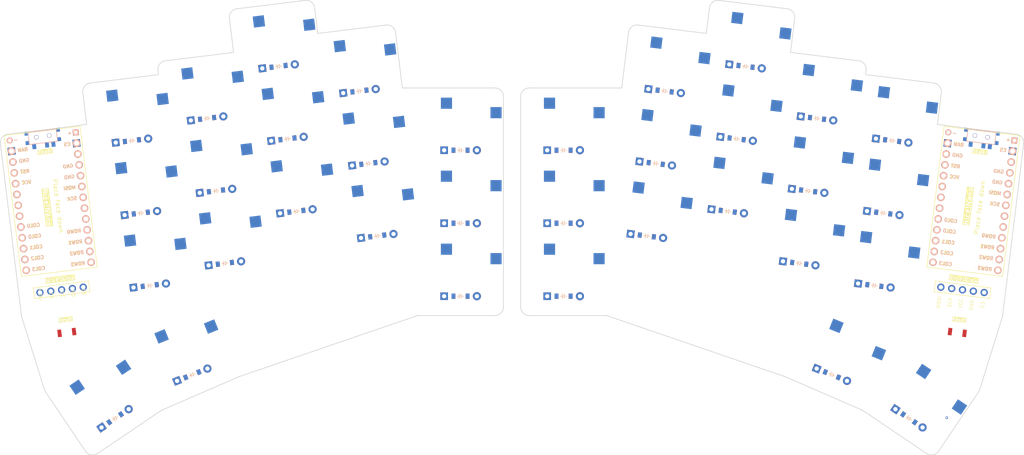
<source format=kicad_pcb>

            
(kicad_pcb (version 20171130) (host pcbnew 5.1.6)

  (page A3)
  (title_block
    (title dyad-choc-v1)
    (rev v1.0.0)
    (company Unknown)
  )

  (general
    (thickness 1.6)
  )

  (layers
    (0 F.Cu signal)
    (31 B.Cu signal)
    (32 B.Adhes user)
    (33 F.Adhes user)
    (34 B.Paste user)
    (35 F.Paste user)
    (36 B.SilkS user)
    (37 F.SilkS user)
    (38 B.Mask user)
    (39 F.Mask user)
    (40 Dwgs.User user)
    (41 Cmts.User user)
    (42 Eco1.User user)
    (43 Eco2.User user)
    (44 Edge.Cuts user)
    (45 Margin user)
    (46 B.CrtYd user)
    (47 F.CrtYd user)
    (48 B.Fab user)
    (49 F.Fab user)
  )

  (setup
    (last_trace_width 0.25)
    (trace_clearance 0.2)
    (zone_clearance 0.508)
    (zone_45_only no)
    (trace_min 0.2)
    (via_size 0.8)
    (via_drill 0.4)
    (via_min_size 0.4)
    (via_min_drill 0.3)
    (uvia_size 0.3)
    (uvia_drill 0.1)
    (uvias_allowed no)
    (uvia_min_size 0.2)
    (uvia_min_drill 0.1)
    (edge_width 0.05)
    (segment_width 0.2)
    (pcb_text_width 0.3)
    (pcb_text_size 1.5 1.5)
    (mod_edge_width 0.12)
    (mod_text_size 1 1)
    (mod_text_width 0.15)
    (pad_size 1.524 1.524)
    (pad_drill 0.762)
    (pad_to_mask_clearance 0.05)
    (aux_axis_origin 0 0)
    (visible_elements FFFFFF7F)
    (pcbplotparams
      (layerselection 0x010fc_ffffffff)
      (usegerberextensions false)
      (usegerberattributes true)
      (usegerberadvancedattributes true)
      (creategerberjobfile true)
      (excludeedgelayer true)
      (linewidth 0.100000)
      (plotframeref false)
      (viasonmask false)
      (mode 1)
      (useauxorigin false)
      (hpglpennumber 1)
      (hpglpenspeed 20)
      (hpglpendiameter 15.000000)
      (psnegative false)
      (psa4output false)
      (plotreference true)
      (plotvalue true)
      (plotinvisibletext false)
      (padsonsilk false)
      (subtractmaskfromsilk false)
      (outputformat 1)
      (mirror false)
      (drillshape 1)
      (scaleselection 1)
      (outputdirectory ""))
  )

            (net 0 "")
(net 1 "P18")
(net 2 "pinky_bottom")
(net 3 "pinky_home")
(net 4 "pinky_top")
(net 5 "P15")
(net 6 "ring_bottom")
(net 7 "ring_home")
(net 8 "ring_top")
(net 9 "P14")
(net 10 "middle_bottom")
(net 11 "middle_home")
(net 12 "middle_top")
(net 13 "P16")
(net 14 "index_bottom")
(net 15 "index_home")
(net 16 "index_top")
(net 17 "P10")
(net 18 "inner_bottom")
(net 19 "inner_home")
(net 20 "inner_top")
(net 21 "inner_sole")
(net 22 "outer_sole")
(net 23 "mirror_pinky_bottom")
(net 24 "mirror_pinky_home")
(net 25 "mirror_pinky_top")
(net 26 "mirror_ring_bottom")
(net 27 "mirror_ring_home")
(net 28 "mirror_ring_top")
(net 29 "mirror_middle_bottom")
(net 30 "mirror_middle_home")
(net 31 "mirror_middle_top")
(net 32 "mirror_index_bottom")
(net 33 "mirror_index_home")
(net 34 "mirror_index_top")
(net 35 "mirror_inner_bottom")
(net 36 "mirror_inner_home")
(net 37 "mirror_inner_top")
(net 38 "mirror_inner_sole")
(net 39 "mirror_outer_sole")
(net 40 "P8")
(net 41 "P7")
(net 42 "P6")
(net 43 "P9")
(net 44 "RAW")
(net 45 "GND")
(net 46 "RST")
(net 47 "VCC")
(net 48 "P21")
(net 49 "P20")
(net 50 "P19")
(net 51 "CS")
(net 52 "P0")
(net 53 "MOSI")
(net 54 "SCK")
(net 55 "P4")
(net 56 "P5")
(net 57 "POSITIVE")
(net 58 "POSTIVE")
            
  (net_class Default "This is the default net class."
    (clearance 0.2)
    (trace_width 0.25)
    (via_dia 0.8)
    (via_drill 0.4)
    (uvia_dia 0.3)
    (uvia_drill 0.1)
    (add_net "")
(add_net "P18")
(add_net "pinky_bottom")
(add_net "pinky_home")
(add_net "pinky_top")
(add_net "P15")
(add_net "ring_bottom")
(add_net "ring_home")
(add_net "ring_top")
(add_net "P14")
(add_net "middle_bottom")
(add_net "middle_home")
(add_net "middle_top")
(add_net "P16")
(add_net "index_bottom")
(add_net "index_home")
(add_net "index_top")
(add_net "P10")
(add_net "inner_bottom")
(add_net "inner_home")
(add_net "inner_top")
(add_net "inner_sole")
(add_net "outer_sole")
(add_net "mirror_pinky_bottom")
(add_net "mirror_pinky_home")
(add_net "mirror_pinky_top")
(add_net "mirror_ring_bottom")
(add_net "mirror_ring_home")
(add_net "mirror_ring_top")
(add_net "mirror_middle_bottom")
(add_net "mirror_middle_home")
(add_net "mirror_middle_top")
(add_net "mirror_index_bottom")
(add_net "mirror_index_home")
(add_net "mirror_index_top")
(add_net "mirror_inner_bottom")
(add_net "mirror_inner_home")
(add_net "mirror_inner_top")
(add_net "mirror_inner_sole")
(add_net "mirror_outer_sole")
(add_net "P8")
(add_net "P7")
(add_net "P6")
(add_net "P9")
(add_net "RAW")
(add_net "GND")
(add_net "RST")
(add_net "VCC")
(add_net "P21")
(add_net "P20")
(add_net "P19")
(add_net "CS")
(add_net "P0")
(add_net "MOSI")
(add_net "SCK")
(add_net "P4")
(add_net "P5")
(add_net "POSITIVE")
(add_net "POSTIVE")
  )

            
        
      (module PG1350 (layer F.Cu) (tedit 5DD50112)
      (at 230 160 0)

      
      (fp_text reference "S1" (at 0 0) (layer F.SilkS) hide (effects (font (size 1.27 1.27) (thickness 0.15))))
      (fp_text value "" (at 0 0) (layer F.SilkS) hide (effects (font (size 1.27 1.27) (thickness 0.15))))

      
      (fp_line (start -7 -6) (end -7 -7) (layer Dwgs.User) (width 0.15))
      (fp_line (start -7 7) (end -6 7) (layer Dwgs.User) (width 0.15))
      (fp_line (start -6 -7) (end -7 -7) (layer Dwgs.User) (width 0.15))
      (fp_line (start -7 7) (end -7 6) (layer Dwgs.User) (width 0.15))
      (fp_line (start 7 6) (end 7 7) (layer Dwgs.User) (width 0.15))
      (fp_line (start 7 -7) (end 6 -7) (layer Dwgs.User) (width 0.15))
      (fp_line (start 6 7) (end 7 7) (layer Dwgs.User) (width 0.15))
      (fp_line (start 7 -7) (end 7 -6) (layer Dwgs.User) (width 0.15))      
      
      
      (pad "" np_thru_hole circle (at 0 0) (size 3.429 3.429) (drill 3.429) (layers *.Cu *.Mask))
        
      
      (pad "" np_thru_hole circle (at 5.5 0) (size 1.7018 1.7018) (drill 1.7018) (layers *.Cu *.Mask))
      (pad "" np_thru_hole circle (at -5.5 0) (size 1.7018 1.7018) (drill 1.7018) (layers *.Cu *.Mask))
      
        
      
      (fp_line (start -9 -8.5) (end 9 -8.5) (layer Dwgs.User) (width 0.15))
      (fp_line (start 9 -8.5) (end 9 8.5) (layer Dwgs.User) (width 0.15))
      (fp_line (start 9 8.5) (end -9 8.5) (layer Dwgs.User) (width 0.15))
      (fp_line (start -9 8.5) (end -9 -8.5) (layer Dwgs.User) (width 0.15))
      
        
          
          (pad "" np_thru_hole circle (at 5 -3.75) (size 3 3) (drill 3) (layers *.Cu *.Mask))
          (pad "" np_thru_hole circle (at 0 -5.95) (size 3 3) (drill 3) (layers *.Cu *.Mask))
      
          
          (pad 1 smd rect (at -3.275 -5.95 0) (size 2.6 2.6) (layers B.Cu B.Paste B.Mask)  (net 1 "P18"))
          (pad 2 smd rect (at 8.275 -3.75 0) (size 2.6 2.6) (layers B.Cu B.Paste B.Mask)  (net 2 "pinky_bottom"))
        )
        

        
      (module PG1350 (layer F.Cu) (tedit 5DD50112)
      (at 230 143 0)

      
      (fp_text reference "S2" (at 0 0) (layer F.SilkS) hide (effects (font (size 1.27 1.27) (thickness 0.15))))
      (fp_text value "" (at 0 0) (layer F.SilkS) hide (effects (font (size 1.27 1.27) (thickness 0.15))))

      
      (fp_line (start -7 -6) (end -7 -7) (layer Dwgs.User) (width 0.15))
      (fp_line (start -7 7) (end -6 7) (layer Dwgs.User) (width 0.15))
      (fp_line (start -6 -7) (end -7 -7) (layer Dwgs.User) (width 0.15))
      (fp_line (start -7 7) (end -7 6) (layer Dwgs.User) (width 0.15))
      (fp_line (start 7 6) (end 7 7) (layer Dwgs.User) (width 0.15))
      (fp_line (start 7 -7) (end 6 -7) (layer Dwgs.User) (width 0.15))
      (fp_line (start 6 7) (end 7 7) (layer Dwgs.User) (width 0.15))
      (fp_line (start 7 -7) (end 7 -6) (layer Dwgs.User) (width 0.15))      
      
      
      (pad "" np_thru_hole circle (at 0 0) (size 3.429 3.429) (drill 3.429) (layers *.Cu *.Mask))
        
      
      (pad "" np_thru_hole circle (at 5.5 0) (size 1.7018 1.7018) (drill 1.7018) (layers *.Cu *.Mask))
      (pad "" np_thru_hole circle (at -5.5 0) (size 1.7018 1.7018) (drill 1.7018) (layers *.Cu *.Mask))
      
        
      
      (fp_line (start -9 -8.5) (end 9 -8.5) (layer Dwgs.User) (width 0.15))
      (fp_line (start 9 -8.5) (end 9 8.5) (layer Dwgs.User) (width 0.15))
      (fp_line (start 9 8.5) (end -9 8.5) (layer Dwgs.User) (width 0.15))
      (fp_line (start -9 8.5) (end -9 -8.5) (layer Dwgs.User) (width 0.15))
      
        
          
          (pad "" np_thru_hole circle (at 5 -3.75) (size 3 3) (drill 3) (layers *.Cu *.Mask))
          (pad "" np_thru_hole circle (at 0 -5.95) (size 3 3) (drill 3) (layers *.Cu *.Mask))
      
          
          (pad 1 smd rect (at -3.275 -5.95 0) (size 2.6 2.6) (layers B.Cu B.Paste B.Mask)  (net 1 "P18"))
          (pad 2 smd rect (at 8.275 -3.75 0) (size 2.6 2.6) (layers B.Cu B.Paste B.Mask)  (net 3 "pinky_home"))
        )
        

        
      (module PG1350 (layer F.Cu) (tedit 5DD50112)
      (at 230 126 0)

      
      (fp_text reference "S3" (at 0 0) (layer F.SilkS) hide (effects (font (size 1.27 1.27) (thickness 0.15))))
      (fp_text value "" (at 0 0) (layer F.SilkS) hide (effects (font (size 1.27 1.27) (thickness 0.15))))

      
      (fp_line (start -7 -6) (end -7 -7) (layer Dwgs.User) (width 0.15))
      (fp_line (start -7 7) (end -6 7) (layer Dwgs.User) (width 0.15))
      (fp_line (start -6 -7) (end -7 -7) (layer Dwgs.User) (width 0.15))
      (fp_line (start -7 7) (end -7 6) (layer Dwgs.User) (width 0.15))
      (fp_line (start 7 6) (end 7 7) (layer Dwgs.User) (width 0.15))
      (fp_line (start 7 -7) (end 6 -7) (layer Dwgs.User) (width 0.15))
      (fp_line (start 6 7) (end 7 7) (layer Dwgs.User) (width 0.15))
      (fp_line (start 7 -7) (end 7 -6) (layer Dwgs.User) (width 0.15))      
      
      
      (pad "" np_thru_hole circle (at 0 0) (size 3.429 3.429) (drill 3.429) (layers *.Cu *.Mask))
        
      
      (pad "" np_thru_hole circle (at 5.5 0) (size 1.7018 1.7018) (drill 1.7018) (layers *.Cu *.Mask))
      (pad "" np_thru_hole circle (at -5.5 0) (size 1.7018 1.7018) (drill 1.7018) (layers *.Cu *.Mask))
      
        
      
      (fp_line (start -9 -8.5) (end 9 -8.5) (layer Dwgs.User) (width 0.15))
      (fp_line (start 9 -8.5) (end 9 8.5) (layer Dwgs.User) (width 0.15))
      (fp_line (start 9 8.5) (end -9 8.5) (layer Dwgs.User) (width 0.15))
      (fp_line (start -9 8.5) (end -9 -8.5) (layer Dwgs.User) (width 0.15))
      
        
          
          (pad "" np_thru_hole circle (at 5 -3.75) (size 3 3) (drill 3) (layers *.Cu *.Mask))
          (pad "" np_thru_hole circle (at 0 -5.95) (size 3 3) (drill 3) (layers *.Cu *.Mask))
      
          
          (pad 1 smd rect (at -3.275 -5.95 0) (size 2.6 2.6) (layers B.Cu B.Paste B.Mask)  (net 1 "P18"))
          (pad 2 smd rect (at 8.275 -3.75 0) (size 2.6 2.6) (layers B.Cu B.Paste B.Mask)  (net 4 "pinky_top"))
        )
        

        
      (module PG1350 (layer F.Cu) (tedit 5DD50112)
      (at 250 146 -7)

      
      (fp_text reference "S4" (at 0 0) (layer F.SilkS) hide (effects (font (size 1.27 1.27) (thickness 0.15))))
      (fp_text value "" (at 0 0) (layer F.SilkS) hide (effects (font (size 1.27 1.27) (thickness 0.15))))

      
      (fp_line (start -7 -6) (end -7 -7) (layer Dwgs.User) (width 0.15))
      (fp_line (start -7 7) (end -6 7) (layer Dwgs.User) (width 0.15))
      (fp_line (start -6 -7) (end -7 -7) (layer Dwgs.User) (width 0.15))
      (fp_line (start -7 7) (end -7 6) (layer Dwgs.User) (width 0.15))
      (fp_line (start 7 6) (end 7 7) (layer Dwgs.User) (width 0.15))
      (fp_line (start 7 -7) (end 6 -7) (layer Dwgs.User) (width 0.15))
      (fp_line (start 6 7) (end 7 7) (layer Dwgs.User) (width 0.15))
      (fp_line (start 7 -7) (end 7 -6) (layer Dwgs.User) (width 0.15))      
      
      
      (pad "" np_thru_hole circle (at 0 0) (size 3.429 3.429) (drill 3.429) (layers *.Cu *.Mask))
        
      
      (pad "" np_thru_hole circle (at 5.5 0) (size 1.7018 1.7018) (drill 1.7018) (layers *.Cu *.Mask))
      (pad "" np_thru_hole circle (at -5.5 0) (size 1.7018 1.7018) (drill 1.7018) (layers *.Cu *.Mask))
      
        
      
      (fp_line (start -9 -8.5) (end 9 -8.5) (layer Dwgs.User) (width 0.15))
      (fp_line (start 9 -8.5) (end 9 8.5) (layer Dwgs.User) (width 0.15))
      (fp_line (start 9 8.5) (end -9 8.5) (layer Dwgs.User) (width 0.15))
      (fp_line (start -9 8.5) (end -9 -8.5) (layer Dwgs.User) (width 0.15))
      
        
          
          (pad "" np_thru_hole circle (at 5 -3.75) (size 3 3) (drill 3) (layers *.Cu *.Mask))
          (pad "" np_thru_hole circle (at 0 -5.95) (size 3 3) (drill 3) (layers *.Cu *.Mask))
      
          
          (pad 1 smd rect (at -3.275 -5.95 -7) (size 2.6 2.6) (layers B.Cu B.Paste B.Mask)  (net 5 "P15"))
          (pad 2 smd rect (at 8.275 -3.75 -7) (size 2.6 2.6) (layers B.Cu B.Paste B.Mask)  (net 6 "ring_bottom"))
        )
        

        
      (module PG1350 (layer F.Cu) (tedit 5DD50112)
      (at 252.0717788 129.1267154 -7)

      
      (fp_text reference "S5" (at 0 0) (layer F.SilkS) hide (effects (font (size 1.27 1.27) (thickness 0.15))))
      (fp_text value "" (at 0 0) (layer F.SilkS) hide (effects (font (size 1.27 1.27) (thickness 0.15))))

      
      (fp_line (start -7 -6) (end -7 -7) (layer Dwgs.User) (width 0.15))
      (fp_line (start -7 7) (end -6 7) (layer Dwgs.User) (width 0.15))
      (fp_line (start -6 -7) (end -7 -7) (layer Dwgs.User) (width 0.15))
      (fp_line (start -7 7) (end -7 6) (layer Dwgs.User) (width 0.15))
      (fp_line (start 7 6) (end 7 7) (layer Dwgs.User) (width 0.15))
      (fp_line (start 7 -7) (end 6 -7) (layer Dwgs.User) (width 0.15))
      (fp_line (start 6 7) (end 7 7) (layer Dwgs.User) (width 0.15))
      (fp_line (start 7 -7) (end 7 -6) (layer Dwgs.User) (width 0.15))      
      
      
      (pad "" np_thru_hole circle (at 0 0) (size 3.429 3.429) (drill 3.429) (layers *.Cu *.Mask))
        
      
      (pad "" np_thru_hole circle (at 5.5 0) (size 1.7018 1.7018) (drill 1.7018) (layers *.Cu *.Mask))
      (pad "" np_thru_hole circle (at -5.5 0) (size 1.7018 1.7018) (drill 1.7018) (layers *.Cu *.Mask))
      
        
      
      (fp_line (start -9 -8.5) (end 9 -8.5) (layer Dwgs.User) (width 0.15))
      (fp_line (start 9 -8.5) (end 9 8.5) (layer Dwgs.User) (width 0.15))
      (fp_line (start 9 8.5) (end -9 8.5) (layer Dwgs.User) (width 0.15))
      (fp_line (start -9 8.5) (end -9 -8.5) (layer Dwgs.User) (width 0.15))
      
        
          
          (pad "" np_thru_hole circle (at 5 -3.75) (size 3 3) (drill 3) (layers *.Cu *.Mask))
          (pad "" np_thru_hole circle (at 0 -5.95) (size 3 3) (drill 3) (layers *.Cu *.Mask))
      
          
          (pad 1 smd rect (at -3.275 -5.95 -7) (size 2.6 2.6) (layers B.Cu B.Paste B.Mask)  (net 5 "P15"))
          (pad 2 smd rect (at 8.275 -3.75 -7) (size 2.6 2.6) (layers B.Cu B.Paste B.Mask)  (net 7 "ring_home"))
        )
        

        
      (module PG1350 (layer F.Cu) (tedit 5DD50112)
      (at 254.1435576 112.25343079999999 -7)

      
      (fp_text reference "S6" (at 0 0) (layer F.SilkS) hide (effects (font (size 1.27 1.27) (thickness 0.15))))
      (fp_text value "" (at 0 0) (layer F.SilkS) hide (effects (font (size 1.27 1.27) (thickness 0.15))))

      
      (fp_line (start -7 -6) (end -7 -7) (layer Dwgs.User) (width 0.15))
      (fp_line (start -7 7) (end -6 7) (layer Dwgs.User) (width 0.15))
      (fp_line (start -6 -7) (end -7 -7) (layer Dwgs.User) (width 0.15))
      (fp_line (start -7 7) (end -7 6) (layer Dwgs.User) (width 0.15))
      (fp_line (start 7 6) (end 7 7) (layer Dwgs.User) (width 0.15))
      (fp_line (start 7 -7) (end 6 -7) (layer Dwgs.User) (width 0.15))
      (fp_line (start 6 7) (end 7 7) (layer Dwgs.User) (width 0.15))
      (fp_line (start 7 -7) (end 7 -6) (layer Dwgs.User) (width 0.15))      
      
      
      (pad "" np_thru_hole circle (at 0 0) (size 3.429 3.429) (drill 3.429) (layers *.Cu *.Mask))
        
      
      (pad "" np_thru_hole circle (at 5.5 0) (size 1.7018 1.7018) (drill 1.7018) (layers *.Cu *.Mask))
      (pad "" np_thru_hole circle (at -5.5 0) (size 1.7018 1.7018) (drill 1.7018) (layers *.Cu *.Mask))
      
        
      
      (fp_line (start -9 -8.5) (end 9 -8.5) (layer Dwgs.User) (width 0.15))
      (fp_line (start 9 -8.5) (end 9 8.5) (layer Dwgs.User) (width 0.15))
      (fp_line (start 9 8.5) (end -9 8.5) (layer Dwgs.User) (width 0.15))
      (fp_line (start -9 8.5) (end -9 -8.5) (layer Dwgs.User) (width 0.15))
      
        
          
          (pad "" np_thru_hole circle (at 5 -3.75) (size 3 3) (drill 3) (layers *.Cu *.Mask))
          (pad "" np_thru_hole circle (at 0 -5.95) (size 3 3) (drill 3) (layers *.Cu *.Mask))
      
          
          (pad 1 smd rect (at -3.275 -5.95 -7) (size 2.6 2.6) (layers B.Cu B.Paste B.Mask)  (net 5 "P15"))
          (pad 2 smd rect (at 8.275 -3.75 -7) (size 2.6 2.6) (layers B.Cu B.Paste B.Mask)  (net 8 "ring_top"))
        )
        

        
      (module PG1350 (layer F.Cu) (tedit 5DD50112)
      (at 268.8407855 140.253279 -7)

      
      (fp_text reference "S7" (at 0 0) (layer F.SilkS) hide (effects (font (size 1.27 1.27) (thickness 0.15))))
      (fp_text value "" (at 0 0) (layer F.SilkS) hide (effects (font (size 1.27 1.27) (thickness 0.15))))

      
      (fp_line (start -7 -6) (end -7 -7) (layer Dwgs.User) (width 0.15))
      (fp_line (start -7 7) (end -6 7) (layer Dwgs.User) (width 0.15))
      (fp_line (start -6 -7) (end -7 -7) (layer Dwgs.User) (width 0.15))
      (fp_line (start -7 7) (end -7 6) (layer Dwgs.User) (width 0.15))
      (fp_line (start 7 6) (end 7 7) (layer Dwgs.User) (width 0.15))
      (fp_line (start 7 -7) (end 6 -7) (layer Dwgs.User) (width 0.15))
      (fp_line (start 6 7) (end 7 7) (layer Dwgs.User) (width 0.15))
      (fp_line (start 7 -7) (end 7 -6) (layer Dwgs.User) (width 0.15))      
      
      
      (pad "" np_thru_hole circle (at 0 0) (size 3.429 3.429) (drill 3.429) (layers *.Cu *.Mask))
        
      
      (pad "" np_thru_hole circle (at 5.5 0) (size 1.7018 1.7018) (drill 1.7018) (layers *.Cu *.Mask))
      (pad "" np_thru_hole circle (at -5.5 0) (size 1.7018 1.7018) (drill 1.7018) (layers *.Cu *.Mask))
      
        
      
      (fp_line (start -9 -8.5) (end 9 -8.5) (layer Dwgs.User) (width 0.15))
      (fp_line (start 9 -8.5) (end 9 8.5) (layer Dwgs.User) (width 0.15))
      (fp_line (start 9 8.5) (end -9 8.5) (layer Dwgs.User) (width 0.15))
      (fp_line (start -9 8.5) (end -9 -8.5) (layer Dwgs.User) (width 0.15))
      
        
          
          (pad "" np_thru_hole circle (at 5 -3.75) (size 3 3) (drill 3) (layers *.Cu *.Mask))
          (pad "" np_thru_hole circle (at 0 -5.95) (size 3 3) (drill 3) (layers *.Cu *.Mask))
      
          
          (pad 1 smd rect (at -3.275 -5.95 -7) (size 2.6 2.6) (layers B.Cu B.Paste B.Mask)  (net 9 "P14"))
          (pad 2 smd rect (at 8.275 -3.75 -7) (size 2.6 2.6) (layers B.Cu B.Paste B.Mask)  (net 10 "middle_bottom"))
        )
        

        
      (module PG1350 (layer F.Cu) (tedit 5DD50112)
      (at 270.9125643 123.37999439999999 -7)

      
      (fp_text reference "S8" (at 0 0) (layer F.SilkS) hide (effects (font (size 1.27 1.27) (thickness 0.15))))
      (fp_text value "" (at 0 0) (layer F.SilkS) hide (effects (font (size 1.27 1.27) (thickness 0.15))))

      
      (fp_line (start -7 -6) (end -7 -7) (layer Dwgs.User) (width 0.15))
      (fp_line (start -7 7) (end -6 7) (layer Dwgs.User) (width 0.15))
      (fp_line (start -6 -7) (end -7 -7) (layer Dwgs.User) (width 0.15))
      (fp_line (start -7 7) (end -7 6) (layer Dwgs.User) (width 0.15))
      (fp_line (start 7 6) (end 7 7) (layer Dwgs.User) (width 0.15))
      (fp_line (start 7 -7) (end 6 -7) (layer Dwgs.User) (width 0.15))
      (fp_line (start 6 7) (end 7 7) (layer Dwgs.User) (width 0.15))
      (fp_line (start 7 -7) (end 7 -6) (layer Dwgs.User) (width 0.15))      
      
      
      (pad "" np_thru_hole circle (at 0 0) (size 3.429 3.429) (drill 3.429) (layers *.Cu *.Mask))
        
      
      (pad "" np_thru_hole circle (at 5.5 0) (size 1.7018 1.7018) (drill 1.7018) (layers *.Cu *.Mask))
      (pad "" np_thru_hole circle (at -5.5 0) (size 1.7018 1.7018) (drill 1.7018) (layers *.Cu *.Mask))
      
        
      
      (fp_line (start -9 -8.5) (end 9 -8.5) (layer Dwgs.User) (width 0.15))
      (fp_line (start 9 -8.5) (end 9 8.5) (layer Dwgs.User) (width 0.15))
      (fp_line (start 9 8.5) (end -9 8.5) (layer Dwgs.User) (width 0.15))
      (fp_line (start -9 8.5) (end -9 -8.5) (layer Dwgs.User) (width 0.15))
      
        
          
          (pad "" np_thru_hole circle (at 5 -3.75) (size 3 3) (drill 3) (layers *.Cu *.Mask))
          (pad "" np_thru_hole circle (at 0 -5.95) (size 3 3) (drill 3) (layers *.Cu *.Mask))
      
          
          (pad 1 smd rect (at -3.275 -5.95 -7) (size 2.6 2.6) (layers B.Cu B.Paste B.Mask)  (net 9 "P14"))
          (pad 2 smd rect (at 8.275 -3.75 -7) (size 2.6 2.6) (layers B.Cu B.Paste B.Mask)  (net 11 "middle_home"))
        )
        

        
      (module PG1350 (layer F.Cu) (tedit 5DD50112)
      (at 272.9843431 106.50670979999998 -7)

      
      (fp_text reference "S9" (at 0 0) (layer F.SilkS) hide (effects (font (size 1.27 1.27) (thickness 0.15))))
      (fp_text value "" (at 0 0) (layer F.SilkS) hide (effects (font (size 1.27 1.27) (thickness 0.15))))

      
      (fp_line (start -7 -6) (end -7 -7) (layer Dwgs.User) (width 0.15))
      (fp_line (start -7 7) (end -6 7) (layer Dwgs.User) (width 0.15))
      (fp_line (start -6 -7) (end -7 -7) (layer Dwgs.User) (width 0.15))
      (fp_line (start -7 7) (end -7 6) (layer Dwgs.User) (width 0.15))
      (fp_line (start 7 6) (end 7 7) (layer Dwgs.User) (width 0.15))
      (fp_line (start 7 -7) (end 6 -7) (layer Dwgs.User) (width 0.15))
      (fp_line (start 6 7) (end 7 7) (layer Dwgs.User) (width 0.15))
      (fp_line (start 7 -7) (end 7 -6) (layer Dwgs.User) (width 0.15))      
      
      
      (pad "" np_thru_hole circle (at 0 0) (size 3.429 3.429) (drill 3.429) (layers *.Cu *.Mask))
        
      
      (pad "" np_thru_hole circle (at 5.5 0) (size 1.7018 1.7018) (drill 1.7018) (layers *.Cu *.Mask))
      (pad "" np_thru_hole circle (at -5.5 0) (size 1.7018 1.7018) (drill 1.7018) (layers *.Cu *.Mask))
      
        
      
      (fp_line (start -9 -8.5) (end 9 -8.5) (layer Dwgs.User) (width 0.15))
      (fp_line (start 9 -8.5) (end 9 8.5) (layer Dwgs.User) (width 0.15))
      (fp_line (start 9 8.5) (end -9 8.5) (layer Dwgs.User) (width 0.15))
      (fp_line (start -9 8.5) (end -9 -8.5) (layer Dwgs.User) (width 0.15))
      
        
          
          (pad "" np_thru_hole circle (at 5 -3.75) (size 3 3) (drill 3) (layers *.Cu *.Mask))
          (pad "" np_thru_hole circle (at 0 -5.95) (size 3 3) (drill 3) (layers *.Cu *.Mask))
      
          
          (pad 1 smd rect (at -3.275 -5.95 -7) (size 2.6 2.6) (layers B.Cu B.Paste B.Mask)  (net 9 "P14"))
          (pad 2 smd rect (at 8.275 -3.75 -7) (size 2.6 2.6) (layers B.Cu B.Paste B.Mask)  (net 12 "middle_top"))
        )
        

        
      (module PG1350 (layer F.Cu) (tedit 5DD50112)
      (at 285.4879228 152.3723887 -7)

      
      (fp_text reference "S10" (at 0 0) (layer F.SilkS) hide (effects (font (size 1.27 1.27) (thickness 0.15))))
      (fp_text value "" (at 0 0) (layer F.SilkS) hide (effects (font (size 1.27 1.27) (thickness 0.15))))

      
      (fp_line (start -7 -6) (end -7 -7) (layer Dwgs.User) (width 0.15))
      (fp_line (start -7 7) (end -6 7) (layer Dwgs.User) (width 0.15))
      (fp_line (start -6 -7) (end -7 -7) (layer Dwgs.User) (width 0.15))
      (fp_line (start -7 7) (end -7 6) (layer Dwgs.User) (width 0.15))
      (fp_line (start 7 6) (end 7 7) (layer Dwgs.User) (width 0.15))
      (fp_line (start 7 -7) (end 6 -7) (layer Dwgs.User) (width 0.15))
      (fp_line (start 6 7) (end 7 7) (layer Dwgs.User) (width 0.15))
      (fp_line (start 7 -7) (end 7 -6) (layer Dwgs.User) (width 0.15))      
      
      
      (pad "" np_thru_hole circle (at 0 0) (size 3.429 3.429) (drill 3.429) (layers *.Cu *.Mask))
        
      
      (pad "" np_thru_hole circle (at 5.5 0) (size 1.7018 1.7018) (drill 1.7018) (layers *.Cu *.Mask))
      (pad "" np_thru_hole circle (at -5.5 0) (size 1.7018 1.7018) (drill 1.7018) (layers *.Cu *.Mask))
      
        
      
      (fp_line (start -9 -8.5) (end 9 -8.5) (layer Dwgs.User) (width 0.15))
      (fp_line (start 9 -8.5) (end 9 8.5) (layer Dwgs.User) (width 0.15))
      (fp_line (start 9 8.5) (end -9 8.5) (layer Dwgs.User) (width 0.15))
      (fp_line (start -9 8.5) (end -9 -8.5) (layer Dwgs.User) (width 0.15))
      
        
          
          (pad "" np_thru_hole circle (at 5 -3.75) (size 3 3) (drill 3) (layers *.Cu *.Mask))
          (pad "" np_thru_hole circle (at 0 -5.95) (size 3 3) (drill 3) (layers *.Cu *.Mask))
      
          
          (pad 1 smd rect (at -3.275 -5.95 -7) (size 2.6 2.6) (layers B.Cu B.Paste B.Mask)  (net 13 "P16"))
          (pad 2 smd rect (at 8.275 -3.75 -7) (size 2.6 2.6) (layers B.Cu B.Paste B.Mask)  (net 14 "index_bottom"))
        )
        

        
      (module PG1350 (layer F.Cu) (tedit 5DD50112)
      (at 287.5597016 135.49910409999998 -7)

      
      (fp_text reference "S11" (at 0 0) (layer F.SilkS) hide (effects (font (size 1.27 1.27) (thickness 0.15))))
      (fp_text value "" (at 0 0) (layer F.SilkS) hide (effects (font (size 1.27 1.27) (thickness 0.15))))

      
      (fp_line (start -7 -6) (end -7 -7) (layer Dwgs.User) (width 0.15))
      (fp_line (start -7 7) (end -6 7) (layer Dwgs.User) (width 0.15))
      (fp_line (start -6 -7) (end -7 -7) (layer Dwgs.User) (width 0.15))
      (fp_line (start -7 7) (end -7 6) (layer Dwgs.User) (width 0.15))
      (fp_line (start 7 6) (end 7 7) (layer Dwgs.User) (width 0.15))
      (fp_line (start 7 -7) (end 6 -7) (layer Dwgs.User) (width 0.15))
      (fp_line (start 6 7) (end 7 7) (layer Dwgs.User) (width 0.15))
      (fp_line (start 7 -7) (end 7 -6) (layer Dwgs.User) (width 0.15))      
      
      
      (pad "" np_thru_hole circle (at 0 0) (size 3.429 3.429) (drill 3.429) (layers *.Cu *.Mask))
        
      
      (pad "" np_thru_hole circle (at 5.5 0) (size 1.7018 1.7018) (drill 1.7018) (layers *.Cu *.Mask))
      (pad "" np_thru_hole circle (at -5.5 0) (size 1.7018 1.7018) (drill 1.7018) (layers *.Cu *.Mask))
      
        
      
      (fp_line (start -9 -8.5) (end 9 -8.5) (layer Dwgs.User) (width 0.15))
      (fp_line (start 9 -8.5) (end 9 8.5) (layer Dwgs.User) (width 0.15))
      (fp_line (start 9 8.5) (end -9 8.5) (layer Dwgs.User) (width 0.15))
      (fp_line (start -9 8.5) (end -9 -8.5) (layer Dwgs.User) (width 0.15))
      
        
          
          (pad "" np_thru_hole circle (at 5 -3.75) (size 3 3) (drill 3) (layers *.Cu *.Mask))
          (pad "" np_thru_hole circle (at 0 -5.95) (size 3 3) (drill 3) (layers *.Cu *.Mask))
      
          
          (pad 1 smd rect (at -3.275 -5.95 -7) (size 2.6 2.6) (layers B.Cu B.Paste B.Mask)  (net 13 "P16"))
          (pad 2 smd rect (at 8.275 -3.75 -7) (size 2.6 2.6) (layers B.Cu B.Paste B.Mask)  (net 15 "index_home"))
        )
        

        
      (module PG1350 (layer F.Cu) (tedit 5DD50112)
      (at 289.6314804 118.62581949999998 -7)

      
      (fp_text reference "S12" (at 0 0) (layer F.SilkS) hide (effects (font (size 1.27 1.27) (thickness 0.15))))
      (fp_text value "" (at 0 0) (layer F.SilkS) hide (effects (font (size 1.27 1.27) (thickness 0.15))))

      
      (fp_line (start -7 -6) (end -7 -7) (layer Dwgs.User) (width 0.15))
      (fp_line (start -7 7) (end -6 7) (layer Dwgs.User) (width 0.15))
      (fp_line (start -6 -7) (end -7 -7) (layer Dwgs.User) (width 0.15))
      (fp_line (start -7 7) (end -7 6) (layer Dwgs.User) (width 0.15))
      (fp_line (start 7 6) (end 7 7) (layer Dwgs.User) (width 0.15))
      (fp_line (start 7 -7) (end 6 -7) (layer Dwgs.User) (width 0.15))
      (fp_line (start 6 7) (end 7 7) (layer Dwgs.User) (width 0.15))
      (fp_line (start 7 -7) (end 7 -6) (layer Dwgs.User) (width 0.15))      
      
      
      (pad "" np_thru_hole circle (at 0 0) (size 3.429 3.429) (drill 3.429) (layers *.Cu *.Mask))
        
      
      (pad "" np_thru_hole circle (at 5.5 0) (size 1.7018 1.7018) (drill 1.7018) (layers *.Cu *.Mask))
      (pad "" np_thru_hole circle (at -5.5 0) (size 1.7018 1.7018) (drill 1.7018) (layers *.Cu *.Mask))
      
        
      
      (fp_line (start -9 -8.5) (end 9 -8.5) (layer Dwgs.User) (width 0.15))
      (fp_line (start 9 -8.5) (end 9 8.5) (layer Dwgs.User) (width 0.15))
      (fp_line (start 9 8.5) (end -9 8.5) (layer Dwgs.User) (width 0.15))
      (fp_line (start -9 8.5) (end -9 -8.5) (layer Dwgs.User) (width 0.15))
      
        
          
          (pad "" np_thru_hole circle (at 5 -3.75) (size 3 3) (drill 3) (layers *.Cu *.Mask))
          (pad "" np_thru_hole circle (at 0 -5.95) (size 3 3) (drill 3) (layers *.Cu *.Mask))
      
          
          (pad 1 smd rect (at -3.275 -5.95 -7) (size 2.6 2.6) (layers B.Cu B.Paste B.Mask)  (net 13 "P16"))
          (pad 2 smd rect (at 8.275 -3.75 -7) (size 2.6 2.6) (layers B.Cu B.Paste B.Mask)  (net 16 "index_top"))
        )
        

        
      (module PG1350 (layer F.Cu) (tedit 5DD50112)
      (at 302.9881455 157.5436753 -7)

      
      (fp_text reference "S13" (at 0 0) (layer F.SilkS) hide (effects (font (size 1.27 1.27) (thickness 0.15))))
      (fp_text value "" (at 0 0) (layer F.SilkS) hide (effects (font (size 1.27 1.27) (thickness 0.15))))

      
      (fp_line (start -7 -6) (end -7 -7) (layer Dwgs.User) (width 0.15))
      (fp_line (start -7 7) (end -6 7) (layer Dwgs.User) (width 0.15))
      (fp_line (start -6 -7) (end -7 -7) (layer Dwgs.User) (width 0.15))
      (fp_line (start -7 7) (end -7 6) (layer Dwgs.User) (width 0.15))
      (fp_line (start 7 6) (end 7 7) (layer Dwgs.User) (width 0.15))
      (fp_line (start 7 -7) (end 6 -7) (layer Dwgs.User) (width 0.15))
      (fp_line (start 6 7) (end 7 7) (layer Dwgs.User) (width 0.15))
      (fp_line (start 7 -7) (end 7 -6) (layer Dwgs.User) (width 0.15))      
      
      
      (pad "" np_thru_hole circle (at 0 0) (size 3.429 3.429) (drill 3.429) (layers *.Cu *.Mask))
        
      
      (pad "" np_thru_hole circle (at 5.5 0) (size 1.7018 1.7018) (drill 1.7018) (layers *.Cu *.Mask))
      (pad "" np_thru_hole circle (at -5.5 0) (size 1.7018 1.7018) (drill 1.7018) (layers *.Cu *.Mask))
      
        
      
      (fp_line (start -9 -8.5) (end 9 -8.5) (layer Dwgs.User) (width 0.15))
      (fp_line (start 9 -8.5) (end 9 8.5) (layer Dwgs.User) (width 0.15))
      (fp_line (start 9 8.5) (end -9 8.5) (layer Dwgs.User) (width 0.15))
      (fp_line (start -9 8.5) (end -9 -8.5) (layer Dwgs.User) (width 0.15))
      
        
          
          (pad "" np_thru_hole circle (at 5 -3.75) (size 3 3) (drill 3) (layers *.Cu *.Mask))
          (pad "" np_thru_hole circle (at 0 -5.95) (size 3 3) (drill 3) (layers *.Cu *.Mask))
      
          
          (pad 1 smd rect (at -3.275 -5.95 -7) (size 2.6 2.6) (layers B.Cu B.Paste B.Mask)  (net 17 "P10"))
          (pad 2 smd rect (at 8.275 -3.75 -7) (size 2.6 2.6) (layers B.Cu B.Paste B.Mask)  (net 18 "inner_bottom"))
        )
        

        
      (module PG1350 (layer F.Cu) (tedit 5DD50112)
      (at 305.0599243 140.67039069999998 -7)

      
      (fp_text reference "S14" (at 0 0) (layer F.SilkS) hide (effects (font (size 1.27 1.27) (thickness 0.15))))
      (fp_text value "" (at 0 0) (layer F.SilkS) hide (effects (font (size 1.27 1.27) (thickness 0.15))))

      
      (fp_line (start -7 -6) (end -7 -7) (layer Dwgs.User) (width 0.15))
      (fp_line (start -7 7) (end -6 7) (layer Dwgs.User) (width 0.15))
      (fp_line (start -6 -7) (end -7 -7) (layer Dwgs.User) (width 0.15))
      (fp_line (start -7 7) (end -7 6) (layer Dwgs.User) (width 0.15))
      (fp_line (start 7 6) (end 7 7) (layer Dwgs.User) (width 0.15))
      (fp_line (start 7 -7) (end 6 -7) (layer Dwgs.User) (width 0.15))
      (fp_line (start 6 7) (end 7 7) (layer Dwgs.User) (width 0.15))
      (fp_line (start 7 -7) (end 7 -6) (layer Dwgs.User) (width 0.15))      
      
      
      (pad "" np_thru_hole circle (at 0 0) (size 3.429 3.429) (drill 3.429) (layers *.Cu *.Mask))
        
      
      (pad "" np_thru_hole circle (at 5.5 0) (size 1.7018 1.7018) (drill 1.7018) (layers *.Cu *.Mask))
      (pad "" np_thru_hole circle (at -5.5 0) (size 1.7018 1.7018) (drill 1.7018) (layers *.Cu *.Mask))
      
        
      
      (fp_line (start -9 -8.5) (end 9 -8.5) (layer Dwgs.User) (width 0.15))
      (fp_line (start 9 -8.5) (end 9 8.5) (layer Dwgs.User) (width 0.15))
      (fp_line (start 9 8.5) (end -9 8.5) (layer Dwgs.User) (width 0.15))
      (fp_line (start -9 8.5) (end -9 -8.5) (layer Dwgs.User) (width 0.15))
      
        
          
          (pad "" np_thru_hole circle (at 5 -3.75) (size 3 3) (drill 3) (layers *.Cu *.Mask))
          (pad "" np_thru_hole circle (at 0 -5.95) (size 3 3) (drill 3) (layers *.Cu *.Mask))
      
          
          (pad 1 smd rect (at -3.275 -5.95 -7) (size 2.6 2.6) (layers B.Cu B.Paste B.Mask)  (net 17 "P10"))
          (pad 2 smd rect (at 8.275 -3.75 -7) (size 2.6 2.6) (layers B.Cu B.Paste B.Mask)  (net 19 "inner_home"))
        )
        

        
      (module PG1350 (layer F.Cu) (tedit 5DD50112)
      (at 307.1317031 123.79710609999998 -7)

      
      (fp_text reference "S15" (at 0 0) (layer F.SilkS) hide (effects (font (size 1.27 1.27) (thickness 0.15))))
      (fp_text value "" (at 0 0) (layer F.SilkS) hide (effects (font (size 1.27 1.27) (thickness 0.15))))

      
      (fp_line (start -7 -6) (end -7 -7) (layer Dwgs.User) (width 0.15))
      (fp_line (start -7 7) (end -6 7) (layer Dwgs.User) (width 0.15))
      (fp_line (start -6 -7) (end -7 -7) (layer Dwgs.User) (width 0.15))
      (fp_line (start -7 7) (end -7 6) (layer Dwgs.User) (width 0.15))
      (fp_line (start 7 6) (end 7 7) (layer Dwgs.User) (width 0.15))
      (fp_line (start 7 -7) (end 6 -7) (layer Dwgs.User) (width 0.15))
      (fp_line (start 6 7) (end 7 7) (layer Dwgs.User) (width 0.15))
      (fp_line (start 7 -7) (end 7 -6) (layer Dwgs.User) (width 0.15))      
      
      
      (pad "" np_thru_hole circle (at 0 0) (size 3.429 3.429) (drill 3.429) (layers *.Cu *.Mask))
        
      
      (pad "" np_thru_hole circle (at 5.5 0) (size 1.7018 1.7018) (drill 1.7018) (layers *.Cu *.Mask))
      (pad "" np_thru_hole circle (at -5.5 0) (size 1.7018 1.7018) (drill 1.7018) (layers *.Cu *.Mask))
      
        
      
      (fp_line (start -9 -8.5) (end 9 -8.5) (layer Dwgs.User) (width 0.15))
      (fp_line (start 9 -8.5) (end 9 8.5) (layer Dwgs.User) (width 0.15))
      (fp_line (start 9 8.5) (end -9 8.5) (layer Dwgs.User) (width 0.15))
      (fp_line (start -9 8.5) (end -9 -8.5) (layer Dwgs.User) (width 0.15))
      
        
          
          (pad "" np_thru_hole circle (at 5 -3.75) (size 3 3) (drill 3) (layers *.Cu *.Mask))
          (pad "" np_thru_hole circle (at 0 -5.95) (size 3 3) (drill 3) (layers *.Cu *.Mask))
      
          
          (pad 1 smd rect (at -3.275 -5.95 -7) (size 2.6 2.6) (layers B.Cu B.Paste B.Mask)  (net 17 "P10"))
          (pad 2 smd rect (at 8.275 -3.75 -7) (size 2.6 2.6) (layers B.Cu B.Paste B.Mask)  (net 20 "inner_top"))
        )
        

        
      (module PG1350 (layer F.Cu) (tedit 5DD50112)
      (at 294.351743 178.6484746 -22)

      
      (fp_text reference "S16" (at 0 0) (layer F.SilkS) hide (effects (font (size 1.27 1.27) (thickness 0.15))))
      (fp_text value "" (at 0 0) (layer F.SilkS) hide (effects (font (size 1.27 1.27) (thickness 0.15))))

      
      (fp_line (start -7 -6) (end -7 -7) (layer Dwgs.User) (width 0.15))
      (fp_line (start -7 7) (end -6 7) (layer Dwgs.User) (width 0.15))
      (fp_line (start -6 -7) (end -7 -7) (layer Dwgs.User) (width 0.15))
      (fp_line (start -7 7) (end -7 6) (layer Dwgs.User) (width 0.15))
      (fp_line (start 7 6) (end 7 7) (layer Dwgs.User) (width 0.15))
      (fp_line (start 7 -7) (end 6 -7) (layer Dwgs.User) (width 0.15))
      (fp_line (start 6 7) (end 7 7) (layer Dwgs.User) (width 0.15))
      (fp_line (start 7 -7) (end 7 -6) (layer Dwgs.User) (width 0.15))      
      
      
      (pad "" np_thru_hole circle (at 0 0) (size 3.429 3.429) (drill 3.429) (layers *.Cu *.Mask))
        
      
      (pad "" np_thru_hole circle (at 5.5 0) (size 1.7018 1.7018) (drill 1.7018) (layers *.Cu *.Mask))
      (pad "" np_thru_hole circle (at -5.5 0) (size 1.7018 1.7018) (drill 1.7018) (layers *.Cu *.Mask))
      
        
      
      (fp_line (start -9 -8.5) (end 9 -8.5) (layer Dwgs.User) (width 0.15))
      (fp_line (start 9 -8.5) (end 9 8.5) (layer Dwgs.User) (width 0.15))
      (fp_line (start 9 8.5) (end -9 8.5) (layer Dwgs.User) (width 0.15))
      (fp_line (start -9 8.5) (end -9 -8.5) (layer Dwgs.User) (width 0.15))
      
        
          
          (pad "" np_thru_hole circle (at 5 -3.75) (size 3 3) (drill 3) (layers *.Cu *.Mask))
          (pad "" np_thru_hole circle (at 0 -5.95) (size 3 3) (drill 3) (layers *.Cu *.Mask))
      
          
          (pad 1 smd rect (at -3.275 -5.95 -22) (size 2.6 2.6) (layers B.Cu B.Paste B.Mask)  (net 13 "P16"))
          (pad 2 smd rect (at 8.275 -3.75 -22) (size 2.6 2.6) (layers B.Cu B.Paste B.Mask)  (net 21 "inner_sole"))
        )
        

        
      (module PG1350 (layer F.Cu) (tedit 5DD50112)
      (at 313.2388168 189.2862401 -34)

      
      (fp_text reference "S17" (at 0 0) (layer F.SilkS) hide (effects (font (size 1.27 1.27) (thickness 0.15))))
      (fp_text value "" (at 0 0) (layer F.SilkS) hide (effects (font (size 1.27 1.27) (thickness 0.15))))

      
      (fp_line (start -7 -6) (end -7 -7) (layer Dwgs.User) (width 0.15))
      (fp_line (start -7 7) (end -6 7) (layer Dwgs.User) (width 0.15))
      (fp_line (start -6 -7) (end -7 -7) (layer Dwgs.User) (width 0.15))
      (fp_line (start -7 7) (end -7 6) (layer Dwgs.User) (width 0.15))
      (fp_line (start 7 6) (end 7 7) (layer Dwgs.User) (width 0.15))
      (fp_line (start 7 -7) (end 6 -7) (layer Dwgs.User) (width 0.15))
      (fp_line (start 6 7) (end 7 7) (layer Dwgs.User) (width 0.15))
      (fp_line (start 7 -7) (end 7 -6) (layer Dwgs.User) (width 0.15))      
      
      
      (pad "" np_thru_hole circle (at 0 0) (size 3.429 3.429) (drill 3.429) (layers *.Cu *.Mask))
        
      
      (pad "" np_thru_hole circle (at 5.5 0) (size 1.7018 1.7018) (drill 1.7018) (layers *.Cu *.Mask))
      (pad "" np_thru_hole circle (at -5.5 0) (size 1.7018 1.7018) (drill 1.7018) (layers *.Cu *.Mask))
      
        
      
      (fp_line (start -9 -8.5) (end 9 -8.5) (layer Dwgs.User) (width 0.15))
      (fp_line (start 9 -8.5) (end 9 8.5) (layer Dwgs.User) (width 0.15))
      (fp_line (start 9 8.5) (end -9 8.5) (layer Dwgs.User) (width 0.15))
      (fp_line (start -9 8.5) (end -9 -8.5) (layer Dwgs.User) (width 0.15))
      
        
          
          (pad "" np_thru_hole circle (at 5 -3.75) (size 3 3) (drill 3) (layers *.Cu *.Mask))
          (pad "" np_thru_hole circle (at 0 -5.95) (size 3 3) (drill 3) (layers *.Cu *.Mask))
      
          
          (pad 1 smd rect (at -3.275 -5.95 -34) (size 2.6 2.6) (layers B.Cu B.Paste B.Mask)  (net 17 "P10"))
          (pad 2 smd rect (at 8.275 -3.75 -34) (size 2.6 2.6) (layers B.Cu B.Paste B.Mask)  (net 22 "outer_sole"))
        )
        

        
      (module PG1350 (layer F.Cu) (tedit 5DD50112)
      (at 206 160 0)

      
      (fp_text reference "S18" (at 0 0) (layer F.SilkS) hide (effects (font (size 1.27 1.27) (thickness 0.15))))
      (fp_text value "" (at 0 0) (layer F.SilkS) hide (effects (font (size 1.27 1.27) (thickness 0.15))))

      
      (fp_line (start -7 -6) (end -7 -7) (layer Dwgs.User) (width 0.15))
      (fp_line (start -7 7) (end -6 7) (layer Dwgs.User) (width 0.15))
      (fp_line (start -6 -7) (end -7 -7) (layer Dwgs.User) (width 0.15))
      (fp_line (start -7 7) (end -7 6) (layer Dwgs.User) (width 0.15))
      (fp_line (start 7 6) (end 7 7) (layer Dwgs.User) (width 0.15))
      (fp_line (start 7 -7) (end 6 -7) (layer Dwgs.User) (width 0.15))
      (fp_line (start 6 7) (end 7 7) (layer Dwgs.User) (width 0.15))
      (fp_line (start 7 -7) (end 7 -6) (layer Dwgs.User) (width 0.15))      
      
      
      (pad "" np_thru_hole circle (at 0 0) (size 3.429 3.429) (drill 3.429) (layers *.Cu *.Mask))
        
      
      (pad "" np_thru_hole circle (at 5.5 0) (size 1.7018 1.7018) (drill 1.7018) (layers *.Cu *.Mask))
      (pad "" np_thru_hole circle (at -5.5 0) (size 1.7018 1.7018) (drill 1.7018) (layers *.Cu *.Mask))
      
        
      
      (fp_line (start -9 -8.5) (end 9 -8.5) (layer Dwgs.User) (width 0.15))
      (fp_line (start 9 -8.5) (end 9 8.5) (layer Dwgs.User) (width 0.15))
      (fp_line (start 9 8.5) (end -9 8.5) (layer Dwgs.User) (width 0.15))
      (fp_line (start -9 8.5) (end -9 -8.5) (layer Dwgs.User) (width 0.15))
      
        
          
          (pad "" np_thru_hole circle (at 5 -3.75) (size 3 3) (drill 3) (layers *.Cu *.Mask))
          (pad "" np_thru_hole circle (at 0 -5.95) (size 3 3) (drill 3) (layers *.Cu *.Mask))
      
          
          (pad 1 smd rect (at -3.275 -5.95 0) (size 2.6 2.6) (layers B.Cu B.Paste B.Mask)  (net 1 "P18"))
          (pad 2 smd rect (at 8.275 -3.75 0) (size 2.6 2.6) (layers B.Cu B.Paste B.Mask)  (net 23 "mirror_pinky_bottom"))
        )
        

        
      (module PG1350 (layer F.Cu) (tedit 5DD50112)
      (at 206 143 0)

      
      (fp_text reference "S19" (at 0 0) (layer F.SilkS) hide (effects (font (size 1.27 1.27) (thickness 0.15))))
      (fp_text value "" (at 0 0) (layer F.SilkS) hide (effects (font (size 1.27 1.27) (thickness 0.15))))

      
      (fp_line (start -7 -6) (end -7 -7) (layer Dwgs.User) (width 0.15))
      (fp_line (start -7 7) (end -6 7) (layer Dwgs.User) (width 0.15))
      (fp_line (start -6 -7) (end -7 -7) (layer Dwgs.User) (width 0.15))
      (fp_line (start -7 7) (end -7 6) (layer Dwgs.User) (width 0.15))
      (fp_line (start 7 6) (end 7 7) (layer Dwgs.User) (width 0.15))
      (fp_line (start 7 -7) (end 6 -7) (layer Dwgs.User) (width 0.15))
      (fp_line (start 6 7) (end 7 7) (layer Dwgs.User) (width 0.15))
      (fp_line (start 7 -7) (end 7 -6) (layer Dwgs.User) (width 0.15))      
      
      
      (pad "" np_thru_hole circle (at 0 0) (size 3.429 3.429) (drill 3.429) (layers *.Cu *.Mask))
        
      
      (pad "" np_thru_hole circle (at 5.5 0) (size 1.7018 1.7018) (drill 1.7018) (layers *.Cu *.Mask))
      (pad "" np_thru_hole circle (at -5.5 0) (size 1.7018 1.7018) (drill 1.7018) (layers *.Cu *.Mask))
      
        
      
      (fp_line (start -9 -8.5) (end 9 -8.5) (layer Dwgs.User) (width 0.15))
      (fp_line (start 9 -8.5) (end 9 8.5) (layer Dwgs.User) (width 0.15))
      (fp_line (start 9 8.5) (end -9 8.5) (layer Dwgs.User) (width 0.15))
      (fp_line (start -9 8.5) (end -9 -8.5) (layer Dwgs.User) (width 0.15))
      
        
          
          (pad "" np_thru_hole circle (at 5 -3.75) (size 3 3) (drill 3) (layers *.Cu *.Mask))
          (pad "" np_thru_hole circle (at 0 -5.95) (size 3 3) (drill 3) (layers *.Cu *.Mask))
      
          
          (pad 1 smd rect (at -3.275 -5.95 0) (size 2.6 2.6) (layers B.Cu B.Paste B.Mask)  (net 1 "P18"))
          (pad 2 smd rect (at 8.275 -3.75 0) (size 2.6 2.6) (layers B.Cu B.Paste B.Mask)  (net 24 "mirror_pinky_home"))
        )
        

        
      (module PG1350 (layer F.Cu) (tedit 5DD50112)
      (at 206 126 0)

      
      (fp_text reference "S20" (at 0 0) (layer F.SilkS) hide (effects (font (size 1.27 1.27) (thickness 0.15))))
      (fp_text value "" (at 0 0) (layer F.SilkS) hide (effects (font (size 1.27 1.27) (thickness 0.15))))

      
      (fp_line (start -7 -6) (end -7 -7) (layer Dwgs.User) (width 0.15))
      (fp_line (start -7 7) (end -6 7) (layer Dwgs.User) (width 0.15))
      (fp_line (start -6 -7) (end -7 -7) (layer Dwgs.User) (width 0.15))
      (fp_line (start -7 7) (end -7 6) (layer Dwgs.User) (width 0.15))
      (fp_line (start 7 6) (end 7 7) (layer Dwgs.User) (width 0.15))
      (fp_line (start 7 -7) (end 6 -7) (layer Dwgs.User) (width 0.15))
      (fp_line (start 6 7) (end 7 7) (layer Dwgs.User) (width 0.15))
      (fp_line (start 7 -7) (end 7 -6) (layer Dwgs.User) (width 0.15))      
      
      
      (pad "" np_thru_hole circle (at 0 0) (size 3.429 3.429) (drill 3.429) (layers *.Cu *.Mask))
        
      
      (pad "" np_thru_hole circle (at 5.5 0) (size 1.7018 1.7018) (drill 1.7018) (layers *.Cu *.Mask))
      (pad "" np_thru_hole circle (at -5.5 0) (size 1.7018 1.7018) (drill 1.7018) (layers *.Cu *.Mask))
      
        
      
      (fp_line (start -9 -8.5) (end 9 -8.5) (layer Dwgs.User) (width 0.15))
      (fp_line (start 9 -8.5) (end 9 8.5) (layer Dwgs.User) (width 0.15))
      (fp_line (start 9 8.5) (end -9 8.5) (layer Dwgs.User) (width 0.15))
      (fp_line (start -9 8.5) (end -9 -8.5) (layer Dwgs.User) (width 0.15))
      
        
          
          (pad "" np_thru_hole circle (at 5 -3.75) (size 3 3) (drill 3) (layers *.Cu *.Mask))
          (pad "" np_thru_hole circle (at 0 -5.95) (size 3 3) (drill 3) (layers *.Cu *.Mask))
      
          
          (pad 1 smd rect (at -3.275 -5.95 0) (size 2.6 2.6) (layers B.Cu B.Paste B.Mask)  (net 1 "P18"))
          (pad 2 smd rect (at 8.275 -3.75 0) (size 2.6 2.6) (layers B.Cu B.Paste B.Mask)  (net 25 "mirror_pinky_top"))
        )
        

        
      (module PG1350 (layer F.Cu) (tedit 5DD50112)
      (at 186 146 7)

      
      (fp_text reference "S21" (at 0 0) (layer F.SilkS) hide (effects (font (size 1.27 1.27) (thickness 0.15))))
      (fp_text value "" (at 0 0) (layer F.SilkS) hide (effects (font (size 1.27 1.27) (thickness 0.15))))

      
      (fp_line (start -7 -6) (end -7 -7) (layer Dwgs.User) (width 0.15))
      (fp_line (start -7 7) (end -6 7) (layer Dwgs.User) (width 0.15))
      (fp_line (start -6 -7) (end -7 -7) (layer Dwgs.User) (width 0.15))
      (fp_line (start -7 7) (end -7 6) (layer Dwgs.User) (width 0.15))
      (fp_line (start 7 6) (end 7 7) (layer Dwgs.User) (width 0.15))
      (fp_line (start 7 -7) (end 6 -7) (layer Dwgs.User) (width 0.15))
      (fp_line (start 6 7) (end 7 7) (layer Dwgs.User) (width 0.15))
      (fp_line (start 7 -7) (end 7 -6) (layer Dwgs.User) (width 0.15))      
      
      
      (pad "" np_thru_hole circle (at 0 0) (size 3.429 3.429) (drill 3.429) (layers *.Cu *.Mask))
        
      
      (pad "" np_thru_hole circle (at 5.5 0) (size 1.7018 1.7018) (drill 1.7018) (layers *.Cu *.Mask))
      (pad "" np_thru_hole circle (at -5.5 0) (size 1.7018 1.7018) (drill 1.7018) (layers *.Cu *.Mask))
      
        
      
      (fp_line (start -9 -8.5) (end 9 -8.5) (layer Dwgs.User) (width 0.15))
      (fp_line (start 9 -8.5) (end 9 8.5) (layer Dwgs.User) (width 0.15))
      (fp_line (start 9 8.5) (end -9 8.5) (layer Dwgs.User) (width 0.15))
      (fp_line (start -9 8.5) (end -9 -8.5) (layer Dwgs.User) (width 0.15))
      
        
          
          (pad "" np_thru_hole circle (at 5 -3.75) (size 3 3) (drill 3) (layers *.Cu *.Mask))
          (pad "" np_thru_hole circle (at 0 -5.95) (size 3 3) (drill 3) (layers *.Cu *.Mask))
      
          
          (pad 1 smd rect (at -3.275 -5.95 7) (size 2.6 2.6) (layers B.Cu B.Paste B.Mask)  (net 5 "P15"))
          (pad 2 smd rect (at 8.275 -3.75 7) (size 2.6 2.6) (layers B.Cu B.Paste B.Mask)  (net 26 "mirror_ring_bottom"))
        )
        

        
      (module PG1350 (layer F.Cu) (tedit 5DD50112)
      (at 183.9282212 129.1267154 7)

      
      (fp_text reference "S22" (at 0 0) (layer F.SilkS) hide (effects (font (size 1.27 1.27) (thickness 0.15))))
      (fp_text value "" (at 0 0) (layer F.SilkS) hide (effects (font (size 1.27 1.27) (thickness 0.15))))

      
      (fp_line (start -7 -6) (end -7 -7) (layer Dwgs.User) (width 0.15))
      (fp_line (start -7 7) (end -6 7) (layer Dwgs.User) (width 0.15))
      (fp_line (start -6 -7) (end -7 -7) (layer Dwgs.User) (width 0.15))
      (fp_line (start -7 7) (end -7 6) (layer Dwgs.User) (width 0.15))
      (fp_line (start 7 6) (end 7 7) (layer Dwgs.User) (width 0.15))
      (fp_line (start 7 -7) (end 6 -7) (layer Dwgs.User) (width 0.15))
      (fp_line (start 6 7) (end 7 7) (layer Dwgs.User) (width 0.15))
      (fp_line (start 7 -7) (end 7 -6) (layer Dwgs.User) (width 0.15))      
      
      
      (pad "" np_thru_hole circle (at 0 0) (size 3.429 3.429) (drill 3.429) (layers *.Cu *.Mask))
        
      
      (pad "" np_thru_hole circle (at 5.5 0) (size 1.7018 1.7018) (drill 1.7018) (layers *.Cu *.Mask))
      (pad "" np_thru_hole circle (at -5.5 0) (size 1.7018 1.7018) (drill 1.7018) (layers *.Cu *.Mask))
      
        
      
      (fp_line (start -9 -8.5) (end 9 -8.5) (layer Dwgs.User) (width 0.15))
      (fp_line (start 9 -8.5) (end 9 8.5) (layer Dwgs.User) (width 0.15))
      (fp_line (start 9 8.5) (end -9 8.5) (layer Dwgs.User) (width 0.15))
      (fp_line (start -9 8.5) (end -9 -8.5) (layer Dwgs.User) (width 0.15))
      
        
          
          (pad "" np_thru_hole circle (at 5 -3.75) (size 3 3) (drill 3) (layers *.Cu *.Mask))
          (pad "" np_thru_hole circle (at 0 -5.95) (size 3 3) (drill 3) (layers *.Cu *.Mask))
      
          
          (pad 1 smd rect (at -3.275 -5.95 7) (size 2.6 2.6) (layers B.Cu B.Paste B.Mask)  (net 5 "P15"))
          (pad 2 smd rect (at 8.275 -3.75 7) (size 2.6 2.6) (layers B.Cu B.Paste B.Mask)  (net 27 "mirror_ring_home"))
        )
        

        
      (module PG1350 (layer F.Cu) (tedit 5DD50112)
      (at 181.8564424 112.25343079999999 7)

      
      (fp_text reference "S23" (at 0 0) (layer F.SilkS) hide (effects (font (size 1.27 1.27) (thickness 0.15))))
      (fp_text value "" (at 0 0) (layer F.SilkS) hide (effects (font (size 1.27 1.27) (thickness 0.15))))

      
      (fp_line (start -7 -6) (end -7 -7) (layer Dwgs.User) (width 0.15))
      (fp_line (start -7 7) (end -6 7) (layer Dwgs.User) (width 0.15))
      (fp_line (start -6 -7) (end -7 -7) (layer Dwgs.User) (width 0.15))
      (fp_line (start -7 7) (end -7 6) (layer Dwgs.User) (width 0.15))
      (fp_line (start 7 6) (end 7 7) (layer Dwgs.User) (width 0.15))
      (fp_line (start 7 -7) (end 6 -7) (layer Dwgs.User) (width 0.15))
      (fp_line (start 6 7) (end 7 7) (layer Dwgs.User) (width 0.15))
      (fp_line (start 7 -7) (end 7 -6) (layer Dwgs.User) (width 0.15))      
      
      
      (pad "" np_thru_hole circle (at 0 0) (size 3.429 3.429) (drill 3.429) (layers *.Cu *.Mask))
        
      
      (pad "" np_thru_hole circle (at 5.5 0) (size 1.7018 1.7018) (drill 1.7018) (layers *.Cu *.Mask))
      (pad "" np_thru_hole circle (at -5.5 0) (size 1.7018 1.7018) (drill 1.7018) (layers *.Cu *.Mask))
      
        
      
      (fp_line (start -9 -8.5) (end 9 -8.5) (layer Dwgs.User) (width 0.15))
      (fp_line (start 9 -8.5) (end 9 8.5) (layer Dwgs.User) (width 0.15))
      (fp_line (start 9 8.5) (end -9 8.5) (layer Dwgs.User) (width 0.15))
      (fp_line (start -9 8.5) (end -9 -8.5) (layer Dwgs.User) (width 0.15))
      
        
          
          (pad "" np_thru_hole circle (at 5 -3.75) (size 3 3) (drill 3) (layers *.Cu *.Mask))
          (pad "" np_thru_hole circle (at 0 -5.95) (size 3 3) (drill 3) (layers *.Cu *.Mask))
      
          
          (pad 1 smd rect (at -3.275 -5.95 7) (size 2.6 2.6) (layers B.Cu B.Paste B.Mask)  (net 5 "P15"))
          (pad 2 smd rect (at 8.275 -3.75 7) (size 2.6 2.6) (layers B.Cu B.Paste B.Mask)  (net 28 "mirror_ring_top"))
        )
        

        
      (module PG1350 (layer F.Cu) (tedit 5DD50112)
      (at 167.15921450000002 140.253279 7)

      
      (fp_text reference "S24" (at 0 0) (layer F.SilkS) hide (effects (font (size 1.27 1.27) (thickness 0.15))))
      (fp_text value "" (at 0 0) (layer F.SilkS) hide (effects (font (size 1.27 1.27) (thickness 0.15))))

      
      (fp_line (start -7 -6) (end -7 -7) (layer Dwgs.User) (width 0.15))
      (fp_line (start -7 7) (end -6 7) (layer Dwgs.User) (width 0.15))
      (fp_line (start -6 -7) (end -7 -7) (layer Dwgs.User) (width 0.15))
      (fp_line (start -7 7) (end -7 6) (layer Dwgs.User) (width 0.15))
      (fp_line (start 7 6) (end 7 7) (layer Dwgs.User) (width 0.15))
      (fp_line (start 7 -7) (end 6 -7) (layer Dwgs.User) (width 0.15))
      (fp_line (start 6 7) (end 7 7) (layer Dwgs.User) (width 0.15))
      (fp_line (start 7 -7) (end 7 -6) (layer Dwgs.User) (width 0.15))      
      
      
      (pad "" np_thru_hole circle (at 0 0) (size 3.429 3.429) (drill 3.429) (layers *.Cu *.Mask))
        
      
      (pad "" np_thru_hole circle (at 5.5 0) (size 1.7018 1.7018) (drill 1.7018) (layers *.Cu *.Mask))
      (pad "" np_thru_hole circle (at -5.5 0) (size 1.7018 1.7018) (drill 1.7018) (layers *.Cu *.Mask))
      
        
      
      (fp_line (start -9 -8.5) (end 9 -8.5) (layer Dwgs.User) (width 0.15))
      (fp_line (start 9 -8.5) (end 9 8.5) (layer Dwgs.User) (width 0.15))
      (fp_line (start 9 8.5) (end -9 8.5) (layer Dwgs.User) (width 0.15))
      (fp_line (start -9 8.5) (end -9 -8.5) (layer Dwgs.User) (width 0.15))
      
        
          
          (pad "" np_thru_hole circle (at 5 -3.75) (size 3 3) (drill 3) (layers *.Cu *.Mask))
          (pad "" np_thru_hole circle (at 0 -5.95) (size 3 3) (drill 3) (layers *.Cu *.Mask))
      
          
          (pad 1 smd rect (at -3.275 -5.95 7) (size 2.6 2.6) (layers B.Cu B.Paste B.Mask)  (net 9 "P14"))
          (pad 2 smd rect (at 8.275 -3.75 7) (size 2.6 2.6) (layers B.Cu B.Paste B.Mask)  (net 29 "mirror_middle_bottom"))
        )
        

        
      (module PG1350 (layer F.Cu) (tedit 5DD50112)
      (at 165.08743570000001 123.37999439999999 7)

      
      (fp_text reference "S25" (at 0 0) (layer F.SilkS) hide (effects (font (size 1.27 1.27) (thickness 0.15))))
      (fp_text value "" (at 0 0) (layer F.SilkS) hide (effects (font (size 1.27 1.27) (thickness 0.15))))

      
      (fp_line (start -7 -6) (end -7 -7) (layer Dwgs.User) (width 0.15))
      (fp_line (start -7 7) (end -6 7) (layer Dwgs.User) (width 0.15))
      (fp_line (start -6 -7) (end -7 -7) (layer Dwgs.User) (width 0.15))
      (fp_line (start -7 7) (end -7 6) (layer Dwgs.User) (width 0.15))
      (fp_line (start 7 6) (end 7 7) (layer Dwgs.User) (width 0.15))
      (fp_line (start 7 -7) (end 6 -7) (layer Dwgs.User) (width 0.15))
      (fp_line (start 6 7) (end 7 7) (layer Dwgs.User) (width 0.15))
      (fp_line (start 7 -7) (end 7 -6) (layer Dwgs.User) (width 0.15))      
      
      
      (pad "" np_thru_hole circle (at 0 0) (size 3.429 3.429) (drill 3.429) (layers *.Cu *.Mask))
        
      
      (pad "" np_thru_hole circle (at 5.5 0) (size 1.7018 1.7018) (drill 1.7018) (layers *.Cu *.Mask))
      (pad "" np_thru_hole circle (at -5.5 0) (size 1.7018 1.7018) (drill 1.7018) (layers *.Cu *.Mask))
      
        
      
      (fp_line (start -9 -8.5) (end 9 -8.5) (layer Dwgs.User) (width 0.15))
      (fp_line (start 9 -8.5) (end 9 8.5) (layer Dwgs.User) (width 0.15))
      (fp_line (start 9 8.5) (end -9 8.5) (layer Dwgs.User) (width 0.15))
      (fp_line (start -9 8.5) (end -9 -8.5) (layer Dwgs.User) (width 0.15))
      
        
          
          (pad "" np_thru_hole circle (at 5 -3.75) (size 3 3) (drill 3) (layers *.Cu *.Mask))
          (pad "" np_thru_hole circle (at 0 -5.95) (size 3 3) (drill 3) (layers *.Cu *.Mask))
      
          
          (pad 1 smd rect (at -3.275 -5.95 7) (size 2.6 2.6) (layers B.Cu B.Paste B.Mask)  (net 9 "P14"))
          (pad 2 smd rect (at 8.275 -3.75 7) (size 2.6 2.6) (layers B.Cu B.Paste B.Mask)  (net 30 "mirror_middle_home"))
        )
        

        
      (module PG1350 (layer F.Cu) (tedit 5DD50112)
      (at 163.0156569 106.50670979999998 7)

      
      (fp_text reference "S26" (at 0 0) (layer F.SilkS) hide (effects (font (size 1.27 1.27) (thickness 0.15))))
      (fp_text value "" (at 0 0) (layer F.SilkS) hide (effects (font (size 1.27 1.27) (thickness 0.15))))

      
      (fp_line (start -7 -6) (end -7 -7) (layer Dwgs.User) (width 0.15))
      (fp_line (start -7 7) (end -6 7) (layer Dwgs.User) (width 0.15))
      (fp_line (start -6 -7) (end -7 -7) (layer Dwgs.User) (width 0.15))
      (fp_line (start -7 7) (end -7 6) (layer Dwgs.User) (width 0.15))
      (fp_line (start 7 6) (end 7 7) (layer Dwgs.User) (width 0.15))
      (fp_line (start 7 -7) (end 6 -7) (layer Dwgs.User) (width 0.15))
      (fp_line (start 6 7) (end 7 7) (layer Dwgs.User) (width 0.15))
      (fp_line (start 7 -7) (end 7 -6) (layer Dwgs.User) (width 0.15))      
      
      
      (pad "" np_thru_hole circle (at 0 0) (size 3.429 3.429) (drill 3.429) (layers *.Cu *.Mask))
        
      
      (pad "" np_thru_hole circle (at 5.5 0) (size 1.7018 1.7018) (drill 1.7018) (layers *.Cu *.Mask))
      (pad "" np_thru_hole circle (at -5.5 0) (size 1.7018 1.7018) (drill 1.7018) (layers *.Cu *.Mask))
      
        
      
      (fp_line (start -9 -8.5) (end 9 -8.5) (layer Dwgs.User) (width 0.15))
      (fp_line (start 9 -8.5) (end 9 8.5) (layer Dwgs.User) (width 0.15))
      (fp_line (start 9 8.5) (end -9 8.5) (layer Dwgs.User) (width 0.15))
      (fp_line (start -9 8.5) (end -9 -8.5) (layer Dwgs.User) (width 0.15))
      
        
          
          (pad "" np_thru_hole circle (at 5 -3.75) (size 3 3) (drill 3) (layers *.Cu *.Mask))
          (pad "" np_thru_hole circle (at 0 -5.95) (size 3 3) (drill 3) (layers *.Cu *.Mask))
      
          
          (pad 1 smd rect (at -3.275 -5.95 7) (size 2.6 2.6) (layers B.Cu B.Paste B.Mask)  (net 9 "P14"))
          (pad 2 smd rect (at 8.275 -3.75 7) (size 2.6 2.6) (layers B.Cu B.Paste B.Mask)  (net 31 "mirror_middle_top"))
        )
        

        
      (module PG1350 (layer F.Cu) (tedit 5DD50112)
      (at 150.51207720000002 152.3723887 7)

      
      (fp_text reference "S27" (at 0 0) (layer F.SilkS) hide (effects (font (size 1.27 1.27) (thickness 0.15))))
      (fp_text value "" (at 0 0) (layer F.SilkS) hide (effects (font (size 1.27 1.27) (thickness 0.15))))

      
      (fp_line (start -7 -6) (end -7 -7) (layer Dwgs.User) (width 0.15))
      (fp_line (start -7 7) (end -6 7) (layer Dwgs.User) (width 0.15))
      (fp_line (start -6 -7) (end -7 -7) (layer Dwgs.User) (width 0.15))
      (fp_line (start -7 7) (end -7 6) (layer Dwgs.User) (width 0.15))
      (fp_line (start 7 6) (end 7 7) (layer Dwgs.User) (width 0.15))
      (fp_line (start 7 -7) (end 6 -7) (layer Dwgs.User) (width 0.15))
      (fp_line (start 6 7) (end 7 7) (layer Dwgs.User) (width 0.15))
      (fp_line (start 7 -7) (end 7 -6) (layer Dwgs.User) (width 0.15))      
      
      
      (pad "" np_thru_hole circle (at 0 0) (size 3.429 3.429) (drill 3.429) (layers *.Cu *.Mask))
        
      
      (pad "" np_thru_hole circle (at 5.5 0) (size 1.7018 1.7018) (drill 1.7018) (layers *.Cu *.Mask))
      (pad "" np_thru_hole circle (at -5.5 0) (size 1.7018 1.7018) (drill 1.7018) (layers *.Cu *.Mask))
      
        
      
      (fp_line (start -9 -8.5) (end 9 -8.5) (layer Dwgs.User) (width 0.15))
      (fp_line (start 9 -8.5) (end 9 8.5) (layer Dwgs.User) (width 0.15))
      (fp_line (start 9 8.5) (end -9 8.5) (layer Dwgs.User) (width 0.15))
      (fp_line (start -9 8.5) (end -9 -8.5) (layer Dwgs.User) (width 0.15))
      
        
          
          (pad "" np_thru_hole circle (at 5 -3.75) (size 3 3) (drill 3) (layers *.Cu *.Mask))
          (pad "" np_thru_hole circle (at 0 -5.95) (size 3 3) (drill 3) (layers *.Cu *.Mask))
      
          
          (pad 1 smd rect (at -3.275 -5.95 7) (size 2.6 2.6) (layers B.Cu B.Paste B.Mask)  (net 13 "P16"))
          (pad 2 smd rect (at 8.275 -3.75 7) (size 2.6 2.6) (layers B.Cu B.Paste B.Mask)  (net 32 "mirror_index_bottom"))
        )
        

        
      (module PG1350 (layer F.Cu) (tedit 5DD50112)
      (at 148.44029840000002 135.49910409999998 7)

      
      (fp_text reference "S28" (at 0 0) (layer F.SilkS) hide (effects (font (size 1.27 1.27) (thickness 0.15))))
      (fp_text value "" (at 0 0) (layer F.SilkS) hide (effects (font (size 1.27 1.27) (thickness 0.15))))

      
      (fp_line (start -7 -6) (end -7 -7) (layer Dwgs.User) (width 0.15))
      (fp_line (start -7 7) (end -6 7) (layer Dwgs.User) (width 0.15))
      (fp_line (start -6 -7) (end -7 -7) (layer Dwgs.User) (width 0.15))
      (fp_line (start -7 7) (end -7 6) (layer Dwgs.User) (width 0.15))
      (fp_line (start 7 6) (end 7 7) (layer Dwgs.User) (width 0.15))
      (fp_line (start 7 -7) (end 6 -7) (layer Dwgs.User) (width 0.15))
      (fp_line (start 6 7) (end 7 7) (layer Dwgs.User) (width 0.15))
      (fp_line (start 7 -7) (end 7 -6) (layer Dwgs.User) (width 0.15))      
      
      
      (pad "" np_thru_hole circle (at 0 0) (size 3.429 3.429) (drill 3.429) (layers *.Cu *.Mask))
        
      
      (pad "" np_thru_hole circle (at 5.5 0) (size 1.7018 1.7018) (drill 1.7018) (layers *.Cu *.Mask))
      (pad "" np_thru_hole circle (at -5.5 0) (size 1.7018 1.7018) (drill 1.7018) (layers *.Cu *.Mask))
      
        
      
      (fp_line (start -9 -8.5) (end 9 -8.5) (layer Dwgs.User) (width 0.15))
      (fp_line (start 9 -8.5) (end 9 8.5) (layer Dwgs.User) (width 0.15))
      (fp_line (start 9 8.5) (end -9 8.5) (layer Dwgs.User) (width 0.15))
      (fp_line (start -9 8.5) (end -9 -8.5) (layer Dwgs.User) (width 0.15))
      
        
          
          (pad "" np_thru_hole circle (at 5 -3.75) (size 3 3) (drill 3) (layers *.Cu *.Mask))
          (pad "" np_thru_hole circle (at 0 -5.95) (size 3 3) (drill 3) (layers *.Cu *.Mask))
      
          
          (pad 1 smd rect (at -3.275 -5.95 7) (size 2.6 2.6) (layers B.Cu B.Paste B.Mask)  (net 13 "P16"))
          (pad 2 smd rect (at 8.275 -3.75 7) (size 2.6 2.6) (layers B.Cu B.Paste B.Mask)  (net 33 "mirror_index_home"))
        )
        

        
      (module PG1350 (layer F.Cu) (tedit 5DD50112)
      (at 146.3685196 118.62581949999998 7)

      
      (fp_text reference "S29" (at 0 0) (layer F.SilkS) hide (effects (font (size 1.27 1.27) (thickness 0.15))))
      (fp_text value "" (at 0 0) (layer F.SilkS) hide (effects (font (size 1.27 1.27) (thickness 0.15))))

      
      (fp_line (start -7 -6) (end -7 -7) (layer Dwgs.User) (width 0.15))
      (fp_line (start -7 7) (end -6 7) (layer Dwgs.User) (width 0.15))
      (fp_line (start -6 -7) (end -7 -7) (layer Dwgs.User) (width 0.15))
      (fp_line (start -7 7) (end -7 6) (layer Dwgs.User) (width 0.15))
      (fp_line (start 7 6) (end 7 7) (layer Dwgs.User) (width 0.15))
      (fp_line (start 7 -7) (end 6 -7) (layer Dwgs.User) (width 0.15))
      (fp_line (start 6 7) (end 7 7) (layer Dwgs.User) (width 0.15))
      (fp_line (start 7 -7) (end 7 -6) (layer Dwgs.User) (width 0.15))      
      
      
      (pad "" np_thru_hole circle (at 0 0) (size 3.429 3.429) (drill 3.429) (layers *.Cu *.Mask))
        
      
      (pad "" np_thru_hole circle (at 5.5 0) (size 1.7018 1.7018) (drill 1.7018) (layers *.Cu *.Mask))
      (pad "" np_thru_hole circle (at -5.5 0) (size 1.7018 1.7018) (drill 1.7018) (layers *.Cu *.Mask))
      
        
      
      (fp_line (start -9 -8.5) (end 9 -8.5) (layer Dwgs.User) (width 0.15))
      (fp_line (start 9 -8.5) (end 9 8.5) (layer Dwgs.User) (width 0.15))
      (fp_line (start 9 8.5) (end -9 8.5) (layer Dwgs.User) (width 0.15))
      (fp_line (start -9 8.5) (end -9 -8.5) (layer Dwgs.User) (width 0.15))
      
        
          
          (pad "" np_thru_hole circle (at 5 -3.75) (size 3 3) (drill 3) (layers *.Cu *.Mask))
          (pad "" np_thru_hole circle (at 0 -5.95) (size 3 3) (drill 3) (layers *.Cu *.Mask))
      
          
          (pad 1 smd rect (at -3.275 -5.95 7) (size 2.6 2.6) (layers B.Cu B.Paste B.Mask)  (net 13 "P16"))
          (pad 2 smd rect (at 8.275 -3.75 7) (size 2.6 2.6) (layers B.Cu B.Paste B.Mask)  (net 34 "mirror_index_top"))
        )
        

        
      (module PG1350 (layer F.Cu) (tedit 5DD50112)
      (at 133.01185450000003 157.5436753 7)

      
      (fp_text reference "S30" (at 0 0) (layer F.SilkS) hide (effects (font (size 1.27 1.27) (thickness 0.15))))
      (fp_text value "" (at 0 0) (layer F.SilkS) hide (effects (font (size 1.27 1.27) (thickness 0.15))))

      
      (fp_line (start -7 -6) (end -7 -7) (layer Dwgs.User) (width 0.15))
      (fp_line (start -7 7) (end -6 7) (layer Dwgs.User) (width 0.15))
      (fp_line (start -6 -7) (end -7 -7) (layer Dwgs.User) (width 0.15))
      (fp_line (start -7 7) (end -7 6) (layer Dwgs.User) (width 0.15))
      (fp_line (start 7 6) (end 7 7) (layer Dwgs.User) (width 0.15))
      (fp_line (start 7 -7) (end 6 -7) (layer Dwgs.User) (width 0.15))
      (fp_line (start 6 7) (end 7 7) (layer Dwgs.User) (width 0.15))
      (fp_line (start 7 -7) (end 7 -6) (layer Dwgs.User) (width 0.15))      
      
      
      (pad "" np_thru_hole circle (at 0 0) (size 3.429 3.429) (drill 3.429) (layers *.Cu *.Mask))
        
      
      (pad "" np_thru_hole circle (at 5.5 0) (size 1.7018 1.7018) (drill 1.7018) (layers *.Cu *.Mask))
      (pad "" np_thru_hole circle (at -5.5 0) (size 1.7018 1.7018) (drill 1.7018) (layers *.Cu *.Mask))
      
        
      
      (fp_line (start -9 -8.5) (end 9 -8.5) (layer Dwgs.User) (width 0.15))
      (fp_line (start 9 -8.5) (end 9 8.5) (layer Dwgs.User) (width 0.15))
      (fp_line (start 9 8.5) (end -9 8.5) (layer Dwgs.User) (width 0.15))
      (fp_line (start -9 8.5) (end -9 -8.5) (layer Dwgs.User) (width 0.15))
      
        
          
          (pad "" np_thru_hole circle (at 5 -3.75) (size 3 3) (drill 3) (layers *.Cu *.Mask))
          (pad "" np_thru_hole circle (at 0 -5.95) (size 3 3) (drill 3) (layers *.Cu *.Mask))
      
          
          (pad 1 smd rect (at -3.275 -5.95 7) (size 2.6 2.6) (layers B.Cu B.Paste B.Mask)  (net 17 "P10"))
          (pad 2 smd rect (at 8.275 -3.75 7) (size 2.6 2.6) (layers B.Cu B.Paste B.Mask)  (net 35 "mirror_inner_bottom"))
        )
        

        
      (module PG1350 (layer F.Cu) (tedit 5DD50112)
      (at 130.94007570000002 140.67039069999998 7)

      
      (fp_text reference "S31" (at 0 0) (layer F.SilkS) hide (effects (font (size 1.27 1.27) (thickness 0.15))))
      (fp_text value "" (at 0 0) (layer F.SilkS) hide (effects (font (size 1.27 1.27) (thickness 0.15))))

      
      (fp_line (start -7 -6) (end -7 -7) (layer Dwgs.User) (width 0.15))
      (fp_line (start -7 7) (end -6 7) (layer Dwgs.User) (width 0.15))
      (fp_line (start -6 -7) (end -7 -7) (layer Dwgs.User) (width 0.15))
      (fp_line (start -7 7) (end -7 6) (layer Dwgs.User) (width 0.15))
      (fp_line (start 7 6) (end 7 7) (layer Dwgs.User) (width 0.15))
      (fp_line (start 7 -7) (end 6 -7) (layer Dwgs.User) (width 0.15))
      (fp_line (start 6 7) (end 7 7) (layer Dwgs.User) (width 0.15))
      (fp_line (start 7 -7) (end 7 -6) (layer Dwgs.User) (width 0.15))      
      
      
      (pad "" np_thru_hole circle (at 0 0) (size 3.429 3.429) (drill 3.429) (layers *.Cu *.Mask))
        
      
      (pad "" np_thru_hole circle (at 5.5 0) (size 1.7018 1.7018) (drill 1.7018) (layers *.Cu *.Mask))
      (pad "" np_thru_hole circle (at -5.5 0) (size 1.7018 1.7018) (drill 1.7018) (layers *.Cu *.Mask))
      
        
      
      (fp_line (start -9 -8.5) (end 9 -8.5) (layer Dwgs.User) (width 0.15))
      (fp_line (start 9 -8.5) (end 9 8.5) (layer Dwgs.User) (width 0.15))
      (fp_line (start 9 8.5) (end -9 8.5) (layer Dwgs.User) (width 0.15))
      (fp_line (start -9 8.5) (end -9 -8.5) (layer Dwgs.User) (width 0.15))
      
        
          
          (pad "" np_thru_hole circle (at 5 -3.75) (size 3 3) (drill 3) (layers *.Cu *.Mask))
          (pad "" np_thru_hole circle (at 0 -5.95) (size 3 3) (drill 3) (layers *.Cu *.Mask))
      
          
          (pad 1 smd rect (at -3.275 -5.95 7) (size 2.6 2.6) (layers B.Cu B.Paste B.Mask)  (net 17 "P10"))
          (pad 2 smd rect (at 8.275 -3.75 7) (size 2.6 2.6) (layers B.Cu B.Paste B.Mask)  (net 36 "mirror_inner_home"))
        )
        

        
      (module PG1350 (layer F.Cu) (tedit 5DD50112)
      (at 128.86829690000002 123.79710609999998 7)

      
      (fp_text reference "S32" (at 0 0) (layer F.SilkS) hide (effects (font (size 1.27 1.27) (thickness 0.15))))
      (fp_text value "" (at 0 0) (layer F.SilkS) hide (effects (font (size 1.27 1.27) (thickness 0.15))))

      
      (fp_line (start -7 -6) (end -7 -7) (layer Dwgs.User) (width 0.15))
      (fp_line (start -7 7) (end -6 7) (layer Dwgs.User) (width 0.15))
      (fp_line (start -6 -7) (end -7 -7) (layer Dwgs.User) (width 0.15))
      (fp_line (start -7 7) (end -7 6) (layer Dwgs.User) (width 0.15))
      (fp_line (start 7 6) (end 7 7) (layer Dwgs.User) (width 0.15))
      (fp_line (start 7 -7) (end 6 -7) (layer Dwgs.User) (width 0.15))
      (fp_line (start 6 7) (end 7 7) (layer Dwgs.User) (width 0.15))
      (fp_line (start 7 -7) (end 7 -6) (layer Dwgs.User) (width 0.15))      
      
      
      (pad "" np_thru_hole circle (at 0 0) (size 3.429 3.429) (drill 3.429) (layers *.Cu *.Mask))
        
      
      (pad "" np_thru_hole circle (at 5.5 0) (size 1.7018 1.7018) (drill 1.7018) (layers *.Cu *.Mask))
      (pad "" np_thru_hole circle (at -5.5 0) (size 1.7018 1.7018) (drill 1.7018) (layers *.Cu *.Mask))
      
        
      
      (fp_line (start -9 -8.5) (end 9 -8.5) (layer Dwgs.User) (width 0.15))
      (fp_line (start 9 -8.5) (end 9 8.5) (layer Dwgs.User) (width 0.15))
      (fp_line (start 9 8.5) (end -9 8.5) (layer Dwgs.User) (width 0.15))
      (fp_line (start -9 8.5) (end -9 -8.5) (layer Dwgs.User) (width 0.15))
      
        
          
          (pad "" np_thru_hole circle (at 5 -3.75) (size 3 3) (drill 3) (layers *.Cu *.Mask))
          (pad "" np_thru_hole circle (at 0 -5.95) (size 3 3) (drill 3) (layers *.Cu *.Mask))
      
          
          (pad 1 smd rect (at -3.275 -5.95 7) (size 2.6 2.6) (layers B.Cu B.Paste B.Mask)  (net 17 "P10"))
          (pad 2 smd rect (at 8.275 -3.75 7) (size 2.6 2.6) (layers B.Cu B.Paste B.Mask)  (net 37 "mirror_inner_top"))
        )
        

        
      (module PG1350 (layer F.Cu) (tedit 5DD50112)
      (at 141.648257 178.6484746 22)

      
      (fp_text reference "S33" (at 0 0) (layer F.SilkS) hide (effects (font (size 1.27 1.27) (thickness 0.15))))
      (fp_text value "" (at 0 0) (layer F.SilkS) hide (effects (font (size 1.27 1.27) (thickness 0.15))))

      
      (fp_line (start -7 -6) (end -7 -7) (layer Dwgs.User) (width 0.15))
      (fp_line (start -7 7) (end -6 7) (layer Dwgs.User) (width 0.15))
      (fp_line (start -6 -7) (end -7 -7) (layer Dwgs.User) (width 0.15))
      (fp_line (start -7 7) (end -7 6) (layer Dwgs.User) (width 0.15))
      (fp_line (start 7 6) (end 7 7) (layer Dwgs.User) (width 0.15))
      (fp_line (start 7 -7) (end 6 -7) (layer Dwgs.User) (width 0.15))
      (fp_line (start 6 7) (end 7 7) (layer Dwgs.User) (width 0.15))
      (fp_line (start 7 -7) (end 7 -6) (layer Dwgs.User) (width 0.15))      
      
      
      (pad "" np_thru_hole circle (at 0 0) (size 3.429 3.429) (drill 3.429) (layers *.Cu *.Mask))
        
      
      (pad "" np_thru_hole circle (at 5.5 0) (size 1.7018 1.7018) (drill 1.7018) (layers *.Cu *.Mask))
      (pad "" np_thru_hole circle (at -5.5 0) (size 1.7018 1.7018) (drill 1.7018) (layers *.Cu *.Mask))
      
        
      
      (fp_line (start -9 -8.5) (end 9 -8.5) (layer Dwgs.User) (width 0.15))
      (fp_line (start 9 -8.5) (end 9 8.5) (layer Dwgs.User) (width 0.15))
      (fp_line (start 9 8.5) (end -9 8.5) (layer Dwgs.User) (width 0.15))
      (fp_line (start -9 8.5) (end -9 -8.5) (layer Dwgs.User) (width 0.15))
      
        
          
          (pad "" np_thru_hole circle (at 5 -3.75) (size 3 3) (drill 3) (layers *.Cu *.Mask))
          (pad "" np_thru_hole circle (at 0 -5.95) (size 3 3) (drill 3) (layers *.Cu *.Mask))
      
          
          (pad 1 smd rect (at -3.275 -5.95 22) (size 2.6 2.6) (layers B.Cu B.Paste B.Mask)  (net 13 "P16"))
          (pad 2 smd rect (at 8.275 -3.75 22) (size 2.6 2.6) (layers B.Cu B.Paste B.Mask)  (net 38 "mirror_inner_sole"))
        )
        

        
      (module PG1350 (layer F.Cu) (tedit 5DD50112)
      (at 122.7611832 189.2862401 34)

      
      (fp_text reference "S34" (at 0 0) (layer F.SilkS) hide (effects (font (size 1.27 1.27) (thickness 0.15))))
      (fp_text value "" (at 0 0) (layer F.SilkS) hide (effects (font (size 1.27 1.27) (thickness 0.15))))

      
      (fp_line (start -7 -6) (end -7 -7) (layer Dwgs.User) (width 0.15))
      (fp_line (start -7 7) (end -6 7) (layer Dwgs.User) (width 0.15))
      (fp_line (start -6 -7) (end -7 -7) (layer Dwgs.User) (width 0.15))
      (fp_line (start -7 7) (end -7 6) (layer Dwgs.User) (width 0.15))
      (fp_line (start 7 6) (end 7 7) (layer Dwgs.User) (width 0.15))
      (fp_line (start 7 -7) (end 6 -7) (layer Dwgs.User) (width 0.15))
      (fp_line (start 6 7) (end 7 7) (layer Dwgs.User) (width 0.15))
      (fp_line (start 7 -7) (end 7 -6) (layer Dwgs.User) (width 0.15))      
      
      
      (pad "" np_thru_hole circle (at 0 0) (size 3.429 3.429) (drill 3.429) (layers *.Cu *.Mask))
        
      
      (pad "" np_thru_hole circle (at 5.5 0) (size 1.7018 1.7018) (drill 1.7018) (layers *.Cu *.Mask))
      (pad "" np_thru_hole circle (at -5.5 0) (size 1.7018 1.7018) (drill 1.7018) (layers *.Cu *.Mask))
      
        
      
      (fp_line (start -9 -8.5) (end 9 -8.5) (layer Dwgs.User) (width 0.15))
      (fp_line (start 9 -8.5) (end 9 8.5) (layer Dwgs.User) (width 0.15))
      (fp_line (start 9 8.5) (end -9 8.5) (layer Dwgs.User) (width 0.15))
      (fp_line (start -9 8.5) (end -9 -8.5) (layer Dwgs.User) (width 0.15))
      
        
          
          (pad "" np_thru_hole circle (at 5 -3.75) (size 3 3) (drill 3) (layers *.Cu *.Mask))
          (pad "" np_thru_hole circle (at 0 -5.95) (size 3 3) (drill 3) (layers *.Cu *.Mask))
      
          
          (pad 1 smd rect (at -3.275 -5.95 34) (size 2.6 2.6) (layers B.Cu B.Paste B.Mask)  (net 17 "P10"))
          (pad 2 smd rect (at 8.275 -3.75 34) (size 2.6 2.6) (layers B.Cu B.Paste B.Mask)  (net 39 "mirror_outer_sole"))
        )
        

  
    (module ComboDiode (layer F.Cu) (tedit 5B24D78E)


        (at 230 165 0)

        
        (fp_text reference "D1" (at 0 0) (layer F.SilkS) hide (effects (font (size 1.27 1.27) (thickness 0.15))))
        (fp_text value "" (at 0 0) (layer F.SilkS) hide (effects (font (size 1.27 1.27) (thickness 0.15))))
        
        
        (fp_line (start 0.25 0) (end 0.75 0) (layer F.SilkS) (width 0.1))
        (fp_line (start 0.25 0.4) (end -0.35 0) (layer F.SilkS) (width 0.1))
        (fp_line (start 0.25 -0.4) (end 0.25 0.4) (layer F.SilkS) (width 0.1))
        (fp_line (start -0.35 0) (end 0.25 -0.4) (layer F.SilkS) (width 0.1))
        (fp_line (start -0.35 0) (end -0.35 0.55) (layer F.SilkS) (width 0.1))
        (fp_line (start -0.35 0) (end -0.35 -0.55) (layer F.SilkS) (width 0.1))
        (fp_line (start -0.75 0) (end -0.35 0) (layer F.SilkS) (width 0.1))
        (fp_line (start 0.25 0) (end 0.75 0) (layer B.SilkS) (width 0.1))
        (fp_line (start 0.25 0.4) (end -0.35 0) (layer B.SilkS) (width 0.1))
        (fp_line (start 0.25 -0.4) (end 0.25 0.4) (layer B.SilkS) (width 0.1))
        (fp_line (start -0.35 0) (end 0.25 -0.4) (layer B.SilkS) (width 0.1))
        (fp_line (start -0.35 0) (end -0.35 0.55) (layer B.SilkS) (width 0.1))
        (fp_line (start -0.35 0) (end -0.35 -0.55) (layer B.SilkS) (width 0.1))
        (fp_line (start -0.75 0) (end -0.35 0) (layer B.SilkS) (width 0.1))
    
        
        (pad 1 smd rect (at -1.65 0 0) (size 0.9 1.2) (layers F.Cu F.Paste F.Mask) (net 40 "P8"))
        (pad 2 smd rect (at 1.65 0 0) (size 0.9 1.2) (layers B.Cu B.Paste B.Mask) (net 2 "pinky_bottom"))
        (pad 1 smd rect (at -1.65 0 0) (size 0.9 1.2) (layers B.Cu B.Paste B.Mask) (net 40 "P8"))
        (pad 2 smd rect (at 1.65 0 0) (size 0.9 1.2) (layers F.Cu F.Paste F.Mask) (net 2 "pinky_bottom"))
        
        
        (pad 1 thru_hole rect (at -3.81 0 0) (size 1.778 1.778) (drill 0.9906) (layers *.Cu *.Mask) (net 40 "P8"))
        (pad 2 thru_hole circle (at 3.81 0 0) (size 1.905 1.905) (drill 0.9906) (layers *.Cu *.Mask) (net 2 "pinky_bottom"))
    )
  
    

  
    (module ComboDiode (layer F.Cu) (tedit 5B24D78E)


        (at 230 148 0)

        
        (fp_text reference "D2" (at 0 0) (layer F.SilkS) hide (effects (font (size 1.27 1.27) (thickness 0.15))))
        (fp_text value "" (at 0 0) (layer F.SilkS) hide (effects (font (size 1.27 1.27) (thickness 0.15))))
        
        
        (fp_line (start 0.25 0) (end 0.75 0) (layer F.SilkS) (width 0.1))
        (fp_line (start 0.25 0.4) (end -0.35 0) (layer F.SilkS) (width 0.1))
        (fp_line (start 0.25 -0.4) (end 0.25 0.4) (layer F.SilkS) (width 0.1))
        (fp_line (start -0.35 0) (end 0.25 -0.4) (layer F.SilkS) (width 0.1))
        (fp_line (start -0.35 0) (end -0.35 0.55) (layer F.SilkS) (width 0.1))
        (fp_line (start -0.35 0) (end -0.35 -0.55) (layer F.SilkS) (width 0.1))
        (fp_line (start -0.75 0) (end -0.35 0) (layer F.SilkS) (width 0.1))
        (fp_line (start 0.25 0) (end 0.75 0) (layer B.SilkS) (width 0.1))
        (fp_line (start 0.25 0.4) (end -0.35 0) (layer B.SilkS) (width 0.1))
        (fp_line (start 0.25 -0.4) (end 0.25 0.4) (layer B.SilkS) (width 0.1))
        (fp_line (start -0.35 0) (end 0.25 -0.4) (layer B.SilkS) (width 0.1))
        (fp_line (start -0.35 0) (end -0.35 0.55) (layer B.SilkS) (width 0.1))
        (fp_line (start -0.35 0) (end -0.35 -0.55) (layer B.SilkS) (width 0.1))
        (fp_line (start -0.75 0) (end -0.35 0) (layer B.SilkS) (width 0.1))
    
        
        (pad 1 smd rect (at -1.65 0 0) (size 0.9 1.2) (layers F.Cu F.Paste F.Mask) (net 41 "P7"))
        (pad 2 smd rect (at 1.65 0 0) (size 0.9 1.2) (layers B.Cu B.Paste B.Mask) (net 3 "pinky_home"))
        (pad 1 smd rect (at -1.65 0 0) (size 0.9 1.2) (layers B.Cu B.Paste B.Mask) (net 41 "P7"))
        (pad 2 smd rect (at 1.65 0 0) (size 0.9 1.2) (layers F.Cu F.Paste F.Mask) (net 3 "pinky_home"))
        
        
        (pad 1 thru_hole rect (at -3.81 0 0) (size 1.778 1.778) (drill 0.9906) (layers *.Cu *.Mask) (net 41 "P7"))
        (pad 2 thru_hole circle (at 3.81 0 0) (size 1.905 1.905) (drill 0.9906) (layers *.Cu *.Mask) (net 3 "pinky_home"))
    )
  
    

  
    (module ComboDiode (layer F.Cu) (tedit 5B24D78E)


        (at 230 131 0)

        
        (fp_text reference "D3" (at 0 0) (layer F.SilkS) hide (effects (font (size 1.27 1.27) (thickness 0.15))))
        (fp_text value "" (at 0 0) (layer F.SilkS) hide (effects (font (size 1.27 1.27) (thickness 0.15))))
        
        
        (fp_line (start 0.25 0) (end 0.75 0) (layer F.SilkS) (width 0.1))
        (fp_line (start 0.25 0.4) (end -0.35 0) (layer F.SilkS) (width 0.1))
        (fp_line (start 0.25 -0.4) (end 0.25 0.4) (layer F.SilkS) (width 0.1))
        (fp_line (start -0.35 0) (end 0.25 -0.4) (layer F.SilkS) (width 0.1))
        (fp_line (start -0.35 0) (end -0.35 0.55) (layer F.SilkS) (width 0.1))
        (fp_line (start -0.35 0) (end -0.35 -0.55) (layer F.SilkS) (width 0.1))
        (fp_line (start -0.75 0) (end -0.35 0) (layer F.SilkS) (width 0.1))
        (fp_line (start 0.25 0) (end 0.75 0) (layer B.SilkS) (width 0.1))
        (fp_line (start 0.25 0.4) (end -0.35 0) (layer B.SilkS) (width 0.1))
        (fp_line (start 0.25 -0.4) (end 0.25 0.4) (layer B.SilkS) (width 0.1))
        (fp_line (start -0.35 0) (end 0.25 -0.4) (layer B.SilkS) (width 0.1))
        (fp_line (start -0.35 0) (end -0.35 0.55) (layer B.SilkS) (width 0.1))
        (fp_line (start -0.35 0) (end -0.35 -0.55) (layer B.SilkS) (width 0.1))
        (fp_line (start -0.75 0) (end -0.35 0) (layer B.SilkS) (width 0.1))
    
        
        (pad 1 smd rect (at -1.65 0 0) (size 0.9 1.2) (layers F.Cu F.Paste F.Mask) (net 42 "P6"))
        (pad 2 smd rect (at 1.65 0 0) (size 0.9 1.2) (layers B.Cu B.Paste B.Mask) (net 4 "pinky_top"))
        (pad 1 smd rect (at -1.65 0 0) (size 0.9 1.2) (layers B.Cu B.Paste B.Mask) (net 42 "P6"))
        (pad 2 smd rect (at 1.65 0 0) (size 0.9 1.2) (layers F.Cu F.Paste F.Mask) (net 4 "pinky_top"))
        
        
        (pad 1 thru_hole rect (at -3.81 0 0) (size 1.778 1.778) (drill 0.9906) (layers *.Cu *.Mask) (net 42 "P6"))
        (pad 2 thru_hole circle (at 3.81 0 0) (size 1.905 1.905) (drill 0.9906) (layers *.Cu *.Mask) (net 4 "pinky_top"))
    )
  
    

  
    (module ComboDiode (layer F.Cu) (tedit 5B24D78E)


        (at 249.3906533 150.9627308 -7)

        
        (fp_text reference "D4" (at 0 0) (layer F.SilkS) hide (effects (font (size 1.27 1.27) (thickness 0.15))))
        (fp_text value "" (at 0 0) (layer F.SilkS) hide (effects (font (size 1.27 1.27) (thickness 0.15))))
        
        
        (fp_line (start 0.25 0) (end 0.75 0) (layer F.SilkS) (width 0.1))
        (fp_line (start 0.25 0.4) (end -0.35 0) (layer F.SilkS) (width 0.1))
        (fp_line (start 0.25 -0.4) (end 0.25 0.4) (layer F.SilkS) (width 0.1))
        (fp_line (start -0.35 0) (end 0.25 -0.4) (layer F.SilkS) (width 0.1))
        (fp_line (start -0.35 0) (end -0.35 0.55) (layer F.SilkS) (width 0.1))
        (fp_line (start -0.35 0) (end -0.35 -0.55) (layer F.SilkS) (width 0.1))
        (fp_line (start -0.75 0) (end -0.35 0) (layer F.SilkS) (width 0.1))
        (fp_line (start 0.25 0) (end 0.75 0) (layer B.SilkS) (width 0.1))
        (fp_line (start 0.25 0.4) (end -0.35 0) (layer B.SilkS) (width 0.1))
        (fp_line (start 0.25 -0.4) (end 0.25 0.4) (layer B.SilkS) (width 0.1))
        (fp_line (start -0.35 0) (end 0.25 -0.4) (layer B.SilkS) (width 0.1))
        (fp_line (start -0.35 0) (end -0.35 0.55) (layer B.SilkS) (width 0.1))
        (fp_line (start -0.35 0) (end -0.35 -0.55) (layer B.SilkS) (width 0.1))
        (fp_line (start -0.75 0) (end -0.35 0) (layer B.SilkS) (width 0.1))
    
        
        (pad 1 smd rect (at -1.65 0 -7) (size 0.9 1.2) (layers F.Cu F.Paste F.Mask) (net 40 "P8"))
        (pad 2 smd rect (at 1.65 0 -7) (size 0.9 1.2) (layers B.Cu B.Paste B.Mask) (net 6 "ring_bottom"))
        (pad 1 smd rect (at -1.65 0 -7) (size 0.9 1.2) (layers B.Cu B.Paste B.Mask) (net 40 "P8"))
        (pad 2 smd rect (at 1.65 0 -7) (size 0.9 1.2) (layers F.Cu F.Paste F.Mask) (net 6 "ring_bottom"))
        
        
        (pad 1 thru_hole rect (at -3.81 0 -7) (size 1.778 1.778) (drill 0.9906) (layers *.Cu *.Mask) (net 40 "P8"))
        (pad 2 thru_hole circle (at 3.81 0 -7) (size 1.905 1.905) (drill 0.9906) (layers *.Cu *.Mask) (net 6 "ring_bottom"))
    )
  
    

  
    (module ComboDiode (layer F.Cu) (tedit 5B24D78E)


        (at 251.4624321 134.0894462 -7)

        
        (fp_text reference "D5" (at 0 0) (layer F.SilkS) hide (effects (font (size 1.27 1.27) (thickness 0.15))))
        (fp_text value "" (at 0 0) (layer F.SilkS) hide (effects (font (size 1.27 1.27) (thickness 0.15))))
        
        
        (fp_line (start 0.25 0) (end 0.75 0) (layer F.SilkS) (width 0.1))
        (fp_line (start 0.25 0.4) (end -0.35 0) (layer F.SilkS) (width 0.1))
        (fp_line (start 0.25 -0.4) (end 0.25 0.4) (layer F.SilkS) (width 0.1))
        (fp_line (start -0.35 0) (end 0.25 -0.4) (layer F.SilkS) (width 0.1))
        (fp_line (start -0.35 0) (end -0.35 0.55) (layer F.SilkS) (width 0.1))
        (fp_line (start -0.35 0) (end -0.35 -0.55) (layer F.SilkS) (width 0.1))
        (fp_line (start -0.75 0) (end -0.35 0) (layer F.SilkS) (width 0.1))
        (fp_line (start 0.25 0) (end 0.75 0) (layer B.SilkS) (width 0.1))
        (fp_line (start 0.25 0.4) (end -0.35 0) (layer B.SilkS) (width 0.1))
        (fp_line (start 0.25 -0.4) (end 0.25 0.4) (layer B.SilkS) (width 0.1))
        (fp_line (start -0.35 0) (end 0.25 -0.4) (layer B.SilkS) (width 0.1))
        (fp_line (start -0.35 0) (end -0.35 0.55) (layer B.SilkS) (width 0.1))
        (fp_line (start -0.35 0) (end -0.35 -0.55) (layer B.SilkS) (width 0.1))
        (fp_line (start -0.75 0) (end -0.35 0) (layer B.SilkS) (width 0.1))
    
        
        (pad 1 smd rect (at -1.65 0 -7) (size 0.9 1.2) (layers F.Cu F.Paste F.Mask) (net 41 "P7"))
        (pad 2 smd rect (at 1.65 0 -7) (size 0.9 1.2) (layers B.Cu B.Paste B.Mask) (net 7 "ring_home"))
        (pad 1 smd rect (at -1.65 0 -7) (size 0.9 1.2) (layers B.Cu B.Paste B.Mask) (net 41 "P7"))
        (pad 2 smd rect (at 1.65 0 -7) (size 0.9 1.2) (layers F.Cu F.Paste F.Mask) (net 7 "ring_home"))
        
        
        (pad 1 thru_hole rect (at -3.81 0 -7) (size 1.778 1.778) (drill 0.9906) (layers *.Cu *.Mask) (net 41 "P7"))
        (pad 2 thru_hole circle (at 3.81 0 -7) (size 1.905 1.905) (drill 0.9906) (layers *.Cu *.Mask) (net 7 "ring_home"))
    )
  
    

  
    (module ComboDiode (layer F.Cu) (tedit 5B24D78E)


        (at 253.5342109 117.21616159999999 -7)

        
        (fp_text reference "D6" (at 0 0) (layer F.SilkS) hide (effects (font (size 1.27 1.27) (thickness 0.15))))
        (fp_text value "" (at 0 0) (layer F.SilkS) hide (effects (font (size 1.27 1.27) (thickness 0.15))))
        
        
        (fp_line (start 0.25 0) (end 0.75 0) (layer F.SilkS) (width 0.1))
        (fp_line (start 0.25 0.4) (end -0.35 0) (layer F.SilkS) (width 0.1))
        (fp_line (start 0.25 -0.4) (end 0.25 0.4) (layer F.SilkS) (width 0.1))
        (fp_line (start -0.35 0) (end 0.25 -0.4) (layer F.SilkS) (width 0.1))
        (fp_line (start -0.35 0) (end -0.35 0.55) (layer F.SilkS) (width 0.1))
        (fp_line (start -0.35 0) (end -0.35 -0.55) (layer F.SilkS) (width 0.1))
        (fp_line (start -0.75 0) (end -0.35 0) (layer F.SilkS) (width 0.1))
        (fp_line (start 0.25 0) (end 0.75 0) (layer B.SilkS) (width 0.1))
        (fp_line (start 0.25 0.4) (end -0.35 0) (layer B.SilkS) (width 0.1))
        (fp_line (start 0.25 -0.4) (end 0.25 0.4) (layer B.SilkS) (width 0.1))
        (fp_line (start -0.35 0) (end 0.25 -0.4) (layer B.SilkS) (width 0.1))
        (fp_line (start -0.35 0) (end -0.35 0.55) (layer B.SilkS) (width 0.1))
        (fp_line (start -0.35 0) (end -0.35 -0.55) (layer B.SilkS) (width 0.1))
        (fp_line (start -0.75 0) (end -0.35 0) (layer B.SilkS) (width 0.1))
    
        
        (pad 1 smd rect (at -1.65 0 -7) (size 0.9 1.2) (layers F.Cu F.Paste F.Mask) (net 42 "P6"))
        (pad 2 smd rect (at 1.65 0 -7) (size 0.9 1.2) (layers B.Cu B.Paste B.Mask) (net 8 "ring_top"))
        (pad 1 smd rect (at -1.65 0 -7) (size 0.9 1.2) (layers B.Cu B.Paste B.Mask) (net 42 "P6"))
        (pad 2 smd rect (at 1.65 0 -7) (size 0.9 1.2) (layers F.Cu F.Paste F.Mask) (net 8 "ring_top"))
        
        
        (pad 1 thru_hole rect (at -3.81 0 -7) (size 1.778 1.778) (drill 0.9906) (layers *.Cu *.Mask) (net 42 "P6"))
        (pad 2 thru_hole circle (at 3.81 0 -7) (size 1.905 1.905) (drill 0.9906) (layers *.Cu *.Mask) (net 8 "ring_top"))
    )
  
    

  
    (module ComboDiode (layer F.Cu) (tedit 5B24D78E)


        (at 268.2314388 145.2160098 -7)

        
        (fp_text reference "D7" (at 0 0) (layer F.SilkS) hide (effects (font (size 1.27 1.27) (thickness 0.15))))
        (fp_text value "" (at 0 0) (layer F.SilkS) hide (effects (font (size 1.27 1.27) (thickness 0.15))))
        
        
        (fp_line (start 0.25 0) (end 0.75 0) (layer F.SilkS) (width 0.1))
        (fp_line (start 0.25 0.4) (end -0.35 0) (layer F.SilkS) (width 0.1))
        (fp_line (start 0.25 -0.4) (end 0.25 0.4) (layer F.SilkS) (width 0.1))
        (fp_line (start -0.35 0) (end 0.25 -0.4) (layer F.SilkS) (width 0.1))
        (fp_line (start -0.35 0) (end -0.35 0.55) (layer F.SilkS) (width 0.1))
        (fp_line (start -0.35 0) (end -0.35 -0.55) (layer F.SilkS) (width 0.1))
        (fp_line (start -0.75 0) (end -0.35 0) (layer F.SilkS) (width 0.1))
        (fp_line (start 0.25 0) (end 0.75 0) (layer B.SilkS) (width 0.1))
        (fp_line (start 0.25 0.4) (end -0.35 0) (layer B.SilkS) (width 0.1))
        (fp_line (start 0.25 -0.4) (end 0.25 0.4) (layer B.SilkS) (width 0.1))
        (fp_line (start -0.35 0) (end 0.25 -0.4) (layer B.SilkS) (width 0.1))
        (fp_line (start -0.35 0) (end -0.35 0.55) (layer B.SilkS) (width 0.1))
        (fp_line (start -0.35 0) (end -0.35 -0.55) (layer B.SilkS) (width 0.1))
        (fp_line (start -0.75 0) (end -0.35 0) (layer B.SilkS) (width 0.1))
    
        
        (pad 1 smd rect (at -1.65 0 -7) (size 0.9 1.2) (layers F.Cu F.Paste F.Mask) (net 40 "P8"))
        (pad 2 smd rect (at 1.65 0 -7) (size 0.9 1.2) (layers B.Cu B.Paste B.Mask) (net 10 "middle_bottom"))
        (pad 1 smd rect (at -1.65 0 -7) (size 0.9 1.2) (layers B.Cu B.Paste B.Mask) (net 40 "P8"))
        (pad 2 smd rect (at 1.65 0 -7) (size 0.9 1.2) (layers F.Cu F.Paste F.Mask) (net 10 "middle_bottom"))
        
        
        (pad 1 thru_hole rect (at -3.81 0 -7) (size 1.778 1.778) (drill 0.9906) (layers *.Cu *.Mask) (net 40 "P8"))
        (pad 2 thru_hole circle (at 3.81 0 -7) (size 1.905 1.905) (drill 0.9906) (layers *.Cu *.Mask) (net 10 "middle_bottom"))
    )
  
    

  
    (module ComboDiode (layer F.Cu) (tedit 5B24D78E)


        (at 270.3032176 128.3427252 -7)

        
        (fp_text reference "D8" (at 0 0) (layer F.SilkS) hide (effects (font (size 1.27 1.27) (thickness 0.15))))
        (fp_text value "" (at 0 0) (layer F.SilkS) hide (effects (font (size 1.27 1.27) (thickness 0.15))))
        
        
        (fp_line (start 0.25 0) (end 0.75 0) (layer F.SilkS) (width 0.1))
        (fp_line (start 0.25 0.4) (end -0.35 0) (layer F.SilkS) (width 0.1))
        (fp_line (start 0.25 -0.4) (end 0.25 0.4) (layer F.SilkS) (width 0.1))
        (fp_line (start -0.35 0) (end 0.25 -0.4) (layer F.SilkS) (width 0.1))
        (fp_line (start -0.35 0) (end -0.35 0.55) (layer F.SilkS) (width 0.1))
        (fp_line (start -0.35 0) (end -0.35 -0.55) (layer F.SilkS) (width 0.1))
        (fp_line (start -0.75 0) (end -0.35 0) (layer F.SilkS) (width 0.1))
        (fp_line (start 0.25 0) (end 0.75 0) (layer B.SilkS) (width 0.1))
        (fp_line (start 0.25 0.4) (end -0.35 0) (layer B.SilkS) (width 0.1))
        (fp_line (start 0.25 -0.4) (end 0.25 0.4) (layer B.SilkS) (width 0.1))
        (fp_line (start -0.35 0) (end 0.25 -0.4) (layer B.SilkS) (width 0.1))
        (fp_line (start -0.35 0) (end -0.35 0.55) (layer B.SilkS) (width 0.1))
        (fp_line (start -0.35 0) (end -0.35 -0.55) (layer B.SilkS) (width 0.1))
        (fp_line (start -0.75 0) (end -0.35 0) (layer B.SilkS) (width 0.1))
    
        
        (pad 1 smd rect (at -1.65 0 -7) (size 0.9 1.2) (layers F.Cu F.Paste F.Mask) (net 41 "P7"))
        (pad 2 smd rect (at 1.65 0 -7) (size 0.9 1.2) (layers B.Cu B.Paste B.Mask) (net 11 "middle_home"))
        (pad 1 smd rect (at -1.65 0 -7) (size 0.9 1.2) (layers B.Cu B.Paste B.Mask) (net 41 "P7"))
        (pad 2 smd rect (at 1.65 0 -7) (size 0.9 1.2) (layers F.Cu F.Paste F.Mask) (net 11 "middle_home"))
        
        
        (pad 1 thru_hole rect (at -3.81 0 -7) (size 1.778 1.778) (drill 0.9906) (layers *.Cu *.Mask) (net 41 "P7"))
        (pad 2 thru_hole circle (at 3.81 0 -7) (size 1.905 1.905) (drill 0.9906) (layers *.Cu *.Mask) (net 11 "middle_home"))
    )
  
    

  
    (module ComboDiode (layer F.Cu) (tedit 5B24D78E)


        (at 272.3749964 111.46944059999998 -7)

        
        (fp_text reference "D9" (at 0 0) (layer F.SilkS) hide (effects (font (size 1.27 1.27) (thickness 0.15))))
        (fp_text value "" (at 0 0) (layer F.SilkS) hide (effects (font (size 1.27 1.27) (thickness 0.15))))
        
        
        (fp_line (start 0.25 0) (end 0.75 0) (layer F.SilkS) (width 0.1))
        (fp_line (start 0.25 0.4) (end -0.35 0) (layer F.SilkS) (width 0.1))
        (fp_line (start 0.25 -0.4) (end 0.25 0.4) (layer F.SilkS) (width 0.1))
        (fp_line (start -0.35 0) (end 0.25 -0.4) (layer F.SilkS) (width 0.1))
        (fp_line (start -0.35 0) (end -0.35 0.55) (layer F.SilkS) (width 0.1))
        (fp_line (start -0.35 0) (end -0.35 -0.55) (layer F.SilkS) (width 0.1))
        (fp_line (start -0.75 0) (end -0.35 0) (layer F.SilkS) (width 0.1))
        (fp_line (start 0.25 0) (end 0.75 0) (layer B.SilkS) (width 0.1))
        (fp_line (start 0.25 0.4) (end -0.35 0) (layer B.SilkS) (width 0.1))
        (fp_line (start 0.25 -0.4) (end 0.25 0.4) (layer B.SilkS) (width 0.1))
        (fp_line (start -0.35 0) (end 0.25 -0.4) (layer B.SilkS) (width 0.1))
        (fp_line (start -0.35 0) (end -0.35 0.55) (layer B.SilkS) (width 0.1))
        (fp_line (start -0.35 0) (end -0.35 -0.55) (layer B.SilkS) (width 0.1))
        (fp_line (start -0.75 0) (end -0.35 0) (layer B.SilkS) (width 0.1))
    
        
        (pad 1 smd rect (at -1.65 0 -7) (size 0.9 1.2) (layers F.Cu F.Paste F.Mask) (net 42 "P6"))
        (pad 2 smd rect (at 1.65 0 -7) (size 0.9 1.2) (layers B.Cu B.Paste B.Mask) (net 12 "middle_top"))
        (pad 1 smd rect (at -1.65 0 -7) (size 0.9 1.2) (layers B.Cu B.Paste B.Mask) (net 42 "P6"))
        (pad 2 smd rect (at 1.65 0 -7) (size 0.9 1.2) (layers F.Cu F.Paste F.Mask) (net 12 "middle_top"))
        
        
        (pad 1 thru_hole rect (at -3.81 0 -7) (size 1.778 1.778) (drill 0.9906) (layers *.Cu *.Mask) (net 42 "P6"))
        (pad 2 thru_hole circle (at 3.81 0 -7) (size 1.905 1.905) (drill 0.9906) (layers *.Cu *.Mask) (net 12 "middle_top"))
    )
  
    

  
    (module ComboDiode (layer F.Cu) (tedit 5B24D78E)


        (at 284.8785761 157.3351195 -7)

        
        (fp_text reference "D10" (at 0 0) (layer F.SilkS) hide (effects (font (size 1.27 1.27) (thickness 0.15))))
        (fp_text value "" (at 0 0) (layer F.SilkS) hide (effects (font (size 1.27 1.27) (thickness 0.15))))
        
        
        (fp_line (start 0.25 0) (end 0.75 0) (layer F.SilkS) (width 0.1))
        (fp_line (start 0.25 0.4) (end -0.35 0) (layer F.SilkS) (width 0.1))
        (fp_line (start 0.25 -0.4) (end 0.25 0.4) (layer F.SilkS) (width 0.1))
        (fp_line (start -0.35 0) (end 0.25 -0.4) (layer F.SilkS) (width 0.1))
        (fp_line (start -0.35 0) (end -0.35 0.55) (layer F.SilkS) (width 0.1))
        (fp_line (start -0.35 0) (end -0.35 -0.55) (layer F.SilkS) (width 0.1))
        (fp_line (start -0.75 0) (end -0.35 0) (layer F.SilkS) (width 0.1))
        (fp_line (start 0.25 0) (end 0.75 0) (layer B.SilkS) (width 0.1))
        (fp_line (start 0.25 0.4) (end -0.35 0) (layer B.SilkS) (width 0.1))
        (fp_line (start 0.25 -0.4) (end 0.25 0.4) (layer B.SilkS) (width 0.1))
        (fp_line (start -0.35 0) (end 0.25 -0.4) (layer B.SilkS) (width 0.1))
        (fp_line (start -0.35 0) (end -0.35 0.55) (layer B.SilkS) (width 0.1))
        (fp_line (start -0.35 0) (end -0.35 -0.55) (layer B.SilkS) (width 0.1))
        (fp_line (start -0.75 0) (end -0.35 0) (layer B.SilkS) (width 0.1))
    
        
        (pad 1 smd rect (at -1.65 0 -7) (size 0.9 1.2) (layers F.Cu F.Paste F.Mask) (net 40 "P8"))
        (pad 2 smd rect (at 1.65 0 -7) (size 0.9 1.2) (layers B.Cu B.Paste B.Mask) (net 14 "index_bottom"))
        (pad 1 smd rect (at -1.65 0 -7) (size 0.9 1.2) (layers B.Cu B.Paste B.Mask) (net 40 "P8"))
        (pad 2 smd rect (at 1.65 0 -7) (size 0.9 1.2) (layers F.Cu F.Paste F.Mask) (net 14 "index_bottom"))
        
        
        (pad 1 thru_hole rect (at -3.81 0 -7) (size 1.778 1.778) (drill 0.9906) (layers *.Cu *.Mask) (net 40 "P8"))
        (pad 2 thru_hole circle (at 3.81 0 -7) (size 1.905 1.905) (drill 0.9906) (layers *.Cu *.Mask) (net 14 "index_bottom"))
    )
  
    

  
    (module ComboDiode (layer F.Cu) (tedit 5B24D78E)


        (at 286.9503549 140.46183489999999 -7)

        
        (fp_text reference "D11" (at 0 0) (layer F.SilkS) hide (effects (font (size 1.27 1.27) (thickness 0.15))))
        (fp_text value "" (at 0 0) (layer F.SilkS) hide (effects (font (size 1.27 1.27) (thickness 0.15))))
        
        
        (fp_line (start 0.25 0) (end 0.75 0) (layer F.SilkS) (width 0.1))
        (fp_line (start 0.25 0.4) (end -0.35 0) (layer F.SilkS) (width 0.1))
        (fp_line (start 0.25 -0.4) (end 0.25 0.4) (layer F.SilkS) (width 0.1))
        (fp_line (start -0.35 0) (end 0.25 -0.4) (layer F.SilkS) (width 0.1))
        (fp_line (start -0.35 0) (end -0.35 0.55) (layer F.SilkS) (width 0.1))
        (fp_line (start -0.35 0) (end -0.35 -0.55) (layer F.SilkS) (width 0.1))
        (fp_line (start -0.75 0) (end -0.35 0) (layer F.SilkS) (width 0.1))
        (fp_line (start 0.25 0) (end 0.75 0) (layer B.SilkS) (width 0.1))
        (fp_line (start 0.25 0.4) (end -0.35 0) (layer B.SilkS) (width 0.1))
        (fp_line (start 0.25 -0.4) (end 0.25 0.4) (layer B.SilkS) (width 0.1))
        (fp_line (start -0.35 0) (end 0.25 -0.4) (layer B.SilkS) (width 0.1))
        (fp_line (start -0.35 0) (end -0.35 0.55) (layer B.SilkS) (width 0.1))
        (fp_line (start -0.35 0) (end -0.35 -0.55) (layer B.SilkS) (width 0.1))
        (fp_line (start -0.75 0) (end -0.35 0) (layer B.SilkS) (width 0.1))
    
        
        (pad 1 smd rect (at -1.65 0 -7) (size 0.9 1.2) (layers F.Cu F.Paste F.Mask) (net 41 "P7"))
        (pad 2 smd rect (at 1.65 0 -7) (size 0.9 1.2) (layers B.Cu B.Paste B.Mask) (net 15 "index_home"))
        (pad 1 smd rect (at -1.65 0 -7) (size 0.9 1.2) (layers B.Cu B.Paste B.Mask) (net 41 "P7"))
        (pad 2 smd rect (at 1.65 0 -7) (size 0.9 1.2) (layers F.Cu F.Paste F.Mask) (net 15 "index_home"))
        
        
        (pad 1 thru_hole rect (at -3.81 0 -7) (size 1.778 1.778) (drill 0.9906) (layers *.Cu *.Mask) (net 41 "P7"))
        (pad 2 thru_hole circle (at 3.81 0 -7) (size 1.905 1.905) (drill 0.9906) (layers *.Cu *.Mask) (net 15 "index_home"))
    )
  
    

  
    (module ComboDiode (layer F.Cu) (tedit 5B24D78E)


        (at 289.0221337 123.58855029999998 -7)

        
        (fp_text reference "D12" (at 0 0) (layer F.SilkS) hide (effects (font (size 1.27 1.27) (thickness 0.15))))
        (fp_text value "" (at 0 0) (layer F.SilkS) hide (effects (font (size 1.27 1.27) (thickness 0.15))))
        
        
        (fp_line (start 0.25 0) (end 0.75 0) (layer F.SilkS) (width 0.1))
        (fp_line (start 0.25 0.4) (end -0.35 0) (layer F.SilkS) (width 0.1))
        (fp_line (start 0.25 -0.4) (end 0.25 0.4) (layer F.SilkS) (width 0.1))
        (fp_line (start -0.35 0) (end 0.25 -0.4) (layer F.SilkS) (width 0.1))
        (fp_line (start -0.35 0) (end -0.35 0.55) (layer F.SilkS) (width 0.1))
        (fp_line (start -0.35 0) (end -0.35 -0.55) (layer F.SilkS) (width 0.1))
        (fp_line (start -0.75 0) (end -0.35 0) (layer F.SilkS) (width 0.1))
        (fp_line (start 0.25 0) (end 0.75 0) (layer B.SilkS) (width 0.1))
        (fp_line (start 0.25 0.4) (end -0.35 0) (layer B.SilkS) (width 0.1))
        (fp_line (start 0.25 -0.4) (end 0.25 0.4) (layer B.SilkS) (width 0.1))
        (fp_line (start -0.35 0) (end 0.25 -0.4) (layer B.SilkS) (width 0.1))
        (fp_line (start -0.35 0) (end -0.35 0.55) (layer B.SilkS) (width 0.1))
        (fp_line (start -0.35 0) (end -0.35 -0.55) (layer B.SilkS) (width 0.1))
        (fp_line (start -0.75 0) (end -0.35 0) (layer B.SilkS) (width 0.1))
    
        
        (pad 1 smd rect (at -1.65 0 -7) (size 0.9 1.2) (layers F.Cu F.Paste F.Mask) (net 42 "P6"))
        (pad 2 smd rect (at 1.65 0 -7) (size 0.9 1.2) (layers B.Cu B.Paste B.Mask) (net 16 "index_top"))
        (pad 1 smd rect (at -1.65 0 -7) (size 0.9 1.2) (layers B.Cu B.Paste B.Mask) (net 42 "P6"))
        (pad 2 smd rect (at 1.65 0 -7) (size 0.9 1.2) (layers F.Cu F.Paste F.Mask) (net 16 "index_top"))
        
        
        (pad 1 thru_hole rect (at -3.81 0 -7) (size 1.778 1.778) (drill 0.9906) (layers *.Cu *.Mask) (net 42 "P6"))
        (pad 2 thru_hole circle (at 3.81 0 -7) (size 1.905 1.905) (drill 0.9906) (layers *.Cu *.Mask) (net 16 "index_top"))
    )
  
    

  
    (module ComboDiode (layer F.Cu) (tedit 5B24D78E)


        (at 302.37879879999997 162.5064061 -7)

        
        (fp_text reference "D13" (at 0 0) (layer F.SilkS) hide (effects (font (size 1.27 1.27) (thickness 0.15))))
        (fp_text value "" (at 0 0) (layer F.SilkS) hide (effects (font (size 1.27 1.27) (thickness 0.15))))
        
        
        (fp_line (start 0.25 0) (end 0.75 0) (layer F.SilkS) (width 0.1))
        (fp_line (start 0.25 0.4) (end -0.35 0) (layer F.SilkS) (width 0.1))
        (fp_line (start 0.25 -0.4) (end 0.25 0.4) (layer F.SilkS) (width 0.1))
        (fp_line (start -0.35 0) (end 0.25 -0.4) (layer F.SilkS) (width 0.1))
        (fp_line (start -0.35 0) (end -0.35 0.55) (layer F.SilkS) (width 0.1))
        (fp_line (start -0.35 0) (end -0.35 -0.55) (layer F.SilkS) (width 0.1))
        (fp_line (start -0.75 0) (end -0.35 0) (layer F.SilkS) (width 0.1))
        (fp_line (start 0.25 0) (end 0.75 0) (layer B.SilkS) (width 0.1))
        (fp_line (start 0.25 0.4) (end -0.35 0) (layer B.SilkS) (width 0.1))
        (fp_line (start 0.25 -0.4) (end 0.25 0.4) (layer B.SilkS) (width 0.1))
        (fp_line (start -0.35 0) (end 0.25 -0.4) (layer B.SilkS) (width 0.1))
        (fp_line (start -0.35 0) (end -0.35 0.55) (layer B.SilkS) (width 0.1))
        (fp_line (start -0.35 0) (end -0.35 -0.55) (layer B.SilkS) (width 0.1))
        (fp_line (start -0.75 0) (end -0.35 0) (layer B.SilkS) (width 0.1))
    
        
        (pad 1 smd rect (at -1.65 0 -7) (size 0.9 1.2) (layers F.Cu F.Paste F.Mask) (net 40 "P8"))
        (pad 2 smd rect (at 1.65 0 -7) (size 0.9 1.2) (layers B.Cu B.Paste B.Mask) (net 18 "inner_bottom"))
        (pad 1 smd rect (at -1.65 0 -7) (size 0.9 1.2) (layers B.Cu B.Paste B.Mask) (net 40 "P8"))
        (pad 2 smd rect (at 1.65 0 -7) (size 0.9 1.2) (layers F.Cu F.Paste F.Mask) (net 18 "inner_bottom"))
        
        
        (pad 1 thru_hole rect (at -3.81 0 -7) (size 1.778 1.778) (drill 0.9906) (layers *.Cu *.Mask) (net 40 "P8"))
        (pad 2 thru_hole circle (at 3.81 0 -7) (size 1.905 1.905) (drill 0.9906) (layers *.Cu *.Mask) (net 18 "inner_bottom"))
    )
  
    

  
    (module ComboDiode (layer F.Cu) (tedit 5B24D78E)


        (at 304.4505776 145.6331215 -7)

        
        (fp_text reference "D14" (at 0 0) (layer F.SilkS) hide (effects (font (size 1.27 1.27) (thickness 0.15))))
        (fp_text value "" (at 0 0) (layer F.SilkS) hide (effects (font (size 1.27 1.27) (thickness 0.15))))
        
        
        (fp_line (start 0.25 0) (end 0.75 0) (layer F.SilkS) (width 0.1))
        (fp_line (start 0.25 0.4) (end -0.35 0) (layer F.SilkS) (width 0.1))
        (fp_line (start 0.25 -0.4) (end 0.25 0.4) (layer F.SilkS) (width 0.1))
        (fp_line (start -0.35 0) (end 0.25 -0.4) (layer F.SilkS) (width 0.1))
        (fp_line (start -0.35 0) (end -0.35 0.55) (layer F.SilkS) (width 0.1))
        (fp_line (start -0.35 0) (end -0.35 -0.55) (layer F.SilkS) (width 0.1))
        (fp_line (start -0.75 0) (end -0.35 0) (layer F.SilkS) (width 0.1))
        (fp_line (start 0.25 0) (end 0.75 0) (layer B.SilkS) (width 0.1))
        (fp_line (start 0.25 0.4) (end -0.35 0) (layer B.SilkS) (width 0.1))
        (fp_line (start 0.25 -0.4) (end 0.25 0.4) (layer B.SilkS) (width 0.1))
        (fp_line (start -0.35 0) (end 0.25 -0.4) (layer B.SilkS) (width 0.1))
        (fp_line (start -0.35 0) (end -0.35 0.55) (layer B.SilkS) (width 0.1))
        (fp_line (start -0.35 0) (end -0.35 -0.55) (layer B.SilkS) (width 0.1))
        (fp_line (start -0.75 0) (end -0.35 0) (layer B.SilkS) (width 0.1))
    
        
        (pad 1 smd rect (at -1.65 0 -7) (size 0.9 1.2) (layers F.Cu F.Paste F.Mask) (net 41 "P7"))
        (pad 2 smd rect (at 1.65 0 -7) (size 0.9 1.2) (layers B.Cu B.Paste B.Mask) (net 19 "inner_home"))
        (pad 1 smd rect (at -1.65 0 -7) (size 0.9 1.2) (layers B.Cu B.Paste B.Mask) (net 41 "P7"))
        (pad 2 smd rect (at 1.65 0 -7) (size 0.9 1.2) (layers F.Cu F.Paste F.Mask) (net 19 "inner_home"))
        
        
        (pad 1 thru_hole rect (at -3.81 0 -7) (size 1.778 1.778) (drill 0.9906) (layers *.Cu *.Mask) (net 41 "P7"))
        (pad 2 thru_hole circle (at 3.81 0 -7) (size 1.905 1.905) (drill 0.9906) (layers *.Cu *.Mask) (net 19 "inner_home"))
    )
  
    

  
    (module ComboDiode (layer F.Cu) (tedit 5B24D78E)


        (at 306.5223564 128.75983689999998 -7)

        
        (fp_text reference "D15" (at 0 0) (layer F.SilkS) hide (effects (font (size 1.27 1.27) (thickness 0.15))))
        (fp_text value "" (at 0 0) (layer F.SilkS) hide (effects (font (size 1.27 1.27) (thickness 0.15))))
        
        
        (fp_line (start 0.25 0) (end 0.75 0) (layer F.SilkS) (width 0.1))
        (fp_line (start 0.25 0.4) (end -0.35 0) (layer F.SilkS) (width 0.1))
        (fp_line (start 0.25 -0.4) (end 0.25 0.4) (layer F.SilkS) (width 0.1))
        (fp_line (start -0.35 0) (end 0.25 -0.4) (layer F.SilkS) (width 0.1))
        (fp_line (start -0.35 0) (end -0.35 0.55) (layer F.SilkS) (width 0.1))
        (fp_line (start -0.35 0) (end -0.35 -0.55) (layer F.SilkS) (width 0.1))
        (fp_line (start -0.75 0) (end -0.35 0) (layer F.SilkS) (width 0.1))
        (fp_line (start 0.25 0) (end 0.75 0) (layer B.SilkS) (width 0.1))
        (fp_line (start 0.25 0.4) (end -0.35 0) (layer B.SilkS) (width 0.1))
        (fp_line (start 0.25 -0.4) (end 0.25 0.4) (layer B.SilkS) (width 0.1))
        (fp_line (start -0.35 0) (end 0.25 -0.4) (layer B.SilkS) (width 0.1))
        (fp_line (start -0.35 0) (end -0.35 0.55) (layer B.SilkS) (width 0.1))
        (fp_line (start -0.35 0) (end -0.35 -0.55) (layer B.SilkS) (width 0.1))
        (fp_line (start -0.75 0) (end -0.35 0) (layer B.SilkS) (width 0.1))
    
        
        (pad 1 smd rect (at -1.65 0 -7) (size 0.9 1.2) (layers F.Cu F.Paste F.Mask) (net 42 "P6"))
        (pad 2 smd rect (at 1.65 0 -7) (size 0.9 1.2) (layers B.Cu B.Paste B.Mask) (net 20 "inner_top"))
        (pad 1 smd rect (at -1.65 0 -7) (size 0.9 1.2) (layers B.Cu B.Paste B.Mask) (net 42 "P6"))
        (pad 2 smd rect (at 1.65 0 -7) (size 0.9 1.2) (layers F.Cu F.Paste F.Mask) (net 20 "inner_top"))
        
        
        (pad 1 thru_hole rect (at -3.81 0 -7) (size 1.778 1.778) (drill 0.9906) (layers *.Cu *.Mask) (net 42 "P6"))
        (pad 2 thru_hole circle (at 3.81 0 -7) (size 1.905 1.905) (drill 0.9906) (layers *.Cu *.Mask) (net 20 "inner_top"))
    )
  
    

  
    (module ComboDiode (layer F.Cu) (tedit 5B24D78E)


        (at 292.47871 183.2843939 -22)

        
        (fp_text reference "D16" (at 0 0) (layer F.SilkS) hide (effects (font (size 1.27 1.27) (thickness 0.15))))
        (fp_text value "" (at 0 0) (layer F.SilkS) hide (effects (font (size 1.27 1.27) (thickness 0.15))))
        
        
        (fp_line (start 0.25 0) (end 0.75 0) (layer F.SilkS) (width 0.1))
        (fp_line (start 0.25 0.4) (end -0.35 0) (layer F.SilkS) (width 0.1))
        (fp_line (start 0.25 -0.4) (end 0.25 0.4) (layer F.SilkS) (width 0.1))
        (fp_line (start -0.35 0) (end 0.25 -0.4) (layer F.SilkS) (width 0.1))
        (fp_line (start -0.35 0) (end -0.35 0.55) (layer F.SilkS) (width 0.1))
        (fp_line (start -0.35 0) (end -0.35 -0.55) (layer F.SilkS) (width 0.1))
        (fp_line (start -0.75 0) (end -0.35 0) (layer F.SilkS) (width 0.1))
        (fp_line (start 0.25 0) (end 0.75 0) (layer B.SilkS) (width 0.1))
        (fp_line (start 0.25 0.4) (end -0.35 0) (layer B.SilkS) (width 0.1))
        (fp_line (start 0.25 -0.4) (end 0.25 0.4) (layer B.SilkS) (width 0.1))
        (fp_line (start -0.35 0) (end 0.25 -0.4) (layer B.SilkS) (width 0.1))
        (fp_line (start -0.35 0) (end -0.35 0.55) (layer B.SilkS) (width 0.1))
        (fp_line (start -0.35 0) (end -0.35 -0.55) (layer B.SilkS) (width 0.1))
        (fp_line (start -0.75 0) (end -0.35 0) (layer B.SilkS) (width 0.1))
    
        
        (pad 1 smd rect (at -1.65 0 -22) (size 0.9 1.2) (layers F.Cu F.Paste F.Mask) (net 43 "P9"))
        (pad 2 smd rect (at 1.65 0 -22) (size 0.9 1.2) (layers B.Cu B.Paste B.Mask) (net 21 "inner_sole"))
        (pad 1 smd rect (at -1.65 0 -22) (size 0.9 1.2) (layers B.Cu B.Paste B.Mask) (net 43 "P9"))
        (pad 2 smd rect (at 1.65 0 -22) (size 0.9 1.2) (layers F.Cu F.Paste F.Mask) (net 21 "inner_sole"))
        
        
        (pad 1 thru_hole rect (at -3.81 0 -22) (size 1.778 1.778) (drill 0.9906) (layers *.Cu *.Mask) (net 43 "P9"))
        (pad 2 thru_hole circle (at 3.81 0 -22) (size 1.905 1.905) (drill 0.9906) (layers *.Cu *.Mask) (net 21 "inner_sole"))
    )
  
    

  
    (module ComboDiode (layer F.Cu) (tedit 5B24D78E)


        (at 310.44285229999997 193.43142799999998 -34)

        
        (fp_text reference "D17" (at 0 0) (layer F.SilkS) hide (effects (font (size 1.27 1.27) (thickness 0.15))))
        (fp_text value "" (at 0 0) (layer F.SilkS) hide (effects (font (size 1.27 1.27) (thickness 0.15))))
        
        
        (fp_line (start 0.25 0) (end 0.75 0) (layer F.SilkS) (width 0.1))
        (fp_line (start 0.25 0.4) (end -0.35 0) (layer F.SilkS) (width 0.1))
        (fp_line (start 0.25 -0.4) (end 0.25 0.4) (layer F.SilkS) (width 0.1))
        (fp_line (start -0.35 0) (end 0.25 -0.4) (layer F.SilkS) (width 0.1))
        (fp_line (start -0.35 0) (end -0.35 0.55) (layer F.SilkS) (width 0.1))
        (fp_line (start -0.35 0) (end -0.35 -0.55) (layer F.SilkS) (width 0.1))
        (fp_line (start -0.75 0) (end -0.35 0) (layer F.SilkS) (width 0.1))
        (fp_line (start 0.25 0) (end 0.75 0) (layer B.SilkS) (width 0.1))
        (fp_line (start 0.25 0.4) (end -0.35 0) (layer B.SilkS) (width 0.1))
        (fp_line (start 0.25 -0.4) (end 0.25 0.4) (layer B.SilkS) (width 0.1))
        (fp_line (start -0.35 0) (end 0.25 -0.4) (layer B.SilkS) (width 0.1))
        (fp_line (start -0.35 0) (end -0.35 0.55) (layer B.SilkS) (width 0.1))
        (fp_line (start -0.35 0) (end -0.35 -0.55) (layer B.SilkS) (width 0.1))
        (fp_line (start -0.75 0) (end -0.35 0) (layer B.SilkS) (width 0.1))
    
        
        (pad 1 smd rect (at -1.65 0 -34) (size 0.9 1.2) (layers F.Cu F.Paste F.Mask) (net 43 "P9"))
        (pad 2 smd rect (at 1.65 0 -34) (size 0.9 1.2) (layers B.Cu B.Paste B.Mask) (net 22 "outer_sole"))
        (pad 1 smd rect (at -1.65 0 -34) (size 0.9 1.2) (layers B.Cu B.Paste B.Mask) (net 43 "P9"))
        (pad 2 smd rect (at 1.65 0 -34) (size 0.9 1.2) (layers F.Cu F.Paste F.Mask) (net 22 "outer_sole"))
        
        
        (pad 1 thru_hole rect (at -3.81 0 -34) (size 1.778 1.778) (drill 0.9906) (layers *.Cu *.Mask) (net 43 "P9"))
        (pad 2 thru_hole circle (at 3.81 0 -34) (size 1.905 1.905) (drill 0.9906) (layers *.Cu *.Mask) (net 22 "outer_sole"))
    )
  
    

  
    (module ComboDiode (layer F.Cu) (tedit 5B24D78E)


        (at 206 165 0)

        
        (fp_text reference "D18" (at 0 0) (layer F.SilkS) hide (effects (font (size 1.27 1.27) (thickness 0.15))))
        (fp_text value "" (at 0 0) (layer F.SilkS) hide (effects (font (size 1.27 1.27) (thickness 0.15))))
        
        
        (fp_line (start 0.25 0) (end 0.75 0) (layer F.SilkS) (width 0.1))
        (fp_line (start 0.25 0.4) (end -0.35 0) (layer F.SilkS) (width 0.1))
        (fp_line (start 0.25 -0.4) (end 0.25 0.4) (layer F.SilkS) (width 0.1))
        (fp_line (start -0.35 0) (end 0.25 -0.4) (layer F.SilkS) (width 0.1))
        (fp_line (start -0.35 0) (end -0.35 0.55) (layer F.SilkS) (width 0.1))
        (fp_line (start -0.35 0) (end -0.35 -0.55) (layer F.SilkS) (width 0.1))
        (fp_line (start -0.75 0) (end -0.35 0) (layer F.SilkS) (width 0.1))
        (fp_line (start 0.25 0) (end 0.75 0) (layer B.SilkS) (width 0.1))
        (fp_line (start 0.25 0.4) (end -0.35 0) (layer B.SilkS) (width 0.1))
        (fp_line (start 0.25 -0.4) (end 0.25 0.4) (layer B.SilkS) (width 0.1))
        (fp_line (start -0.35 0) (end 0.25 -0.4) (layer B.SilkS) (width 0.1))
        (fp_line (start -0.35 0) (end -0.35 0.55) (layer B.SilkS) (width 0.1))
        (fp_line (start -0.35 0) (end -0.35 -0.55) (layer B.SilkS) (width 0.1))
        (fp_line (start -0.75 0) (end -0.35 0) (layer B.SilkS) (width 0.1))
    
        
        (pad 1 smd rect (at -1.65 0 0) (size 0.9 1.2) (layers F.Cu F.Paste F.Mask) (net 40 "P8"))
        (pad 2 smd rect (at 1.65 0 0) (size 0.9 1.2) (layers B.Cu B.Paste B.Mask) (net 23 "mirror_pinky_bottom"))
        (pad 1 smd rect (at -1.65 0 0) (size 0.9 1.2) (layers B.Cu B.Paste B.Mask) (net 40 "P8"))
        (pad 2 smd rect (at 1.65 0 0) (size 0.9 1.2) (layers F.Cu F.Paste F.Mask) (net 23 "mirror_pinky_bottom"))
        
        
        (pad 1 thru_hole rect (at -3.81 0 0) (size 1.778 1.778) (drill 0.9906) (layers *.Cu *.Mask) (net 40 "P8"))
        (pad 2 thru_hole circle (at 3.81 0 0) (size 1.905 1.905) (drill 0.9906) (layers *.Cu *.Mask) (net 23 "mirror_pinky_bottom"))
    )
  
    

  
    (module ComboDiode (layer F.Cu) (tedit 5B24D78E)


        (at 206 148 0)

        
        (fp_text reference "D19" (at 0 0) (layer F.SilkS) hide (effects (font (size 1.27 1.27) (thickness 0.15))))
        (fp_text value "" (at 0 0) (layer F.SilkS) hide (effects (font (size 1.27 1.27) (thickness 0.15))))
        
        
        (fp_line (start 0.25 0) (end 0.75 0) (layer F.SilkS) (width 0.1))
        (fp_line (start 0.25 0.4) (end -0.35 0) (layer F.SilkS) (width 0.1))
        (fp_line (start 0.25 -0.4) (end 0.25 0.4) (layer F.SilkS) (width 0.1))
        (fp_line (start -0.35 0) (end 0.25 -0.4) (layer F.SilkS) (width 0.1))
        (fp_line (start -0.35 0) (end -0.35 0.55) (layer F.SilkS) (width 0.1))
        (fp_line (start -0.35 0) (end -0.35 -0.55) (layer F.SilkS) (width 0.1))
        (fp_line (start -0.75 0) (end -0.35 0) (layer F.SilkS) (width 0.1))
        (fp_line (start 0.25 0) (end 0.75 0) (layer B.SilkS) (width 0.1))
        (fp_line (start 0.25 0.4) (end -0.35 0) (layer B.SilkS) (width 0.1))
        (fp_line (start 0.25 -0.4) (end 0.25 0.4) (layer B.SilkS) (width 0.1))
        (fp_line (start -0.35 0) (end 0.25 -0.4) (layer B.SilkS) (width 0.1))
        (fp_line (start -0.35 0) (end -0.35 0.55) (layer B.SilkS) (width 0.1))
        (fp_line (start -0.35 0) (end -0.35 -0.55) (layer B.SilkS) (width 0.1))
        (fp_line (start -0.75 0) (end -0.35 0) (layer B.SilkS) (width 0.1))
    
        
        (pad 1 smd rect (at -1.65 0 0) (size 0.9 1.2) (layers F.Cu F.Paste F.Mask) (net 41 "P7"))
        (pad 2 smd rect (at 1.65 0 0) (size 0.9 1.2) (layers B.Cu B.Paste B.Mask) (net 24 "mirror_pinky_home"))
        (pad 1 smd rect (at -1.65 0 0) (size 0.9 1.2) (layers B.Cu B.Paste B.Mask) (net 41 "P7"))
        (pad 2 smd rect (at 1.65 0 0) (size 0.9 1.2) (layers F.Cu F.Paste F.Mask) (net 24 "mirror_pinky_home"))
        
        
        (pad 1 thru_hole rect (at -3.81 0 0) (size 1.778 1.778) (drill 0.9906) (layers *.Cu *.Mask) (net 41 "P7"))
        (pad 2 thru_hole circle (at 3.81 0 0) (size 1.905 1.905) (drill 0.9906) (layers *.Cu *.Mask) (net 24 "mirror_pinky_home"))
    )
  
    

  
    (module ComboDiode (layer F.Cu) (tedit 5B24D78E)


        (at 206 131 0)

        
        (fp_text reference "D20" (at 0 0) (layer F.SilkS) hide (effects (font (size 1.27 1.27) (thickness 0.15))))
        (fp_text value "" (at 0 0) (layer F.SilkS) hide (effects (font (size 1.27 1.27) (thickness 0.15))))
        
        
        (fp_line (start 0.25 0) (end 0.75 0) (layer F.SilkS) (width 0.1))
        (fp_line (start 0.25 0.4) (end -0.35 0) (layer F.SilkS) (width 0.1))
        (fp_line (start 0.25 -0.4) (end 0.25 0.4) (layer F.SilkS) (width 0.1))
        (fp_line (start -0.35 0) (end 0.25 -0.4) (layer F.SilkS) (width 0.1))
        (fp_line (start -0.35 0) (end -0.35 0.55) (layer F.SilkS) (width 0.1))
        (fp_line (start -0.35 0) (end -0.35 -0.55) (layer F.SilkS) (width 0.1))
        (fp_line (start -0.75 0) (end -0.35 0) (layer F.SilkS) (width 0.1))
        (fp_line (start 0.25 0) (end 0.75 0) (layer B.SilkS) (width 0.1))
        (fp_line (start 0.25 0.4) (end -0.35 0) (layer B.SilkS) (width 0.1))
        (fp_line (start 0.25 -0.4) (end 0.25 0.4) (layer B.SilkS) (width 0.1))
        (fp_line (start -0.35 0) (end 0.25 -0.4) (layer B.SilkS) (width 0.1))
        (fp_line (start -0.35 0) (end -0.35 0.55) (layer B.SilkS) (width 0.1))
        (fp_line (start -0.35 0) (end -0.35 -0.55) (layer B.SilkS) (width 0.1))
        (fp_line (start -0.75 0) (end -0.35 0) (layer B.SilkS) (width 0.1))
    
        
        (pad 1 smd rect (at -1.65 0 0) (size 0.9 1.2) (layers F.Cu F.Paste F.Mask) (net 42 "P6"))
        (pad 2 smd rect (at 1.65 0 0) (size 0.9 1.2) (layers B.Cu B.Paste B.Mask) (net 25 "mirror_pinky_top"))
        (pad 1 smd rect (at -1.65 0 0) (size 0.9 1.2) (layers B.Cu B.Paste B.Mask) (net 42 "P6"))
        (pad 2 smd rect (at 1.65 0 0) (size 0.9 1.2) (layers F.Cu F.Paste F.Mask) (net 25 "mirror_pinky_top"))
        
        
        (pad 1 thru_hole rect (at -3.81 0 0) (size 1.778 1.778) (drill 0.9906) (layers *.Cu *.Mask) (net 42 "P6"))
        (pad 2 thru_hole circle (at 3.81 0 0) (size 1.905 1.905) (drill 0.9906) (layers *.Cu *.Mask) (net 25 "mirror_pinky_top"))
    )
  
    

  
    (module ComboDiode (layer F.Cu) (tedit 5B24D78E)


        (at 186.6093467 150.9627308 7)

        
        (fp_text reference "D21" (at 0 0) (layer F.SilkS) hide (effects (font (size 1.27 1.27) (thickness 0.15))))
        (fp_text value "" (at 0 0) (layer F.SilkS) hide (effects (font (size 1.27 1.27) (thickness 0.15))))
        
        
        (fp_line (start 0.25 0) (end 0.75 0) (layer F.SilkS) (width 0.1))
        (fp_line (start 0.25 0.4) (end -0.35 0) (layer F.SilkS) (width 0.1))
        (fp_line (start 0.25 -0.4) (end 0.25 0.4) (layer F.SilkS) (width 0.1))
        (fp_line (start -0.35 0) (end 0.25 -0.4) (layer F.SilkS) (width 0.1))
        (fp_line (start -0.35 0) (end -0.35 0.55) (layer F.SilkS) (width 0.1))
        (fp_line (start -0.35 0) (end -0.35 -0.55) (layer F.SilkS) (width 0.1))
        (fp_line (start -0.75 0) (end -0.35 0) (layer F.SilkS) (width 0.1))
        (fp_line (start 0.25 0) (end 0.75 0) (layer B.SilkS) (width 0.1))
        (fp_line (start 0.25 0.4) (end -0.35 0) (layer B.SilkS) (width 0.1))
        (fp_line (start 0.25 -0.4) (end 0.25 0.4) (layer B.SilkS) (width 0.1))
        (fp_line (start -0.35 0) (end 0.25 -0.4) (layer B.SilkS) (width 0.1))
        (fp_line (start -0.35 0) (end -0.35 0.55) (layer B.SilkS) (width 0.1))
        (fp_line (start -0.35 0) (end -0.35 -0.55) (layer B.SilkS) (width 0.1))
        (fp_line (start -0.75 0) (end -0.35 0) (layer B.SilkS) (width 0.1))
    
        
        (pad 1 smd rect (at -1.65 0 7) (size 0.9 1.2) (layers F.Cu F.Paste F.Mask) (net 40 "P8"))
        (pad 2 smd rect (at 1.65 0 7) (size 0.9 1.2) (layers B.Cu B.Paste B.Mask) (net 26 "mirror_ring_bottom"))
        (pad 1 smd rect (at -1.65 0 7) (size 0.9 1.2) (layers B.Cu B.Paste B.Mask) (net 40 "P8"))
        (pad 2 smd rect (at 1.65 0 7) (size 0.9 1.2) (layers F.Cu F.Paste F.Mask) (net 26 "mirror_ring_bottom"))
        
        
        (pad 1 thru_hole rect (at -3.81 0 7) (size 1.778 1.778) (drill 0.9906) (layers *.Cu *.Mask) (net 40 "P8"))
        (pad 2 thru_hole circle (at 3.81 0 7) (size 1.905 1.905) (drill 0.9906) (layers *.Cu *.Mask) (net 26 "mirror_ring_bottom"))
    )
  
    

  
    (module ComboDiode (layer F.Cu) (tedit 5B24D78E)


        (at 184.5375679 134.0894462 7)

        
        (fp_text reference "D22" (at 0 0) (layer F.SilkS) hide (effects (font (size 1.27 1.27) (thickness 0.15))))
        (fp_text value "" (at 0 0) (layer F.SilkS) hide (effects (font (size 1.27 1.27) (thickness 0.15))))
        
        
        (fp_line (start 0.25 0) (end 0.75 0) (layer F.SilkS) (width 0.1))
        (fp_line (start 0.25 0.4) (end -0.35 0) (layer F.SilkS) (width 0.1))
        (fp_line (start 0.25 -0.4) (end 0.25 0.4) (layer F.SilkS) (width 0.1))
        (fp_line (start -0.35 0) (end 0.25 -0.4) (layer F.SilkS) (width 0.1))
        (fp_line (start -0.35 0) (end -0.35 0.55) (layer F.SilkS) (width 0.1))
        (fp_line (start -0.35 0) (end -0.35 -0.55) (layer F.SilkS) (width 0.1))
        (fp_line (start -0.75 0) (end -0.35 0) (layer F.SilkS) (width 0.1))
        (fp_line (start 0.25 0) (end 0.75 0) (layer B.SilkS) (width 0.1))
        (fp_line (start 0.25 0.4) (end -0.35 0) (layer B.SilkS) (width 0.1))
        (fp_line (start 0.25 -0.4) (end 0.25 0.4) (layer B.SilkS) (width 0.1))
        (fp_line (start -0.35 0) (end 0.25 -0.4) (layer B.SilkS) (width 0.1))
        (fp_line (start -0.35 0) (end -0.35 0.55) (layer B.SilkS) (width 0.1))
        (fp_line (start -0.35 0) (end -0.35 -0.55) (layer B.SilkS) (width 0.1))
        (fp_line (start -0.75 0) (end -0.35 0) (layer B.SilkS) (width 0.1))
    
        
        (pad 1 smd rect (at -1.65 0 7) (size 0.9 1.2) (layers F.Cu F.Paste F.Mask) (net 41 "P7"))
        (pad 2 smd rect (at 1.65 0 7) (size 0.9 1.2) (layers B.Cu B.Paste B.Mask) (net 27 "mirror_ring_home"))
        (pad 1 smd rect (at -1.65 0 7) (size 0.9 1.2) (layers B.Cu B.Paste B.Mask) (net 41 "P7"))
        (pad 2 smd rect (at 1.65 0 7) (size 0.9 1.2) (layers F.Cu F.Paste F.Mask) (net 27 "mirror_ring_home"))
        
        
        (pad 1 thru_hole rect (at -3.81 0 7) (size 1.778 1.778) (drill 0.9906) (layers *.Cu *.Mask) (net 41 "P7"))
        (pad 2 thru_hole circle (at 3.81 0 7) (size 1.905 1.905) (drill 0.9906) (layers *.Cu *.Mask) (net 27 "mirror_ring_home"))
    )
  
    

  
    (module ComboDiode (layer F.Cu) (tedit 5B24D78E)


        (at 182.4657891 117.21616159999999 7)

        
        (fp_text reference "D23" (at 0 0) (layer F.SilkS) hide (effects (font (size 1.27 1.27) (thickness 0.15))))
        (fp_text value "" (at 0 0) (layer F.SilkS) hide (effects (font (size 1.27 1.27) (thickness 0.15))))
        
        
        (fp_line (start 0.25 0) (end 0.75 0) (layer F.SilkS) (width 0.1))
        (fp_line (start 0.25 0.4) (end -0.35 0) (layer F.SilkS) (width 0.1))
        (fp_line (start 0.25 -0.4) (end 0.25 0.4) (layer F.SilkS) (width 0.1))
        (fp_line (start -0.35 0) (end 0.25 -0.4) (layer F.SilkS) (width 0.1))
        (fp_line (start -0.35 0) (end -0.35 0.55) (layer F.SilkS) (width 0.1))
        (fp_line (start -0.35 0) (end -0.35 -0.55) (layer F.SilkS) (width 0.1))
        (fp_line (start -0.75 0) (end -0.35 0) (layer F.SilkS) (width 0.1))
        (fp_line (start 0.25 0) (end 0.75 0) (layer B.SilkS) (width 0.1))
        (fp_line (start 0.25 0.4) (end -0.35 0) (layer B.SilkS) (width 0.1))
        (fp_line (start 0.25 -0.4) (end 0.25 0.4) (layer B.SilkS) (width 0.1))
        (fp_line (start -0.35 0) (end 0.25 -0.4) (layer B.SilkS) (width 0.1))
        (fp_line (start -0.35 0) (end -0.35 0.55) (layer B.SilkS) (width 0.1))
        (fp_line (start -0.35 0) (end -0.35 -0.55) (layer B.SilkS) (width 0.1))
        (fp_line (start -0.75 0) (end -0.35 0) (layer B.SilkS) (width 0.1))
    
        
        (pad 1 smd rect (at -1.65 0 7) (size 0.9 1.2) (layers F.Cu F.Paste F.Mask) (net 42 "P6"))
        (pad 2 smd rect (at 1.65 0 7) (size 0.9 1.2) (layers B.Cu B.Paste B.Mask) (net 28 "mirror_ring_top"))
        (pad 1 smd rect (at -1.65 0 7) (size 0.9 1.2) (layers B.Cu B.Paste B.Mask) (net 42 "P6"))
        (pad 2 smd rect (at 1.65 0 7) (size 0.9 1.2) (layers F.Cu F.Paste F.Mask) (net 28 "mirror_ring_top"))
        
        
        (pad 1 thru_hole rect (at -3.81 0 7) (size 1.778 1.778) (drill 0.9906) (layers *.Cu *.Mask) (net 42 "P6"))
        (pad 2 thru_hole circle (at 3.81 0 7) (size 1.905 1.905) (drill 0.9906) (layers *.Cu *.Mask) (net 28 "mirror_ring_top"))
    )
  
    

  
    (module ComboDiode (layer F.Cu) (tedit 5B24D78E)


        (at 167.76856120000002 145.2160098 7)

        
        (fp_text reference "D24" (at 0 0) (layer F.SilkS) hide (effects (font (size 1.27 1.27) (thickness 0.15))))
        (fp_text value "" (at 0 0) (layer F.SilkS) hide (effects (font (size 1.27 1.27) (thickness 0.15))))
        
        
        (fp_line (start 0.25 0) (end 0.75 0) (layer F.SilkS) (width 0.1))
        (fp_line (start 0.25 0.4) (end -0.35 0) (layer F.SilkS) (width 0.1))
        (fp_line (start 0.25 -0.4) (end 0.25 0.4) (layer F.SilkS) (width 0.1))
        (fp_line (start -0.35 0) (end 0.25 -0.4) (layer F.SilkS) (width 0.1))
        (fp_line (start -0.35 0) (end -0.35 0.55) (layer F.SilkS) (width 0.1))
        (fp_line (start -0.35 0) (end -0.35 -0.55) (layer F.SilkS) (width 0.1))
        (fp_line (start -0.75 0) (end -0.35 0) (layer F.SilkS) (width 0.1))
        (fp_line (start 0.25 0) (end 0.75 0) (layer B.SilkS) (width 0.1))
        (fp_line (start 0.25 0.4) (end -0.35 0) (layer B.SilkS) (width 0.1))
        (fp_line (start 0.25 -0.4) (end 0.25 0.4) (layer B.SilkS) (width 0.1))
        (fp_line (start -0.35 0) (end 0.25 -0.4) (layer B.SilkS) (width 0.1))
        (fp_line (start -0.35 0) (end -0.35 0.55) (layer B.SilkS) (width 0.1))
        (fp_line (start -0.35 0) (end -0.35 -0.55) (layer B.SilkS) (width 0.1))
        (fp_line (start -0.75 0) (end -0.35 0) (layer B.SilkS) (width 0.1))
    
        
        (pad 1 smd rect (at -1.65 0 7) (size 0.9 1.2) (layers F.Cu F.Paste F.Mask) (net 40 "P8"))
        (pad 2 smd rect (at 1.65 0 7) (size 0.9 1.2) (layers B.Cu B.Paste B.Mask) (net 29 "mirror_middle_bottom"))
        (pad 1 smd rect (at -1.65 0 7) (size 0.9 1.2) (layers B.Cu B.Paste B.Mask) (net 40 "P8"))
        (pad 2 smd rect (at 1.65 0 7) (size 0.9 1.2) (layers F.Cu F.Paste F.Mask) (net 29 "mirror_middle_bottom"))
        
        
        (pad 1 thru_hole rect (at -3.81 0 7) (size 1.778 1.778) (drill 0.9906) (layers *.Cu *.Mask) (net 40 "P8"))
        (pad 2 thru_hole circle (at 3.81 0 7) (size 1.905 1.905) (drill 0.9906) (layers *.Cu *.Mask) (net 29 "mirror_middle_bottom"))
    )
  
    

  
    (module ComboDiode (layer F.Cu) (tedit 5B24D78E)


        (at 165.69678240000002 128.3427252 7)

        
        (fp_text reference "D25" (at 0 0) (layer F.SilkS) hide (effects (font (size 1.27 1.27) (thickness 0.15))))
        (fp_text value "" (at 0 0) (layer F.SilkS) hide (effects (font (size 1.27 1.27) (thickness 0.15))))
        
        
        (fp_line (start 0.25 0) (end 0.75 0) (layer F.SilkS) (width 0.1))
        (fp_line (start 0.25 0.4) (end -0.35 0) (layer F.SilkS) (width 0.1))
        (fp_line (start 0.25 -0.4) (end 0.25 0.4) (layer F.SilkS) (width 0.1))
        (fp_line (start -0.35 0) (end 0.25 -0.4) (layer F.SilkS) (width 0.1))
        (fp_line (start -0.35 0) (end -0.35 0.55) (layer F.SilkS) (width 0.1))
        (fp_line (start -0.35 0) (end -0.35 -0.55) (layer F.SilkS) (width 0.1))
        (fp_line (start -0.75 0) (end -0.35 0) (layer F.SilkS) (width 0.1))
        (fp_line (start 0.25 0) (end 0.75 0) (layer B.SilkS) (width 0.1))
        (fp_line (start 0.25 0.4) (end -0.35 0) (layer B.SilkS) (width 0.1))
        (fp_line (start 0.25 -0.4) (end 0.25 0.4) (layer B.SilkS) (width 0.1))
        (fp_line (start -0.35 0) (end 0.25 -0.4) (layer B.SilkS) (width 0.1))
        (fp_line (start -0.35 0) (end -0.35 0.55) (layer B.SilkS) (width 0.1))
        (fp_line (start -0.35 0) (end -0.35 -0.55) (layer B.SilkS) (width 0.1))
        (fp_line (start -0.75 0) (end -0.35 0) (layer B.SilkS) (width 0.1))
    
        
        (pad 1 smd rect (at -1.65 0 7) (size 0.9 1.2) (layers F.Cu F.Paste F.Mask) (net 41 "P7"))
        (pad 2 smd rect (at 1.65 0 7) (size 0.9 1.2) (layers B.Cu B.Paste B.Mask) (net 30 "mirror_middle_home"))
        (pad 1 smd rect (at -1.65 0 7) (size 0.9 1.2) (layers B.Cu B.Paste B.Mask) (net 41 "P7"))
        (pad 2 smd rect (at 1.65 0 7) (size 0.9 1.2) (layers F.Cu F.Paste F.Mask) (net 30 "mirror_middle_home"))
        
        
        (pad 1 thru_hole rect (at -3.81 0 7) (size 1.778 1.778) (drill 0.9906) (layers *.Cu *.Mask) (net 41 "P7"))
        (pad 2 thru_hole circle (at 3.81 0 7) (size 1.905 1.905) (drill 0.9906) (layers *.Cu *.Mask) (net 30 "mirror_middle_home"))
    )
  
    

  
    (module ComboDiode (layer F.Cu) (tedit 5B24D78E)


        (at 163.6250036 111.46944059999998 7)

        
        (fp_text reference "D26" (at 0 0) (layer F.SilkS) hide (effects (font (size 1.27 1.27) (thickness 0.15))))
        (fp_text value "" (at 0 0) (layer F.SilkS) hide (effects (font (size 1.27 1.27) (thickness 0.15))))
        
        
        (fp_line (start 0.25 0) (end 0.75 0) (layer F.SilkS) (width 0.1))
        (fp_line (start 0.25 0.4) (end -0.35 0) (layer F.SilkS) (width 0.1))
        (fp_line (start 0.25 -0.4) (end 0.25 0.4) (layer F.SilkS) (width 0.1))
        (fp_line (start -0.35 0) (end 0.25 -0.4) (layer F.SilkS) (width 0.1))
        (fp_line (start -0.35 0) (end -0.35 0.55) (layer F.SilkS) (width 0.1))
        (fp_line (start -0.35 0) (end -0.35 -0.55) (layer F.SilkS) (width 0.1))
        (fp_line (start -0.75 0) (end -0.35 0) (layer F.SilkS) (width 0.1))
        (fp_line (start 0.25 0) (end 0.75 0) (layer B.SilkS) (width 0.1))
        (fp_line (start 0.25 0.4) (end -0.35 0) (layer B.SilkS) (width 0.1))
        (fp_line (start 0.25 -0.4) (end 0.25 0.4) (layer B.SilkS) (width 0.1))
        (fp_line (start -0.35 0) (end 0.25 -0.4) (layer B.SilkS) (width 0.1))
        (fp_line (start -0.35 0) (end -0.35 0.55) (layer B.SilkS) (width 0.1))
        (fp_line (start -0.35 0) (end -0.35 -0.55) (layer B.SilkS) (width 0.1))
        (fp_line (start -0.75 0) (end -0.35 0) (layer B.SilkS) (width 0.1))
    
        
        (pad 1 smd rect (at -1.65 0 7) (size 0.9 1.2) (layers F.Cu F.Paste F.Mask) (net 42 "P6"))
        (pad 2 smd rect (at 1.65 0 7) (size 0.9 1.2) (layers B.Cu B.Paste B.Mask) (net 31 "mirror_middle_top"))
        (pad 1 smd rect (at -1.65 0 7) (size 0.9 1.2) (layers B.Cu B.Paste B.Mask) (net 42 "P6"))
        (pad 2 smd rect (at 1.65 0 7) (size 0.9 1.2) (layers F.Cu F.Paste F.Mask) (net 31 "mirror_middle_top"))
        
        
        (pad 1 thru_hole rect (at -3.81 0 7) (size 1.778 1.778) (drill 0.9906) (layers *.Cu *.Mask) (net 42 "P6"))
        (pad 2 thru_hole circle (at 3.81 0 7) (size 1.905 1.905) (drill 0.9906) (layers *.Cu *.Mask) (net 31 "mirror_middle_top"))
    )
  
    

  
    (module ComboDiode (layer F.Cu) (tedit 5B24D78E)


        (at 151.12142390000002 157.3351195 7)

        
        (fp_text reference "D27" (at 0 0) (layer F.SilkS) hide (effects (font (size 1.27 1.27) (thickness 0.15))))
        (fp_text value "" (at 0 0) (layer F.SilkS) hide (effects (font (size 1.27 1.27) (thickness 0.15))))
        
        
        (fp_line (start 0.25 0) (end 0.75 0) (layer F.SilkS) (width 0.1))
        (fp_line (start 0.25 0.4) (end -0.35 0) (layer F.SilkS) (width 0.1))
        (fp_line (start 0.25 -0.4) (end 0.25 0.4) (layer F.SilkS) (width 0.1))
        (fp_line (start -0.35 0) (end 0.25 -0.4) (layer F.SilkS) (width 0.1))
        (fp_line (start -0.35 0) (end -0.35 0.55) (layer F.SilkS) (width 0.1))
        (fp_line (start -0.35 0) (end -0.35 -0.55) (layer F.SilkS) (width 0.1))
        (fp_line (start -0.75 0) (end -0.35 0) (layer F.SilkS) (width 0.1))
        (fp_line (start 0.25 0) (end 0.75 0) (layer B.SilkS) (width 0.1))
        (fp_line (start 0.25 0.4) (end -0.35 0) (layer B.SilkS) (width 0.1))
        (fp_line (start 0.25 -0.4) (end 0.25 0.4) (layer B.SilkS) (width 0.1))
        (fp_line (start -0.35 0) (end 0.25 -0.4) (layer B.SilkS) (width 0.1))
        (fp_line (start -0.35 0) (end -0.35 0.55) (layer B.SilkS) (width 0.1))
        (fp_line (start -0.35 0) (end -0.35 -0.55) (layer B.SilkS) (width 0.1))
        (fp_line (start -0.75 0) (end -0.35 0) (layer B.SilkS) (width 0.1))
    
        
        (pad 1 smd rect (at -1.65 0 7) (size 0.9 1.2) (layers F.Cu F.Paste F.Mask) (net 40 "P8"))
        (pad 2 smd rect (at 1.65 0 7) (size 0.9 1.2) (layers B.Cu B.Paste B.Mask) (net 32 "mirror_index_bottom"))
        (pad 1 smd rect (at -1.65 0 7) (size 0.9 1.2) (layers B.Cu B.Paste B.Mask) (net 40 "P8"))
        (pad 2 smd rect (at 1.65 0 7) (size 0.9 1.2) (layers F.Cu F.Paste F.Mask) (net 32 "mirror_index_bottom"))
        
        
        (pad 1 thru_hole rect (at -3.81 0 7) (size 1.778 1.778) (drill 0.9906) (layers *.Cu *.Mask) (net 40 "P8"))
        (pad 2 thru_hole circle (at 3.81 0 7) (size 1.905 1.905) (drill 0.9906) (layers *.Cu *.Mask) (net 32 "mirror_index_bottom"))
    )
  
    

  
    (module ComboDiode (layer F.Cu) (tedit 5B24D78E)


        (at 149.04964510000002 140.46183489999999 7)

        
        (fp_text reference "D28" (at 0 0) (layer F.SilkS) hide (effects (font (size 1.27 1.27) (thickness 0.15))))
        (fp_text value "" (at 0 0) (layer F.SilkS) hide (effects (font (size 1.27 1.27) (thickness 0.15))))
        
        
        (fp_line (start 0.25 0) (end 0.75 0) (layer F.SilkS) (width 0.1))
        (fp_line (start 0.25 0.4) (end -0.35 0) (layer F.SilkS) (width 0.1))
        (fp_line (start 0.25 -0.4) (end 0.25 0.4) (layer F.SilkS) (width 0.1))
        (fp_line (start -0.35 0) (end 0.25 -0.4) (layer F.SilkS) (width 0.1))
        (fp_line (start -0.35 0) (end -0.35 0.55) (layer F.SilkS) (width 0.1))
        (fp_line (start -0.35 0) (end -0.35 -0.55) (layer F.SilkS) (width 0.1))
        (fp_line (start -0.75 0) (end -0.35 0) (layer F.SilkS) (width 0.1))
        (fp_line (start 0.25 0) (end 0.75 0) (layer B.SilkS) (width 0.1))
        (fp_line (start 0.25 0.4) (end -0.35 0) (layer B.SilkS) (width 0.1))
        (fp_line (start 0.25 -0.4) (end 0.25 0.4) (layer B.SilkS) (width 0.1))
        (fp_line (start -0.35 0) (end 0.25 -0.4) (layer B.SilkS) (width 0.1))
        (fp_line (start -0.35 0) (end -0.35 0.55) (layer B.SilkS) (width 0.1))
        (fp_line (start -0.35 0) (end -0.35 -0.55) (layer B.SilkS) (width 0.1))
        (fp_line (start -0.75 0) (end -0.35 0) (layer B.SilkS) (width 0.1))
    
        
        (pad 1 smd rect (at -1.65 0 7) (size 0.9 1.2) (layers F.Cu F.Paste F.Mask) (net 41 "P7"))
        (pad 2 smd rect (at 1.65 0 7) (size 0.9 1.2) (layers B.Cu B.Paste B.Mask) (net 33 "mirror_index_home"))
        (pad 1 smd rect (at -1.65 0 7) (size 0.9 1.2) (layers B.Cu B.Paste B.Mask) (net 41 "P7"))
        (pad 2 smd rect (at 1.65 0 7) (size 0.9 1.2) (layers F.Cu F.Paste F.Mask) (net 33 "mirror_index_home"))
        
        
        (pad 1 thru_hole rect (at -3.81 0 7) (size 1.778 1.778) (drill 0.9906) (layers *.Cu *.Mask) (net 41 "P7"))
        (pad 2 thru_hole circle (at 3.81 0 7) (size 1.905 1.905) (drill 0.9906) (layers *.Cu *.Mask) (net 33 "mirror_index_home"))
    )
  
    

  
    (module ComboDiode (layer F.Cu) (tedit 5B24D78E)


        (at 146.97786630000002 123.58855029999998 7)

        
        (fp_text reference "D29" (at 0 0) (layer F.SilkS) hide (effects (font (size 1.27 1.27) (thickness 0.15))))
        (fp_text value "" (at 0 0) (layer F.SilkS) hide (effects (font (size 1.27 1.27) (thickness 0.15))))
        
        
        (fp_line (start 0.25 0) (end 0.75 0) (layer F.SilkS) (width 0.1))
        (fp_line (start 0.25 0.4) (end -0.35 0) (layer F.SilkS) (width 0.1))
        (fp_line (start 0.25 -0.4) (end 0.25 0.4) (layer F.SilkS) (width 0.1))
        (fp_line (start -0.35 0) (end 0.25 -0.4) (layer F.SilkS) (width 0.1))
        (fp_line (start -0.35 0) (end -0.35 0.55) (layer F.SilkS) (width 0.1))
        (fp_line (start -0.35 0) (end -0.35 -0.55) (layer F.SilkS) (width 0.1))
        (fp_line (start -0.75 0) (end -0.35 0) (layer F.SilkS) (width 0.1))
        (fp_line (start 0.25 0) (end 0.75 0) (layer B.SilkS) (width 0.1))
        (fp_line (start 0.25 0.4) (end -0.35 0) (layer B.SilkS) (width 0.1))
        (fp_line (start 0.25 -0.4) (end 0.25 0.4) (layer B.SilkS) (width 0.1))
        (fp_line (start -0.35 0) (end 0.25 -0.4) (layer B.SilkS) (width 0.1))
        (fp_line (start -0.35 0) (end -0.35 0.55) (layer B.SilkS) (width 0.1))
        (fp_line (start -0.35 0) (end -0.35 -0.55) (layer B.SilkS) (width 0.1))
        (fp_line (start -0.75 0) (end -0.35 0) (layer B.SilkS) (width 0.1))
    
        
        (pad 1 smd rect (at -1.65 0 7) (size 0.9 1.2) (layers F.Cu F.Paste F.Mask) (net 42 "P6"))
        (pad 2 smd rect (at 1.65 0 7) (size 0.9 1.2) (layers B.Cu B.Paste B.Mask) (net 34 "mirror_index_top"))
        (pad 1 smd rect (at -1.65 0 7) (size 0.9 1.2) (layers B.Cu B.Paste B.Mask) (net 42 "P6"))
        (pad 2 smd rect (at 1.65 0 7) (size 0.9 1.2) (layers F.Cu F.Paste F.Mask) (net 34 "mirror_index_top"))
        
        
        (pad 1 thru_hole rect (at -3.81 0 7) (size 1.778 1.778) (drill 0.9906) (layers *.Cu *.Mask) (net 42 "P6"))
        (pad 2 thru_hole circle (at 3.81 0 7) (size 1.905 1.905) (drill 0.9906) (layers *.Cu *.Mask) (net 34 "mirror_index_top"))
    )
  
    

  
    (module ComboDiode (layer F.Cu) (tedit 5B24D78E)


        (at 133.62120120000003 162.5064061 7)

        
        (fp_text reference "D30" (at 0 0) (layer F.SilkS) hide (effects (font (size 1.27 1.27) (thickness 0.15))))
        (fp_text value "" (at 0 0) (layer F.SilkS) hide (effects (font (size 1.27 1.27) (thickness 0.15))))
        
        
        (fp_line (start 0.25 0) (end 0.75 0) (layer F.SilkS) (width 0.1))
        (fp_line (start 0.25 0.4) (end -0.35 0) (layer F.SilkS) (width 0.1))
        (fp_line (start 0.25 -0.4) (end 0.25 0.4) (layer F.SilkS) (width 0.1))
        (fp_line (start -0.35 0) (end 0.25 -0.4) (layer F.SilkS) (width 0.1))
        (fp_line (start -0.35 0) (end -0.35 0.55) (layer F.SilkS) (width 0.1))
        (fp_line (start -0.35 0) (end -0.35 -0.55) (layer F.SilkS) (width 0.1))
        (fp_line (start -0.75 0) (end -0.35 0) (layer F.SilkS) (width 0.1))
        (fp_line (start 0.25 0) (end 0.75 0) (layer B.SilkS) (width 0.1))
        (fp_line (start 0.25 0.4) (end -0.35 0) (layer B.SilkS) (width 0.1))
        (fp_line (start 0.25 -0.4) (end 0.25 0.4) (layer B.SilkS) (width 0.1))
        (fp_line (start -0.35 0) (end 0.25 -0.4) (layer B.SilkS) (width 0.1))
        (fp_line (start -0.35 0) (end -0.35 0.55) (layer B.SilkS) (width 0.1))
        (fp_line (start -0.35 0) (end -0.35 -0.55) (layer B.SilkS) (width 0.1))
        (fp_line (start -0.75 0) (end -0.35 0) (layer B.SilkS) (width 0.1))
    
        
        (pad 1 smd rect (at -1.65 0 7) (size 0.9 1.2) (layers F.Cu F.Paste F.Mask) (net 40 "P8"))
        (pad 2 smd rect (at 1.65 0 7) (size 0.9 1.2) (layers B.Cu B.Paste B.Mask) (net 35 "mirror_inner_bottom"))
        (pad 1 smd rect (at -1.65 0 7) (size 0.9 1.2) (layers B.Cu B.Paste B.Mask) (net 40 "P8"))
        (pad 2 smd rect (at 1.65 0 7) (size 0.9 1.2) (layers F.Cu F.Paste F.Mask) (net 35 "mirror_inner_bottom"))
        
        
        (pad 1 thru_hole rect (at -3.81 0 7) (size 1.778 1.778) (drill 0.9906) (layers *.Cu *.Mask) (net 40 "P8"))
        (pad 2 thru_hole circle (at 3.81 0 7) (size 1.905 1.905) (drill 0.9906) (layers *.Cu *.Mask) (net 35 "mirror_inner_bottom"))
    )
  
    

  
    (module ComboDiode (layer F.Cu) (tedit 5B24D78E)


        (at 131.54942240000003 145.6331215 7)

        
        (fp_text reference "D31" (at 0 0) (layer F.SilkS) hide (effects (font (size 1.27 1.27) (thickness 0.15))))
        (fp_text value "" (at 0 0) (layer F.SilkS) hide (effects (font (size 1.27 1.27) (thickness 0.15))))
        
        
        (fp_line (start 0.25 0) (end 0.75 0) (layer F.SilkS) (width 0.1))
        (fp_line (start 0.25 0.4) (end -0.35 0) (layer F.SilkS) (width 0.1))
        (fp_line (start 0.25 -0.4) (end 0.25 0.4) (layer F.SilkS) (width 0.1))
        (fp_line (start -0.35 0) (end 0.25 -0.4) (layer F.SilkS) (width 0.1))
        (fp_line (start -0.35 0) (end -0.35 0.55) (layer F.SilkS) (width 0.1))
        (fp_line (start -0.35 0) (end -0.35 -0.55) (layer F.SilkS) (width 0.1))
        (fp_line (start -0.75 0) (end -0.35 0) (layer F.SilkS) (width 0.1))
        (fp_line (start 0.25 0) (end 0.75 0) (layer B.SilkS) (width 0.1))
        (fp_line (start 0.25 0.4) (end -0.35 0) (layer B.SilkS) (width 0.1))
        (fp_line (start 0.25 -0.4) (end 0.25 0.4) (layer B.SilkS) (width 0.1))
        (fp_line (start -0.35 0) (end 0.25 -0.4) (layer B.SilkS) (width 0.1))
        (fp_line (start -0.35 0) (end -0.35 0.55) (layer B.SilkS) (width 0.1))
        (fp_line (start -0.35 0) (end -0.35 -0.55) (layer B.SilkS) (width 0.1))
        (fp_line (start -0.75 0) (end -0.35 0) (layer B.SilkS) (width 0.1))
    
        
        (pad 1 smd rect (at -1.65 0 7) (size 0.9 1.2) (layers F.Cu F.Paste F.Mask) (net 41 "P7"))
        (pad 2 smd rect (at 1.65 0 7) (size 0.9 1.2) (layers B.Cu B.Paste B.Mask) (net 36 "mirror_inner_home"))
        (pad 1 smd rect (at -1.65 0 7) (size 0.9 1.2) (layers B.Cu B.Paste B.Mask) (net 41 "P7"))
        (pad 2 smd rect (at 1.65 0 7) (size 0.9 1.2) (layers F.Cu F.Paste F.Mask) (net 36 "mirror_inner_home"))
        
        
        (pad 1 thru_hole rect (at -3.81 0 7) (size 1.778 1.778) (drill 0.9906) (layers *.Cu *.Mask) (net 41 "P7"))
        (pad 2 thru_hole circle (at 3.81 0 7) (size 1.905 1.905) (drill 0.9906) (layers *.Cu *.Mask) (net 36 "mirror_inner_home"))
    )
  
    

  
    (module ComboDiode (layer F.Cu) (tedit 5B24D78E)


        (at 129.47764360000002 128.75983689999998 7)

        
        (fp_text reference "D32" (at 0 0) (layer F.SilkS) hide (effects (font (size 1.27 1.27) (thickness 0.15))))
        (fp_text value "" (at 0 0) (layer F.SilkS) hide (effects (font (size 1.27 1.27) (thickness 0.15))))
        
        
        (fp_line (start 0.25 0) (end 0.75 0) (layer F.SilkS) (width 0.1))
        (fp_line (start 0.25 0.4) (end -0.35 0) (layer F.SilkS) (width 0.1))
        (fp_line (start 0.25 -0.4) (end 0.25 0.4) (layer F.SilkS) (width 0.1))
        (fp_line (start -0.35 0) (end 0.25 -0.4) (layer F.SilkS) (width 0.1))
        (fp_line (start -0.35 0) (end -0.35 0.55) (layer F.SilkS) (width 0.1))
        (fp_line (start -0.35 0) (end -0.35 -0.55) (layer F.SilkS) (width 0.1))
        (fp_line (start -0.75 0) (end -0.35 0) (layer F.SilkS) (width 0.1))
        (fp_line (start 0.25 0) (end 0.75 0) (layer B.SilkS) (width 0.1))
        (fp_line (start 0.25 0.4) (end -0.35 0) (layer B.SilkS) (width 0.1))
        (fp_line (start 0.25 -0.4) (end 0.25 0.4) (layer B.SilkS) (width 0.1))
        (fp_line (start -0.35 0) (end 0.25 -0.4) (layer B.SilkS) (width 0.1))
        (fp_line (start -0.35 0) (end -0.35 0.55) (layer B.SilkS) (width 0.1))
        (fp_line (start -0.35 0) (end -0.35 -0.55) (layer B.SilkS) (width 0.1))
        (fp_line (start -0.75 0) (end -0.35 0) (layer B.SilkS) (width 0.1))
    
        
        (pad 1 smd rect (at -1.65 0 7) (size 0.9 1.2) (layers F.Cu F.Paste F.Mask) (net 42 "P6"))
        (pad 2 smd rect (at 1.65 0 7) (size 0.9 1.2) (layers B.Cu B.Paste B.Mask) (net 37 "mirror_inner_top"))
        (pad 1 smd rect (at -1.65 0 7) (size 0.9 1.2) (layers B.Cu B.Paste B.Mask) (net 42 "P6"))
        (pad 2 smd rect (at 1.65 0 7) (size 0.9 1.2) (layers F.Cu F.Paste F.Mask) (net 37 "mirror_inner_top"))
        
        
        (pad 1 thru_hole rect (at -3.81 0 7) (size 1.778 1.778) (drill 0.9906) (layers *.Cu *.Mask) (net 42 "P6"))
        (pad 2 thru_hole circle (at 3.81 0 7) (size 1.905 1.905) (drill 0.9906) (layers *.Cu *.Mask) (net 37 "mirror_inner_top"))
    )
  
    

  
    (module ComboDiode (layer F.Cu) (tedit 5B24D78E)


        (at 143.52129 183.2843939 22)

        
        (fp_text reference "D33" (at 0 0) (layer F.SilkS) hide (effects (font (size 1.27 1.27) (thickness 0.15))))
        (fp_text value "" (at 0 0) (layer F.SilkS) hide (effects (font (size 1.27 1.27) (thickness 0.15))))
        
        
        (fp_line (start 0.25 0) (end 0.75 0) (layer F.SilkS) (width 0.1))
        (fp_line (start 0.25 0.4) (end -0.35 0) (layer F.SilkS) (width 0.1))
        (fp_line (start 0.25 -0.4) (end 0.25 0.4) (layer F.SilkS) (width 0.1))
        (fp_line (start -0.35 0) (end 0.25 -0.4) (layer F.SilkS) (width 0.1))
        (fp_line (start -0.35 0) (end -0.35 0.55) (layer F.SilkS) (width 0.1))
        (fp_line (start -0.35 0) (end -0.35 -0.55) (layer F.SilkS) (width 0.1))
        (fp_line (start -0.75 0) (end -0.35 0) (layer F.SilkS) (width 0.1))
        (fp_line (start 0.25 0) (end 0.75 0) (layer B.SilkS) (width 0.1))
        (fp_line (start 0.25 0.4) (end -0.35 0) (layer B.SilkS) (width 0.1))
        (fp_line (start 0.25 -0.4) (end 0.25 0.4) (layer B.SilkS) (width 0.1))
        (fp_line (start -0.35 0) (end 0.25 -0.4) (layer B.SilkS) (width 0.1))
        (fp_line (start -0.35 0) (end -0.35 0.55) (layer B.SilkS) (width 0.1))
        (fp_line (start -0.35 0) (end -0.35 -0.55) (layer B.SilkS) (width 0.1))
        (fp_line (start -0.75 0) (end -0.35 0) (layer B.SilkS) (width 0.1))
    
        
        (pad 1 smd rect (at -1.65 0 22) (size 0.9 1.2) (layers F.Cu F.Paste F.Mask) (net 43 "P9"))
        (pad 2 smd rect (at 1.65 0 22) (size 0.9 1.2) (layers B.Cu B.Paste B.Mask) (net 38 "mirror_inner_sole"))
        (pad 1 smd rect (at -1.65 0 22) (size 0.9 1.2) (layers B.Cu B.Paste B.Mask) (net 43 "P9"))
        (pad 2 smd rect (at 1.65 0 22) (size 0.9 1.2) (layers F.Cu F.Paste F.Mask) (net 38 "mirror_inner_sole"))
        
        
        (pad 1 thru_hole rect (at -3.81 0 22) (size 1.778 1.778) (drill 0.9906) (layers *.Cu *.Mask) (net 43 "P9"))
        (pad 2 thru_hole circle (at 3.81 0 22) (size 1.905 1.905) (drill 0.9906) (layers *.Cu *.Mask) (net 38 "mirror_inner_sole"))
    )
  
    

  
    (module ComboDiode (layer F.Cu) (tedit 5B24D78E)


        (at 125.5571477 193.43142799999998 34)

        
        (fp_text reference "D34" (at 0 0) (layer F.SilkS) hide (effects (font (size 1.27 1.27) (thickness 0.15))))
        (fp_text value "" (at 0 0) (layer F.SilkS) hide (effects (font (size 1.27 1.27) (thickness 0.15))))
        
        
        (fp_line (start 0.25 0) (end 0.75 0) (layer F.SilkS) (width 0.1))
        (fp_line (start 0.25 0.4) (end -0.35 0) (layer F.SilkS) (width 0.1))
        (fp_line (start 0.25 -0.4) (end 0.25 0.4) (layer F.SilkS) (width 0.1))
        (fp_line (start -0.35 0) (end 0.25 -0.4) (layer F.SilkS) (width 0.1))
        (fp_line (start -0.35 0) (end -0.35 0.55) (layer F.SilkS) (width 0.1))
        (fp_line (start -0.35 0) (end -0.35 -0.55) (layer F.SilkS) (width 0.1))
        (fp_line (start -0.75 0) (end -0.35 0) (layer F.SilkS) (width 0.1))
        (fp_line (start 0.25 0) (end 0.75 0) (layer B.SilkS) (width 0.1))
        (fp_line (start 0.25 0.4) (end -0.35 0) (layer B.SilkS) (width 0.1))
        (fp_line (start 0.25 -0.4) (end 0.25 0.4) (layer B.SilkS) (width 0.1))
        (fp_line (start -0.35 0) (end 0.25 -0.4) (layer B.SilkS) (width 0.1))
        (fp_line (start -0.35 0) (end -0.35 0.55) (layer B.SilkS) (width 0.1))
        (fp_line (start -0.35 0) (end -0.35 -0.55) (layer B.SilkS) (width 0.1))
        (fp_line (start -0.75 0) (end -0.35 0) (layer B.SilkS) (width 0.1))
    
        
        (pad 1 smd rect (at -1.65 0 34) (size 0.9 1.2) (layers F.Cu F.Paste F.Mask) (net 43 "P9"))
        (pad 2 smd rect (at 1.65 0 34) (size 0.9 1.2) (layers B.Cu B.Paste B.Mask) (net 39 "mirror_outer_sole"))
        (pad 1 smd rect (at -1.65 0 34) (size 0.9 1.2) (layers B.Cu B.Paste B.Mask) (net 43 "P9"))
        (pad 2 smd rect (at 1.65 0 34) (size 0.9 1.2) (layers F.Cu F.Paste F.Mask) (net 39 "mirror_outer_sole"))
        
        
        (pad 1 thru_hole rect (at -3.81 0 34) (size 1.778 1.778) (drill 0.9906) (layers *.Cu *.Mask) (net 43 "P9"))
        (pad 2 thru_hole circle (at 3.81 0 34) (size 1.905 1.905) (drill 0.9906) (layers *.Cu *.Mask) (net 39 "mirror_outer_sole"))
    )
  
    

          
        (module ProMicro (layer F.Cu) (tedit 5B307E4C)
        (at 325.2852511 144.16125839999998 -97)
  
        
        (fp_text reference "MCU1" (at 0 0) (layer F.SilkS) hide (effects (font (size 1.27 1.27) (thickness 0.15))))
        (fp_text value "" (at 0 0) (layer F.SilkS) hide (effects (font (size 1.27 1.27) (thickness 0.15))))
      
        
        (fp_line (start -19.304 -3.81) (end -14.224 -3.81) (layer Dwgs.User) (width 0.15))
        (fp_line (start -19.304 3.81) (end -19.304 -3.81) (layer Dwgs.User) (width 0.15))
        (fp_line (start -14.224 3.81) (end -19.304 3.81) (layer Dwgs.User) (width 0.15))
        (fp_line (start -14.224 -3.81) (end -14.224 3.81) (layer Dwgs.User) (width 0.15))
      
        
        (fp_line (start -17.78 8.89) (end 15.24 8.89) (layer F.SilkS) (width 0.15))
        (fp_line (start 15.24 8.89) (end 15.24 -8.89) (layer F.SilkS) (width 0.15))
        (fp_line (start 15.24 -8.89) (end -17.78 -8.89) (layer F.SilkS) (width 0.15))
        (fp_line (start -17.78 -8.89) (end -17.78 8.89) (layer F.SilkS) (width 0.15))
  
        
          
          
          (fp_text user RAW (at -13.97 6.3 -7) (layer F.SilkS) (effects (font (size 0.8 0.8) (thickness 0.15)) (justify left)))
          (fp_text user GND (at -11.43 6.3 -7) (layer F.SilkS) (effects (font (size 0.8 0.8) (thickness 0.15)) (justify left)))
          (fp_text user RST (at -8.89 6.3 -7) (layer F.SilkS) (effects (font (size 0.8 0.8) (thickness 0.15)) (justify left)))
          (fp_text user VCC (at -6.35 6.3 -7) (layer F.SilkS) (effects (font (size 0.8 0.8) (thickness 0.15)) (justify left)))
          (fp_text user COL0 (at 3.81 6.3 -7) (layer F.SilkS) (effects (font (size 0.8 0.8) (thickness 0.15)) (justify left)))
          (fp_text user COL0 (at 6.35 6.3 -7) (layer F.SilkS) (effects (font (size 0.8 0.8) (thickness 0.15)) (justify left)))
          (fp_text user COL1 (at 8.89 6.3 -7) (layer F.SilkS) (effects (font (size 0.8 0.8) (thickness 0.15)) (justify left)))
          (fp_text user COL2 (at 11.43 6.3 -7) (layer F.SilkS) (effects (font (size 0.8 0.8) (thickness 0.15)) (justify left)))
          (fp_text user COL3 (at 13.97 6.3 -7) (layer F.SilkS) (effects (font (size 0.8 0.8) (thickness 0.15)) (justify left)))
        
          (fp_text user CS (at -13.97 -6.3 -7) (layer F.SilkS) (effects (font (size 0.8 0.8) (thickness 0.15)) (justify right)))
          (fp_text user GND (at -8.89 -6.3 -7) (layer F.SilkS) (effects (font (size 0.8 0.8) (thickness 0.15)) (justify right)))
          (fp_text user GND (at -6.35 -6.3 -7) (layer F.SilkS) (effects (font (size 0.8 0.8) (thickness 0.15)) (justify right)))
          (fp_text user MOSI (at -3.81 -6.3 -7) (layer F.SilkS) (effects (font (size 0.8 0.8) (thickness 0.15)) (justify right)))
          (fp_text user SCK (at -1.27 -6.3 -7) (layer F.SilkS) (effects (font (size 0.8 0.8) (thickness 0.15)) (justify right)))
          (fp_text user ROW0 (at 6.35 -6.3 -7) (layer F.SilkS) (effects (font (size 0.8 0.8) (thickness 0.15)) (justify right)))
          (fp_text user ROW1 (at 8.89 -6.3 -7) (layer F.SilkS) (effects (font (size 0.8 0.8) (thickness 0.15)) (justify right)))
          (fp_text user ROW2 (at 11.43 -6.3 -7) (layer F.SilkS) (effects (font (size 0.8 0.8) (thickness 0.15)) (justify right)))
          (fp_text user ROW3 (at 13.97 -6.3 -7) (layer F.SilkS) (effects (font (size 0.8 0.8) (thickness 0.15)) (justify right)))

          (fp_text user RAW (at -13.97 6.3 -7) (layer B.SilkS) (effects (font (size 0.8 0.8) (thickness 0.15)) (justify right mirror)))
          (fp_text user GND (at -11.43 6.3 -7) (layer B.SilkS) (effects (font (size 0.8 0.8) (thickness 0.15)) (justify right mirror)))
          (fp_text user RST (at -8.89 6.3 -7) (layer B.SilkS) (effects (font (size 0.8 0.8) (thickness 0.15)) (justify right mirror)))
          (fp_text user VCC (at -6.35 6.3 -7) (layer B.SilkS) (effects (font (size 0.8 0.8) (thickness 0.15)) (justify right mirror)))
          (fp_text user COL0 (at 3.81 6.3 -7) (layer B.SilkS) (effects (font (size 0.8 0.8) (thickness 0.15)) (justify right mirror)))
          (fp_text user COL0 (at 6.35 6.3 -7) (layer B.SilkS) (effects (font (size 0.8 0.8) (thickness 0.15)) (justify right mirror)))
          (fp_text user COL1 (at 8.89 6.3 -7) (layer B.SilkS) (effects (font (size 0.8 0.8) (thickness 0.15)) (justify right mirror)))
          (fp_text user COL2 (at 11.43 6.3 -7) (layer B.SilkS) (effects (font (size 0.8 0.8) (thickness 0.15)) (justify right mirror)))
          (fp_text user COL3 (at 13.97 6.3 -7) (layer B.SilkS) (effects (font (size 0.8 0.8) (thickness 0.15)) (justify right mirror)))
       
          (fp_text user CS (at -13.97 -6.3 -7) (layer B.SilkS) (effects (font (size 0.8 0.8) (thickness 0.15)) (justify left mirror)))
          (fp_text user GND (at -8.89 -6.3 -7) (layer B.SilkS) (effects (font (size 0.8 0.8) (thickness 0.15)) (justify left mirror)))
          (fp_text user GND (at -6.35 -6.3 -7) (layer B.SilkS) (effects (font (size 0.8 0.8) (thickness 0.15)) (justify left mirror)))
          (fp_text user MOSI (at -3.81 -6.3 -7) (layer B.SilkS) (effects (font (size 0.8 0.8) (thickness 0.15)) (justify left mirror)))
          (fp_text user SCK (at -1.27 -6.3 -7) (layer B.SilkS) (effects (font (size 0.8 0.8) (thickness 0.15)) (justify left mirror)))
          (fp_text user ROW0 (at 6.35 -6.3 -7) (layer B.SilkS) (effects (font (size 0.8 0.8) (thickness 0.15)) (justify left mirror)))
          (fp_text user ROW1 (at 8.89 -6.3 -7) (layer B.SilkS) (effects (font (size 0.8 0.8) (thickness 0.15)) (justify left mirror)))
          (fp_text user ROW2 (at 11.43 -6.3 -7) (layer B.SilkS) (effects (font (size 0.8 0.8) (thickness 0.15)) (justify left mirror)))
          (fp_text user ROW3 (at 13.97 -6.3 -7) (layer B.SilkS) (effects (font (size 0.8 0.8) (thickness 0.15)) (justify left mirror)))
  
          
          (fp_text user "Nice!Nano" (at 0 1 -97) (layer F.SilkS knockout) (effects (font (size 1.2 1.2) (thickness 0.20))))
          (fp_text user "Place face down" (at 0 -1.6 -97) (layer F.SilkS) (effects (font (size 1.0 1.0) (thickness 0.15))))
        
          
          (pad 1 thru_hole circle (at -13.97 7.62 -97) (size 1.7526 1.7526) (drill 1.0922) (layers *.Cu *.SilkS *.Mask) (net 44 "RAW"))
          (pad 2 thru_hole circle (at -11.43 7.62 0) (size 1.7526 1.7526) (drill 1.0922) (layers *.Cu *.SilkS *.Mask) (net 45 "GND"))
          (pad 3 thru_hole circle (at -8.89 7.62 0) (size 1.7526 1.7526) (drill 1.0922) (layers *.Cu *.SilkS *.Mask) (net 46 "RST"))
          (pad 4 thru_hole circle (at -6.35 7.62 0) (size 1.7526 1.7526) (drill 1.0922) (layers *.Cu *.SilkS *.Mask) (net 47 "VCC"))
          (pad 5 thru_hole circle (at -3.81 7.62 0) (size 1.7526 1.7526) (drill 1.0922) (layers *.Cu *.SilkS *.Mask) (net 48 "P21"))
          (pad 6 thru_hole circle (at -1.27 7.62 0) (size 1.7526 1.7526) (drill 1.0922) (layers *.Cu *.SilkS *.Mask) (net 49 "P20"))
          (pad 7 thru_hole circle (at 1.27 7.62 0) (size 1.7526 1.7526) (drill 1.0922) (layers *.Cu *.SilkS *.Mask) (net 50 "P19"))
          (pad 8 thru_hole circle (at 3.81 7.62 0) (size 1.7526 1.7526) (drill 1.0922) (layers *.Cu *.SilkS *.Mask) (net 1 "P18"))
          (pad 9 thru_hole circle (at 6.35 7.62 0) (size 1.7526 1.7526) (drill 1.0922) (layers *.Cu *.SilkS *.Mask) (net 5 "P15"))
          (pad 10 thru_hole circle (at 8.89 7.62 0) (size 1.7526 1.7526) (drill 1.0922) (layers *.Cu *.SilkS *.Mask) (net 9 "P14"))
          (pad 11 thru_hole circle (at 11.43 7.62 0) (size 1.7526 1.7526) (drill 1.0922) (layers *.Cu *.SilkS *.Mask) (net 13 "P16"))
          (pad 12 thru_hole circle (at 13.97 7.62 0) (size 1.7526 1.7526) (drill 1.0922) (layers *.Cu *.SilkS *.Mask) (net 17 "P10"))
          
          (pad 13 thru_hole circle (at -13.97 -7.62 0) (size 1.7526 1.7526) (drill 1.0922) (layers *.Cu *.SilkS *.Mask) (net 51 "CS"))
          (pad 14 thru_hole circle (at -11.43 -7.62 0) (size 1.7526 1.7526) (drill 1.0922) (layers *.Cu *.SilkS *.Mask) (net 52 "P0"))
          (pad 15 thru_hole circle (at -8.89 -7.62 0) (size 1.7526 1.7526) (drill 1.0922) (layers *.Cu *.SilkS *.Mask) (net 45 "GND"))
          (pad 16 thru_hole circle (at -6.35 -7.62 0) (size 1.7526 1.7526) (drill 1.0922) (layers *.Cu *.SilkS *.Mask) (net 45 "GND"))
          (pad 17 thru_hole circle (at -3.81 -7.62 0) (size 1.7526 1.7526) (drill 1.0922) (layers *.Cu *.SilkS *.Mask) (net 53 "MOSI"))
          (pad 18 thru_hole circle (at -1.27 -7.62 0) (size 1.7526 1.7526) (drill 1.0922) (layers *.Cu *.SilkS *.Mask) (net 54 "SCK"))
          (pad 19 thru_hole circle (at 1.27 -7.62 0) (size 1.7526 1.7526) (drill 1.0922) (layers *.Cu *.SilkS *.Mask) (net 55 "P4"))
          (pad 20 thru_hole circle (at 3.81 -7.62 0) (size 1.7526 1.7526) (drill 1.0922) (layers *.Cu *.SilkS *.Mask) (net 56 "P5"))
          (pad 21 thru_hole circle (at 6.35 -7.62 0) (size 1.7526 1.7526) (drill 1.0922) (layers *.Cu *.SilkS *.Mask) (net 42 "P6"))
          (pad 22 thru_hole circle (at 8.89 -7.62 0) (size 1.7526 1.7526) (drill 1.0922) (layers *.Cu *.SilkS *.Mask) (net 41 "P7"))
          (pad 23 thru_hole circle (at 11.43 -7.62 0) (size 1.7526 1.7526) (drill 1.0922) (layers *.Cu *.SilkS *.Mask) (net 40 "P8"))
          (pad 24 thru_hole circle (at 13.97 -7.62 0) (size 1.7526 1.7526) (drill 1.0922) (layers *.Cu *.SilkS *.Mask) (net 43 "P9"))
  
          
          (pad "" thru_hole rect (at -13.97 7.62 -97) (size 1.7526 1.7526) (drill 1.1) (layers F.Cu F.Mask) (zone_connect 0) (net 44 "RAW"))
          (pad "" thru_hole rect (at -13.97 -7.62 -97) (size 1.7526 1.7526) (drill 1.1) (layers B.Cu B.Mask) (zone_connect 0) (net 51 "CS"))
        )
          

          
        (module ProMicro (layer F.Cu) (tedit 5B307E4C)
        (at 110.71474890000002 144.16125839999998 -83)
  
        
        (fp_text reference "MCU2" (at 0 0) (layer F.SilkS) hide (effects (font (size 1.27 1.27) (thickness 0.15))))
        (fp_text value "" (at 0 0) (layer F.SilkS) hide (effects (font (size 1.27 1.27) (thickness 0.15))))
      
        
        (fp_line (start -19.304 -3.81) (end -14.224 -3.81) (layer Dwgs.User) (width 0.15))
        (fp_line (start -19.304 3.81) (end -19.304 -3.81) (layer Dwgs.User) (width 0.15))
        (fp_line (start -14.224 3.81) (end -19.304 3.81) (layer Dwgs.User) (width 0.15))
        (fp_line (start -14.224 -3.81) (end -14.224 3.81) (layer Dwgs.User) (width 0.15))
      
        
        (fp_line (start -17.78 8.89) (end 15.24 8.89) (layer F.SilkS) (width 0.15))
        (fp_line (start 15.24 8.89) (end 15.24 -8.89) (layer F.SilkS) (width 0.15))
        (fp_line (start 15.24 -8.89) (end -17.78 -8.89) (layer F.SilkS) (width 0.15))
        (fp_line (start -17.78 -8.89) (end -17.78 8.89) (layer F.SilkS) (width 0.15))
  
        
          
          
          (fp_text user RAW (at -13.97 6.3 7) (layer F.SilkS) (effects (font (size 0.8 0.8) (thickness 0.15)) (justify left)))
          (fp_text user GND (at -11.43 6.3 7) (layer F.SilkS) (effects (font (size 0.8 0.8) (thickness 0.15)) (justify left)))
          (fp_text user RST (at -8.89 6.3 7) (layer F.SilkS) (effects (font (size 0.8 0.8) (thickness 0.15)) (justify left)))
          (fp_text user VCC (at -6.35 6.3 7) (layer F.SilkS) (effects (font (size 0.8 0.8) (thickness 0.15)) (justify left)))
          (fp_text user COL0 (at 3.81 6.3 7) (layer F.SilkS) (effects (font (size 0.8 0.8) (thickness 0.15)) (justify left)))
          (fp_text user COL0 (at 6.35 6.3 7) (layer F.SilkS) (effects (font (size 0.8 0.8) (thickness 0.15)) (justify left)))
          (fp_text user COL1 (at 8.89 6.3 7) (layer F.SilkS) (effects (font (size 0.8 0.8) (thickness 0.15)) (justify left)))
          (fp_text user COL2 (at 11.43 6.3 7) (layer F.SilkS) (effects (font (size 0.8 0.8) (thickness 0.15)) (justify left)))
          (fp_text user COL3 (at 13.97 6.3 7) (layer F.SilkS) (effects (font (size 0.8 0.8) (thickness 0.15)) (justify left)))
        
          (fp_text user CS (at -13.97 -6.3 7) (layer F.SilkS) (effects (font (size 0.8 0.8) (thickness 0.15)) (justify right)))
          (fp_text user GND (at -8.89 -6.3 7) (layer F.SilkS) (effects (font (size 0.8 0.8) (thickness 0.15)) (justify right)))
          (fp_text user GND (at -6.35 -6.3 7) (layer F.SilkS) (effects (font (size 0.8 0.8) (thickness 0.15)) (justify right)))
          (fp_text user MOSI (at -3.81 -6.3 7) (layer F.SilkS) (effects (font (size 0.8 0.8) (thickness 0.15)) (justify right)))
          (fp_text user SCK (at -1.27 -6.3 7) (layer F.SilkS) (effects (font (size 0.8 0.8) (thickness 0.15)) (justify right)))
          (fp_text user ROW0 (at 6.35 -6.3 7) (layer F.SilkS) (effects (font (size 0.8 0.8) (thickness 0.15)) (justify right)))
          (fp_text user ROW1 (at 8.89 -6.3 7) (layer F.SilkS) (effects (font (size 0.8 0.8) (thickness 0.15)) (justify right)))
          (fp_text user ROW2 (at 11.43 -6.3 7) (layer F.SilkS) (effects (font (size 0.8 0.8) (thickness 0.15)) (justify right)))
          (fp_text user ROW3 (at 13.97 -6.3 7) (layer F.SilkS) (effects (font (size 0.8 0.8) (thickness 0.15)) (justify right)))

          (fp_text user RAW (at -13.97 6.3 7) (layer B.SilkS) (effects (font (size 0.8 0.8) (thickness 0.15)) (justify right mirror)))
          (fp_text user GND (at -11.43 6.3 7) (layer B.SilkS) (effects (font (size 0.8 0.8) (thickness 0.15)) (justify right mirror)))
          (fp_text user RST (at -8.89 6.3 7) (layer B.SilkS) (effects (font (size 0.8 0.8) (thickness 0.15)) (justify right mirror)))
          (fp_text user VCC (at -6.35 6.3 7) (layer B.SilkS) (effects (font (size 0.8 0.8) (thickness 0.15)) (justify right mirror)))
          (fp_text user COL0 (at 3.81 6.3 7) (layer B.SilkS) (effects (font (size 0.8 0.8) (thickness 0.15)) (justify right mirror)))
          (fp_text user COL0 (at 6.35 6.3 7) (layer B.SilkS) (effects (font (size 0.8 0.8) (thickness 0.15)) (justify right mirror)))
          (fp_text user COL1 (at 8.89 6.3 7) (layer B.SilkS) (effects (font (size 0.8 0.8) (thickness 0.15)) (justify right mirror)))
          (fp_text user COL2 (at 11.43 6.3 7) (layer B.SilkS) (effects (font (size 0.8 0.8) (thickness 0.15)) (justify right mirror)))
          (fp_text user COL3 (at 13.97 6.3 7) (layer B.SilkS) (effects (font (size 0.8 0.8) (thickness 0.15)) (justify right mirror)))
       
          (fp_text user CS (at -13.97 -6.3 7) (layer B.SilkS) (effects (font (size 0.8 0.8) (thickness 0.15)) (justify left mirror)))
          (fp_text user GND (at -8.89 -6.3 7) (layer B.SilkS) (effects (font (size 0.8 0.8) (thickness 0.15)) (justify left mirror)))
          (fp_text user GND (at -6.35 -6.3 7) (layer B.SilkS) (effects (font (size 0.8 0.8) (thickness 0.15)) (justify left mirror)))
          (fp_text user MOSI (at -3.81 -6.3 7) (layer B.SilkS) (effects (font (size 0.8 0.8) (thickness 0.15)) (justify left mirror)))
          (fp_text user SCK (at -1.27 -6.3 7) (layer B.SilkS) (effects (font (size 0.8 0.8) (thickness 0.15)) (justify left mirror)))
          (fp_text user ROW0 (at 6.35 -6.3 7) (layer B.SilkS) (effects (font (size 0.8 0.8) (thickness 0.15)) (justify left mirror)))
          (fp_text user ROW1 (at 8.89 -6.3 7) (layer B.SilkS) (effects (font (size 0.8 0.8) (thickness 0.15)) (justify left mirror)))
          (fp_text user ROW2 (at 11.43 -6.3 7) (layer B.SilkS) (effects (font (size 0.8 0.8) (thickness 0.15)) (justify left mirror)))
          (fp_text user ROW3 (at 13.97 -6.3 7) (layer B.SilkS) (effects (font (size 0.8 0.8) (thickness 0.15)) (justify left mirror)))
  
          
          (fp_text user "Nice!Nano" (at 0 1 -83) (layer F.SilkS knockout) (effects (font (size 1.2 1.2) (thickness 0.20))))
          (fp_text user "Place face down" (at 0 -1.6 -83) (layer F.SilkS) (effects (font (size 1.0 1.0) (thickness 0.15))))
        
          
          (pad 1 thru_hole circle (at -13.97 7.62 -83) (size 1.7526 1.7526) (drill 1.0922) (layers *.Cu *.SilkS *.Mask) (net 44 "RAW"))
          (pad 2 thru_hole circle (at -11.43 7.62 0) (size 1.7526 1.7526) (drill 1.0922) (layers *.Cu *.SilkS *.Mask) (net 45 "GND"))
          (pad 3 thru_hole circle (at -8.89 7.62 0) (size 1.7526 1.7526) (drill 1.0922) (layers *.Cu *.SilkS *.Mask) (net 46 "RST"))
          (pad 4 thru_hole circle (at -6.35 7.62 0) (size 1.7526 1.7526) (drill 1.0922) (layers *.Cu *.SilkS *.Mask) (net 47 "VCC"))
          (pad 5 thru_hole circle (at -3.81 7.62 0) (size 1.7526 1.7526) (drill 1.0922) (layers *.Cu *.SilkS *.Mask) (net 48 "P21"))
          (pad 6 thru_hole circle (at -1.27 7.62 0) (size 1.7526 1.7526) (drill 1.0922) (layers *.Cu *.SilkS *.Mask) (net 49 "P20"))
          (pad 7 thru_hole circle (at 1.27 7.62 0) (size 1.7526 1.7526) (drill 1.0922) (layers *.Cu *.SilkS *.Mask) (net 50 "P19"))
          (pad 8 thru_hole circle (at 3.81 7.62 0) (size 1.7526 1.7526) (drill 1.0922) (layers *.Cu *.SilkS *.Mask) (net 1 "P18"))
          (pad 9 thru_hole circle (at 6.35 7.62 0) (size 1.7526 1.7526) (drill 1.0922) (layers *.Cu *.SilkS *.Mask) (net 5 "P15"))
          (pad 10 thru_hole circle (at 8.89 7.62 0) (size 1.7526 1.7526) (drill 1.0922) (layers *.Cu *.SilkS *.Mask) (net 9 "P14"))
          (pad 11 thru_hole circle (at 11.43 7.62 0) (size 1.7526 1.7526) (drill 1.0922) (layers *.Cu *.SilkS *.Mask) (net 13 "P16"))
          (pad 12 thru_hole circle (at 13.97 7.62 0) (size 1.7526 1.7526) (drill 1.0922) (layers *.Cu *.SilkS *.Mask) (net 17 "P10"))
          
          (pad 13 thru_hole circle (at -13.97 -7.62 0) (size 1.7526 1.7526) (drill 1.0922) (layers *.Cu *.SilkS *.Mask) (net 51 "CS"))
          (pad 14 thru_hole circle (at -11.43 -7.62 0) (size 1.7526 1.7526) (drill 1.0922) (layers *.Cu *.SilkS *.Mask) (net 52 "P0"))
          (pad 15 thru_hole circle (at -8.89 -7.62 0) (size 1.7526 1.7526) (drill 1.0922) (layers *.Cu *.SilkS *.Mask) (net 45 "GND"))
          (pad 16 thru_hole circle (at -6.35 -7.62 0) (size 1.7526 1.7526) (drill 1.0922) (layers *.Cu *.SilkS *.Mask) (net 45 "GND"))
          (pad 17 thru_hole circle (at -3.81 -7.62 0) (size 1.7526 1.7526) (drill 1.0922) (layers *.Cu *.SilkS *.Mask) (net 53 "MOSI"))
          (pad 18 thru_hole circle (at -1.27 -7.62 0) (size 1.7526 1.7526) (drill 1.0922) (layers *.Cu *.SilkS *.Mask) (net 54 "SCK"))
          (pad 19 thru_hole circle (at 1.27 -7.62 0) (size 1.7526 1.7526) (drill 1.0922) (layers *.Cu *.SilkS *.Mask) (net 55 "P4"))
          (pad 20 thru_hole circle (at 3.81 -7.62 0) (size 1.7526 1.7526) (drill 1.0922) (layers *.Cu *.SilkS *.Mask) (net 56 "P5"))
          (pad 21 thru_hole circle (at 6.35 -7.62 0) (size 1.7526 1.7526) (drill 1.0922) (layers *.Cu *.SilkS *.Mask) (net 42 "P6"))
          (pad 22 thru_hole circle (at 8.89 -7.62 0) (size 1.7526 1.7526) (drill 1.0922) (layers *.Cu *.SilkS *.Mask) (net 41 "P7"))
          (pad 23 thru_hole circle (at 11.43 -7.62 0) (size 1.7526 1.7526) (drill 1.0922) (layers *.Cu *.SilkS *.Mask) (net 40 "P8"))
          (pad 24 thru_hole circle (at 13.97 -7.62 0) (size 1.7526 1.7526) (drill 1.0922) (layers *.Cu *.SilkS *.Mask) (net 43 "P9"))
  
          
          (pad "" thru_hole rect (at -13.97 7.62 -83) (size 1.7526 1.7526) (drill 1.1) (layers F.Cu F.Mask) (zone_connect 0) (net 44 "RAW"))
          (pad "" thru_hole rect (at -13.97 -7.62 -83) (size 1.7526 1.7526) (drill 1.1) (layers B.Cu B.Mask) (zone_connect 0) (net 51 "CS"))
        )
          

        (module lib:niceview_headers (layer F.Cu) (tedit 648E0265)

        (at 327.29609519999997 127.78424689999999 83)

        
        (fp_text user + (at 0 6.3 173) (layer F.SilkS) (effects (font (size 0.8 0.8) (thickness 0.15))))
        (fp_text user - (at 0 -6.3 173) (layer F.SilkS) (effects (font (size 0.8 0.8) (thickness 0.15))))
        (fp_text user + (at 0 6.3 173) (layer B.SilkS) (effects (font (size 0.8 0.8) (thickness 0.15))))
        (fp_text user - (at 0 -6.3 173) (layer B.SilkS) (effects (font (size 0.8 0.8) (thickness 0.15))))


        
        (pad 1 thru_hole rect (at 0 7.75 83) (size 1.4 1.4) (drill 0.8) (layers *.Cu *.SilkS *.Mask) (net 57 "POSITIVE"))
        (pad 2 thru_hole circle (at 0 -7.75 83) (size 1.4 1.4) (drill 0.8) (layers *.Cu *.SilkS *.Mask) (net 45 "GND"))
        )
        

        (module lib:niceview_headers (layer F.Cu) (tedit 648E0265)

        (at 108.70390480000002 127.78424689999999 97)

        
        (fp_text user + (at 0 6.3 187) (layer F.SilkS) (effects (font (size 0.8 0.8) (thickness 0.15))))
        (fp_text user - (at 0 -6.3 187) (layer F.SilkS) (effects (font (size 0.8 0.8) (thickness 0.15))))
        (fp_text user + (at 0 6.3 187) (layer B.SilkS) (effects (font (size 0.8 0.8) (thickness 0.15))))
        (fp_text user - (at 0 -6.3 187) (layer B.SilkS) (effects (font (size 0.8 0.8) (thickness 0.15))))


        
        (pad 1 thru_hole rect (at 0 7.75 97) (size 1.4 1.4) (drill 0.8) (layers *.Cu *.SilkS *.Mask) (net 57 "POSITIVE"))
        (pad 2 thru_hole circle (at 0 -7.75 97) (size 1.4 1.4) (drill 0.8) (layers *.Cu *.SilkS *.Mask) (net 45 "GND"))
        )
        

                
            (module E73:SPDT_C128955 (layer F.Cu) (tstamp 5BF2CC3C)

                (at 327.29609519999997 127.78424689999999 -7)

                
                (fp_text reference "T1" (at 0 0) (layer F.SilkS) hide (effects (font (size 1.27 1.27) (thickness 0.15))))
                (fp_text value "" (at 0 0) (layer F.SilkS) hide (effects (font (size 1.27 1.27) (thickness 0.15))))
                                
                
                (fp_line (start -1.95 -3.85) (end 1.95 -3.85) (layer Dwgs.User) (width 0.15))
                (fp_line (start 1.95 -3.85) (end 1.95 -1.35) (layer Dwgs.User) (width 0.15))
                (fp_line (start -1.95 -1.35) (end -1.95 -3.85) (layer Dwgs.User) (width 0.15))
                
                
                (pad "" np_thru_hole circle (at 1.5 0) (size 1 1) (drill 0.9) (layers *.Cu *.Mask))
                (pad "" np_thru_hole circle (at -1.5 0) (size 1 1) (drill 0.9) (layers *.Cu *.Mask))

        
                 
                
                (fp_line (start 1.95 -1.35) (end -1.95 -1.35) (layer B.SilkS) (width 0.15))
                (fp_line (start 0 -1.35) (end -3.3 -1.35) (layer B.SilkS) (width 0.15))
                (fp_line (start -3.3 -1.35) (end -3.3 1.5) (layer B.SilkS) (width 0.15))
                (fp_line (start -3.3 1.5) (end 3.3 1.5) (layer B.SilkS) (width 0.15))
                (fp_line (start 3.3 1.5) (end 3.3 -1.35) (layer B.SilkS) (width 0.15))
                (fp_line (start 0 -1.35) (end 3.3 -1.35) (layer B.SilkS) (width 0.15))

                
                (pad "" smd rect (at 3.7 -1.1 -7) (size 0.9 0.9) (layers B.Cu B.Paste B.Mask))
                (pad "" smd rect (at 3.7 1.1 -7) (size 0.9 0.9) (layers B.Cu B.Paste B.Mask))
                (pad "" smd rect (at -3.7 1.1 -7) (size 0.9 0.9) (layers B.Cu B.Paste B.Mask))
                (pad "" smd rect (at -3.7 -1.1 -7) (size 0.9 0.9) (layers B.Cu B.Paste B.Mask))

                
                (pad 1 smd rect (at -2.25 2.075 -7) (size 0.9 1.25) (layers B.Cu B.Paste B.Mask) (net 44 "RAW"))
                (pad 2 smd rect (at 0.75 2.075 -7) (size 0.9 1.25) (layers B.Cu B.Paste B.Mask) (net 57 "POSITIVE"))
                (pad 3 smd rect (at 2.25 2.075 -7) (size 0.9 1.25) (layers B.Cu B.Paste B.Mask))

                
                (fp_text user "Power" (at 0 3.6 -7) (layer F.SilkS knockout) (effects (font (size 0.8 0.8) (thickness 0.15))))
            
                )

                
            (module E73:SPDT_C128955 (layer F.Cu) (tstamp 5BF2CC3C)

                (at 108.70390480000002 127.78424689999999 7)

                
                (fp_text reference "T2" (at 0 0) (layer F.SilkS) hide (effects (font (size 1.27 1.27) (thickness 0.15))))
                (fp_text value "" (at 0 0) (layer F.SilkS) hide (effects (font (size 1.27 1.27) (thickness 0.15))))
                                
                
                (fp_line (start -1.95 -3.85) (end 1.95 -3.85) (layer Dwgs.User) (width 0.15))
                (fp_line (start 1.95 -3.85) (end 1.95 -1.35) (layer Dwgs.User) (width 0.15))
                (fp_line (start -1.95 -1.35) (end -1.95 -3.85) (layer Dwgs.User) (width 0.15))
                
                
                (pad "" np_thru_hole circle (at 1.5 0) (size 1 1) (drill 0.9) (layers *.Cu *.Mask))
                (pad "" np_thru_hole circle (at -1.5 0) (size 1 1) (drill 0.9) (layers *.Cu *.Mask))

        
                 
                
                (fp_line (start 1.95 -1.35) (end -1.95 -1.35) (layer B.SilkS) (width 0.15))
                (fp_line (start 0 -1.35) (end -3.3 -1.35) (layer B.SilkS) (width 0.15))
                (fp_line (start -3.3 -1.35) (end -3.3 1.5) (layer B.SilkS) (width 0.15))
                (fp_line (start -3.3 1.5) (end 3.3 1.5) (layer B.SilkS) (width 0.15))
                (fp_line (start 3.3 1.5) (end 3.3 -1.35) (layer B.SilkS) (width 0.15))
                (fp_line (start 0 -1.35) (end 3.3 -1.35) (layer B.SilkS) (width 0.15))

                
                (pad "" smd rect (at 3.7 -1.1 7) (size 0.9 0.9) (layers B.Cu B.Paste B.Mask))
                (pad "" smd rect (at 3.7 1.1 7) (size 0.9 0.9) (layers B.Cu B.Paste B.Mask))
                (pad "" smd rect (at -3.7 1.1 7) (size 0.9 0.9) (layers B.Cu B.Paste B.Mask))
                (pad "" smd rect (at -3.7 -1.1 7) (size 0.9 0.9) (layers B.Cu B.Paste B.Mask))

                
                (pad 1 smd rect (at -2.25 2.075 7) (size 0.9 1.25) (layers B.Cu B.Paste B.Mask) (net 44 "RAW"))
                (pad 2 smd rect (at 0.75 2.075 7) (size 0.9 1.25) (layers B.Cu B.Paste B.Mask) (net 58 "POSTIVE"))
                (pad 3 smd rect (at 2.25 2.075 7) (size 0.9 1.25) (layers B.Cu B.Paste B.Mask))

                
                (fp_text user "Power" (at 0 3.6 7) (layer F.SilkS knockout) (effects (font (size 0.8 0.8) (thickness 0.15))))
            
                )

              
            (module lib:niceview_headers (layer F.Cu) (tedit 648E0265)
            (at 322.90879889999997 163.51590829999998 83) 

                    
            (fp_text reference "Nice!View1" (at -1.6 0) (layer F.SilkS) hide (effects (font (size 1.27 1.27) (thickness 0.15))))
            (fp_text value "" (at 0 0) (layer F.SilkS) hide (effects (font (size 1 1) (thickness 0.15))))

            
            (pad 4 thru_hole oval (at 0.0 -5.08 353) (size 1.7 1.7) (drill 1) (layers *.Cu *.Mask)
            (net 53 "MOSI"))
            (pad 3 thru_hole oval (at 0.0 -2.54 353) (size 1.7 1.7) (drill 1) (layers *.Cu *.Mask)
            (net 54 "SCK"))
            (pad 2 thru_hole oval (at 0.0  0.00 353) (size 1.7 1.7) (drill 1) (layers *.Cu *.Mask)
            (net 47 "VCC"))
            (pad 1 thru_hole oval (at 0.0  2.54 353) (size 1.7 1.7) (drill 1) (layers *.Cu *.Mask)
            (net 45 "GND"))
            (pad 1 thru_hole oval (at 0.0  5.08 353) (size 1.7 1.7) (drill 1) (layers *.Cu *.Mask)
            (net 51 "CS"))

            
            (fp_line (start -1.25 -7) (end -1.25 7) (layer Dwgs.User) (width 0.15))
            (fp_line (start -1.25 7) (end 34.75 7) (layer Dwgs.User) (width 0.15))
            (fp_line (start 34.75 7) (end 34.75 -7) (layer Dwgs.User) (width 0.15))
            (fp_line (start 34.75 -7) (end -1.25 -7) (layer Dwgs.User) (width 0.15))

        
              
              
              (fp_line (start -1.25 -6.5) (end -1.25 6.5) (layer F.SilkS) (width 0.15))
              (fp_line (start -1.25 6.5) (end 1.25 6.5) (layer F.SilkS) (width 0.15))
              (fp_line (start 1.25 6.5) (end 1.25 -6.5) (layer F.SilkS) (width 0.15))
              (fp_line (start 1.25 -6.5) (end -1.25 -6.5) (layer F.SilkS) (width 0.15))

              
              (fp_text user Nice!View (at 2.5 3.5 173) (layer F.SilkS knockout) (effects (font (size 1.0 1.0) (thickness 0.15)) (justify right)))
              (fp_text user MOSI (at -2 -5.08 83) (layer F.SilkS) (effects (font (size 0.8 0.8) (thickness 0.10)) (justify right)))
              (fp_text user SCK (at -2 -2.54 83) (layer F.SilkS) (effects (font (size 0.8 0.8) (thickness 0.10)) (justify right)))
              (fp_text user VCC (at -2 -0 83) (layer F.SilkS) (effects (font (size 0.8 0.8) (thickness 0.10)) (justify right)))
              (fp_text user GND (at -2 2.54 83) (layer F.SilkS) (effects (font (size 0.8 0.8) (thickness 0.10)) (justify right)))
              (fp_text user CS (at -2 5.08 83) (layer F.SilkS) (effects (font (size 0.8 0.8) (thickness 0.10)) (justify right)))
              )
              

              
            (module lib:niceview_headers (layer F.Cu) (tedit 648E0265)
            (at 113.09120110000002 163.51590829999998 97) 

                    
            (fp_text reference "Nice!View2" (at -1.6 0) (layer F.SilkS) hide (effects (font (size 1.27 1.27) (thickness 0.15))))
            (fp_text value "" (at 0 0) (layer F.SilkS) hide (effects (font (size 1 1) (thickness 0.15))))

            
            (pad 4 thru_hole oval (at 0.0 -5.08 367) (size 1.7 1.7) (drill 1) (layers *.Cu *.Mask)
            (net 53 "MOSI"))
            (pad 3 thru_hole oval (at 0.0 -2.54 367) (size 1.7 1.7) (drill 1) (layers *.Cu *.Mask)
            (net 54 "SCK"))
            (pad 2 thru_hole oval (at 0.0  0.00 367) (size 1.7 1.7) (drill 1) (layers *.Cu *.Mask)
            (net 47 "VCC"))
            (pad 1 thru_hole oval (at 0.0  2.54 367) (size 1.7 1.7) (drill 1) (layers *.Cu *.Mask)
            (net 45 "GND"))
            (pad 1 thru_hole oval (at 0.0  5.08 367) (size 1.7 1.7) (drill 1) (layers *.Cu *.Mask)
            (net 51 "CS"))

            
            (fp_line (start -1.25 -7) (end -1.25 7) (layer Dwgs.User) (width 0.15))
            (fp_line (start -1.25 7) (end 34.75 7) (layer Dwgs.User) (width 0.15))
            (fp_line (start 34.75 7) (end 34.75 -7) (layer Dwgs.User) (width 0.15))
            (fp_line (start 34.75 -7) (end -1.25 -7) (layer Dwgs.User) (width 0.15))

        
              
              
              (fp_line (start -1.25 -6.5) (end -1.25 6.5) (layer F.SilkS) (width 0.15))
              (fp_line (start -1.25 6.5) (end 1.25 6.5) (layer F.SilkS) (width 0.15))
              (fp_line (start 1.25 6.5) (end 1.25 -6.5) (layer F.SilkS) (width 0.15))
              (fp_line (start 1.25 -6.5) (end -1.25 -6.5) (layer F.SilkS) (width 0.15))

              
              (fp_text user Nice!View (at 2.5 3.5 187) (layer F.SilkS knockout) (effects (font (size 1.0 1.0) (thickness 0.15)) (justify right)))
              (fp_text user MOSI (at -2 -5.08 97) (layer F.SilkS) (effects (font (size 0.8 0.8) (thickness 0.10)) (justify right)))
              (fp_text user SCK (at -2 -2.54 97) (layer F.SilkS) (effects (font (size 0.8 0.8) (thickness 0.10)) (justify right)))
              (fp_text user VCC (at -2 -0 97) (layer F.SilkS) (effects (font (size 0.8 0.8) (thickness 0.10)) (justify right)))
              (fp_text user GND (at -2 2.54 97) (layer F.SilkS) (effects (font (size 0.8 0.8) (thickness 0.10)) (justify right)))
              (fp_text user CS (at -2 5.08 97) (layer F.SilkS) (effects (font (size 0.8 0.8) (thickness 0.10)) (justify right)))
              )
              

		
	(module Button_Switch_SMD:SW_SPST_B3U-1000P (layer F.Cu) (tedit 5A02FC95)
        (at 321.6901054 173.44136989999998 173)
	  (descr "Ultra-small-sized Tactile Switch with High Contact Reliability, Top-actuated Model, without Ground Terminal, without Boss")
	  (tags "Tactile Switch")
	  (attr smd)
	  (fp_circle (center 0 0) (end 0.75 0) (layer F.Fab) (width 0.1))
	  (fp_line (start -1.5 1.25) (end -1.5 -1.25) (layer F.Fab) (width 0.1))
	  (fp_line (start 1.5 1.25) (end -1.5 1.25) (layer F.Fab) (width 0.1))
	  (fp_line (start 1.5 -1.25) (end 1.5 1.25) (layer F.Fab) (width 0.1))
	  (fp_line (start -1.5 -1.25) (end 1.5 -1.25) (layer F.Fab) (width 0.1))
	  (fp_line (start -2.4 -1.65) (end -2.4 1.65) (layer F.CrtYd) (width 0.05))
	  (fp_line (start 2.4 -1.65) (end -2.4 -1.65) (layer F.CrtYd) (width 0.05))
	  (fp_line (start 2.4 1.65) (end 2.4 -1.65) (layer F.CrtYd) (width 0.05))
	  (fp_line (start -2.4 1.65) (end 2.4 1.65) (layer F.CrtYd) (width 0.05))
	  (fp_text user %R (at 0 -2.5) (layer F.Fab)
	    (effects (font (size 1 1) (thickness 0.15)))

	  )
      (fp_text user "Reset" (at 0 3 173) (layer F.SilkS knockout) (effects (font (size 0.8 0.8) (thickness 0.15))))

	      
		
		    
	  (pad 1 smd rect (at -1.7 0 173) (size 0.9 1.7) (layers F.Cu F.Paste F.Mask) (net 46 "RST"))
	  (pad 2 smd rect (at 1.7 0 173) (size 0.9 1.7) (layers F.Cu F.Paste F.Mask) (net 45 "GND"))
		  )
		

		
	(module Button_Switch_SMD:SW_SPST_B3U-1000P (layer F.Cu) (tedit 5A02FC95)
        (at 114.30989460000002 173.44136989999998 187)
	  (descr "Ultra-small-sized Tactile Switch with High Contact Reliability, Top-actuated Model, without Ground Terminal, without Boss")
	  (tags "Tactile Switch")
	  (attr smd)
	  (fp_circle (center 0 0) (end 0.75 0) (layer F.Fab) (width 0.1))
	  (fp_line (start -1.5 1.25) (end -1.5 -1.25) (layer F.Fab) (width 0.1))
	  (fp_line (start 1.5 1.25) (end -1.5 1.25) (layer F.Fab) (width 0.1))
	  (fp_line (start 1.5 -1.25) (end 1.5 1.25) (layer F.Fab) (width 0.1))
	  (fp_line (start -1.5 -1.25) (end 1.5 -1.25) (layer F.Fab) (width 0.1))
	  (fp_line (start -2.4 -1.65) (end -2.4 1.65) (layer F.CrtYd) (width 0.05))
	  (fp_line (start 2.4 -1.65) (end -2.4 -1.65) (layer F.CrtYd) (width 0.05))
	  (fp_line (start 2.4 1.65) (end 2.4 -1.65) (layer F.CrtYd) (width 0.05))
	  (fp_line (start -2.4 1.65) (end 2.4 1.65) (layer F.CrtYd) (width 0.05))
	  (fp_text user %R (at 0 -2.5) (layer F.Fab)
	    (effects (font (size 1 1) (thickness 0.15)))

	  )
      (fp_text user "Reset" (at 0 3 187) (layer F.SilkS knockout) (effects (font (size 0.8 0.8) (thickness 0.15))))

	      
		
		    
	  (pad 1 smd rect (at -1.7 0 187) (size 0.9 1.7) (layers F.Cu F.Paste F.Mask) (net 46 "RST"))
	  (pad 2 smd rect (at 1.7 0 187) (size 0.9 1.7) (layers F.Cu F.Paste F.Mask) (net 45 "GND"))
		  )
		

      (module VIA-0.6mm (layer F.Cu) (tedit 591DBFB0)
      (at 319.2527186 193.29229289999998 -7)   
      
      (fp_text reference REF** (at 0 1.4) (layer F.SilkS) hide (effects (font (size 1 1) (thickness 0.15))))
      (fp_text value VIA-0.6mm (at 0 -1.4) (layer F.Fab) hide (effects (font (size 1 1) (thickness 0.15))))

      
      (pad 1 thru_hole circle (at 0 0) (size 0.6 0.6) (drill 0.3) (layers *.Cu) (zone_connect 2) (net 44 "RAW"))
      )
    
            (gr_line (start 222 169.5) (end 239.6672239474708 169.5) (angle 90) (layer Edge.Cuts) (width 0.15))
(gr_line (start 220 167.5) (end 220 118.5) (angle 90) (layer Edge.Cuts) (width 0.15))
(gr_arc (start 222 167.5) (end 220 167.5) (angle -90) (layer Edge.Cuts) (width 0.15))
(gr_line (start 222 116.5) (end 243.54704620848577 116.5) (angle 90) (layer Edge.Cuts) (width 0.15))
(gr_arc (start 222 118.5) (end 222 116.5) (angle -90) (layer Edge.Cuts) (width 0.15))
(gr_line (start 263.2416856 103.79919709999999) (end 247.3609471 101.8492876) (angle 90) (layer Edge.Cuts) (width 0.15))
(gr_arc (start 247.1172085 103.83437989999999) (end 247.3609472 101.84928759999998) (angle -90) (layer Edge.Cuts) (width 0.15))
(gr_line (start 245.1321162 103.5906412) (end 243.54704620848577 116.5) (angle 90) (layer Edge.Cuts) (width 0.15))
(gr_line (start 282.8488699 108.22167629999998) (end 283.8238247 100.28130709999998) (angle 90) (layer Edge.Cuts) (width 0.15))
(gr_arc (start 281.83873239999997 100.03756839999998) (end 283.8238247 100.28130709999998) (angle -90) (layer Edge.Cuts) (width 0.15))
(gr_line (start 282.0824711 98.05247609999998) (end 266.2017326 96.10256659999999) (angle 90) (layer Edge.Cuts) (width 0.15))
(gr_arc (start 265.957994 98.08765889999998) (end 266.2017327 96.10256659999997) (angle -90) (layer Edge.Cuts) (width 0.15))
(gr_line (start 263.97290169999997 97.84392019999999) (end 263.2416856 103.79919709999999) (angle 90) (layer Edge.Cuts) (width 0.15))
(gr_line (start 300.3490926 113.39296289999999) (end 300.470962 112.40041679999997) (angle 90) (layer Edge.Cuts) (width 0.15))
(gr_arc (start 298.48586969999997 112.15667809999998) (end 300.470962 112.40041679999997) (angle -90) (layer Edge.Cuts) (width 0.15))
(gr_line (start 298.72960839999996 110.17158579999997) (end 282.8488699 108.22167629999998) (angle 90) (layer Edge.Cuts) (width 0.15))
(gr_line (start 317.0633167470835 124.96569433413151) (end 317.9711847 117.57170339999998) (angle 90) (layer Edge.Cuts) (width 0.15))
(gr_arc (start 315.98609239999996 117.32796469999998) (end 317.9711847 117.57170339999998) (angle -90) (layer Edge.Cuts) (width 0.15))
(gr_line (start 316.22983109999996 115.34287239999998) (end 300.3490926 113.39296289999999) (angle 90) (layer Edge.Cuts) (width 0.15))
(gr_line (start 301.2941836 192.6885538) (end 314.5587848 201.63564029999998) (angle 90) (layer Edge.Cuts) (width 0.15))
(gr_arc (start 315.6771706 199.9775651) (end 314.5587848 201.63564019999998) (angle -90) (layer Edge.Cuts) (width 0.15))
(gr_line (start 317.3352457 201.0959509) (end 326.6771773955806 187.2459676913877) (angle 90) (layer Edge.Cuts) (width 0.15))
(gr_arc (start 302.4125694 191.03047869999997) (end 301.2936593 192.6882001) (angle -0.018118942469754984) (layer Edge.Cuts) (width 0.15))
(gr_line (start 196.33277605252917 169.5) (end 214 169.5) (angle 90) (layer Edge.Cuts) (width 0.15))
(gr_arc (start 214 167.5) (end 214 169.5) (angle -90) (layer Edge.Cuts) (width 0.15))
(gr_line (start 216 167.5) (end 216 118.5) (angle 90) (layer Edge.Cuts) (width 0.15))
(gr_arc (start 214 118.5) (end 216 118.5) (angle -90) (layer Edge.Cuts) (width 0.15))
(gr_line (start 192.45295379151426 116.5) (end 214 116.5) (angle 90) (layer Edge.Cuts) (width 0.15))
(gr_line (start 192.45295379151426 116.5) (end 190.8678838 103.5906412) (angle 90) (layer Edge.Cuts) (width 0.15))
(gr_arc (start 188.8827915 103.83437989999999) (end 190.8678838 103.5906412) (angle -90) (layer Edge.Cuts) (width 0.15))
(gr_line (start 188.6390529 101.8492876) (end 172.7583144 103.79919709999999) (angle 90) (layer Edge.Cuts) (width 0.15))
(gr_line (start 172.7583144 103.79919709999999) (end 172.0270983 97.84392019999999) (angle 90) (layer Edge.Cuts) (width 0.15))
(gr_arc (start 170.04200600000001 98.08765889999998) (end 172.0270983 97.84392019999999) (angle -90) (layer Edge.Cuts) (width 0.15))
(gr_line (start 169.79826740000001 96.10256659999999) (end 153.9175289 98.05247609999998) (angle 90) (layer Edge.Cuts) (width 0.15))
(gr_arc (start 154.1612676 100.03756839999998) (end 153.9175289 98.05247609999998) (angle -90) (layer Edge.Cuts) (width 0.15))
(gr_line (start 152.1761753 100.28130709999998) (end 153.15113000000002 108.22167629999997) (angle 90) (layer Edge.Cuts) (width 0.15))
(gr_line (start 153.15113010000002 108.22167629999998) (end 137.2703916 110.17158579999997) (angle 90) (layer Edge.Cuts) (width 0.15))
(gr_arc (start 137.5141303 112.15667809999998) (end 137.2703916 110.17158579999997) (angle -90) (layer Edge.Cuts) (width 0.15))
(gr_line (start 135.529038 112.40041679999997) (end 135.65090730000003 113.39296289999997) (angle 90) (layer Edge.Cuts) (width 0.15))
(gr_line (start 135.65090740000002 113.39296289999999) (end 119.77016890000002 115.34287239999998) (angle 90) (layer Edge.Cuts) (width 0.15))
(gr_arc (start 120.01390760000002 117.32796469999998) (end 119.77016890000003 115.34287239999998) (angle -90) (layer Edge.Cuts) (width 0.15))
(gr_line (start 118.02881530000002 117.57170339999998) (end 118.93668325291647 124.96569433413117) (angle 90) (layer Edge.Cuts) (width 0.15))
(gr_line (start 121.4412152 201.63564029999998) (end 134.7058164 192.6885538) (angle 90) (layer Edge.Cuts) (width 0.15))
(gr_arc (start 133.5874306 191.03047869999997) (end 134.7058164 192.68855379999997) (angle -0.018118942469754984) (layer Edge.Cuts) (width 0.15))
(gr_line (start 109.32282260441937 187.24596769138768) (end 118.6647543 201.0959509) (angle 90) (layer Edge.Cuts) (width 0.15))
(gr_arc (start 120.3228294 199.9775651) (end 118.6647543 201.0959509) (angle -90) (layer Edge.Cuts) (width 0.15))
(gr_line (start 317.0633167470835 124.96569433413123) (end 319.51854318703005 125.31760813962694) (angle 90) (layer Edge.Cuts) (width 0.15))
(gr_line (start 319.55856959764094 125.32293345320828) (end 335.41926840134056 127.27038240036151) (angle 90) (layer Edge.Cuts) (width 0.15))
(gr_line (start 337.1606221255327 129.49921330333245) (end 332.24683905326134 169.51876492743213) (angle 90) (layer Edge.Cuts) (width 0.15))
(gr_line (start 332.17147224850373 169.8691209096787) (end 326.92882777313474 186.72167650938263) (angle 90) (layer Edge.Cuts) (width 0.15))
(gr_line (start 301.2941836 192.6885538) (end 301.2936593 192.6882001) (angle 90) (layer Edge.Cuts) (width 0.15))
(gr_line (start 301.2936593 192.6882001) (end 299.789128410138 191.67338123323492) (angle 90) (layer Edge.Cuts) (width 0.15))
(gr_line (start 299.4667840930107 191.4967034803466) (end 281.5942069860055 183.7423559797113) (angle 90) (layer Edge.Cuts) (width 0.15))
(gr_line (start 281.44578798012844 183.68486537435462) (end 240.31484637810726 169.60775651048536) (angle 90) (layer Edge.Cuts) (width 0.15))
(gr_arc (start 319.80230818703006 123.33784113962696) (end 319.51854318703005 125.31760813962696) (angle -1.1567959388627855) (layer Edge.Cuts) (width 0.15))
(gr_arc (start 335.17552981195144 129.25547471394282) (end 337.16062211195145 129.49921331394282) (angle -90.00000000001462) (layer Edge.Cuts) (width 0.15))
(gr_arc (start 330.26174673968006 169.2750263380426) (end 332.17147223968004 169.8691209380426) (angle -10.28034535353828) (layer Edge.Cuts) (width 0.15))
(gr_arc (start 325.019102264311 186.12758193774675) (end 326.677177464311 187.24596773774675) (angle -16.719656408344008) (layer Edge.Cuts) (width 0.15))
(gr_arc (start 298.67074265649717 193.33145636450456) (end 299.78912845649717 191.67338116450455) (angle -10.545497116854797) (layer Edge.Cuts) (width 0.15))
(gr_arc (start 280.79816554949196 185.57710886386923) (end 281.59420694949193 183.74235596386922) (angle -4.560934036383657) (layer Edge.Cuts) (width 0.15))
(gr_arc (start 239.6672239474708 171.5) (end 240.3148463474708 169.6077566) (angle -18.893567802580492) (layer Edge.Cuts) (width 0.15))
(gr_line (start 118.93668325291647 124.96569433413121) (end 116.4814568129703 125.31760813962688) (angle 90) (layer Edge.Cuts) (width 0.15))
(gr_line (start 116.44143040235944 125.32293345320822) (end 100.58073159865944 127.2703824003615) (angle 90) (layer Edge.Cuts) (width 0.15))
(gr_line (start 98.83937787446722 129.49921330333177) (end 103.7531609467386 169.51876492743145) (angle 90) (layer Edge.Cuts) (width 0.15))
(gr_line (start 103.82852775149622 169.86912090967843) (end 109.07117222686531 186.72167650938286) (angle 90) (layer Edge.Cuts) (width 0.15))
(gr_line (start 134.7058164 192.6885538) (end 134.7063407 192.6882001) (angle 90) (layer Edge.Cuts) (width 0.15))
(gr_line (start 134.7063407 192.6882001) (end 136.21087158986177 191.67338123323503) (angle 90) (layer Edge.Cuts) (width 0.15))
(gr_line (start 136.5332159069891 191.4967034803467) (end 154.40579301399458 183.74235597971128) (angle 90) (layer Edge.Cuts) (width 0.15))
(gr_line (start 154.55421201987156 183.68486537435462) (end 195.6851536218927 169.6077565104854) (angle 90) (layer Edge.Cuts) (width 0.15))
(gr_arc (start 116.19769181297033 123.33784113962692) (end 116.44143041297033 125.32293343962692) (angle -1.1567959388616487) (layer Edge.Cuts) (width 0.15))
(gr_arc (start 100.82447018804856 129.25547471394282) (end 100.58073158804856 127.27038241394281) (angle -89.99999999999504) (layer Edge.Cuts) (width 0.15))
(gr_arc (start 105.73825326031992 169.27502633804238) (end 103.75316096031992 169.51876493804238) (angle -10.280345353549563) (layer Edge.Cuts) (width 0.15))
(gr_arc (start 110.98089773568903 186.12758193774687) (end 109.07117223568903 186.72167653774687) (angle -16.719656408336135) (layer Edge.Cuts) (width 0.15))
(gr_arc (start 137.32925734350258 193.33145636450467) (end 136.53321594350257 191.49670346450466) (angle -10.545497116855955) (layer Edge.Cuts) (width 0.15))
(gr_arc (start 155.20183445050804 185.57710886386923) (end 154.55421205050806 183.68486546386922) (angle -4.560934036381823) (layer Edge.Cuts) (width 0.15))
(gr_arc (start 196.33277605252917 171.5) (end 196.33277605252917 169.5) (angle -18.893567802580748) (layer Edge.Cuts) (width 0.15))
            
)

        
</source>
